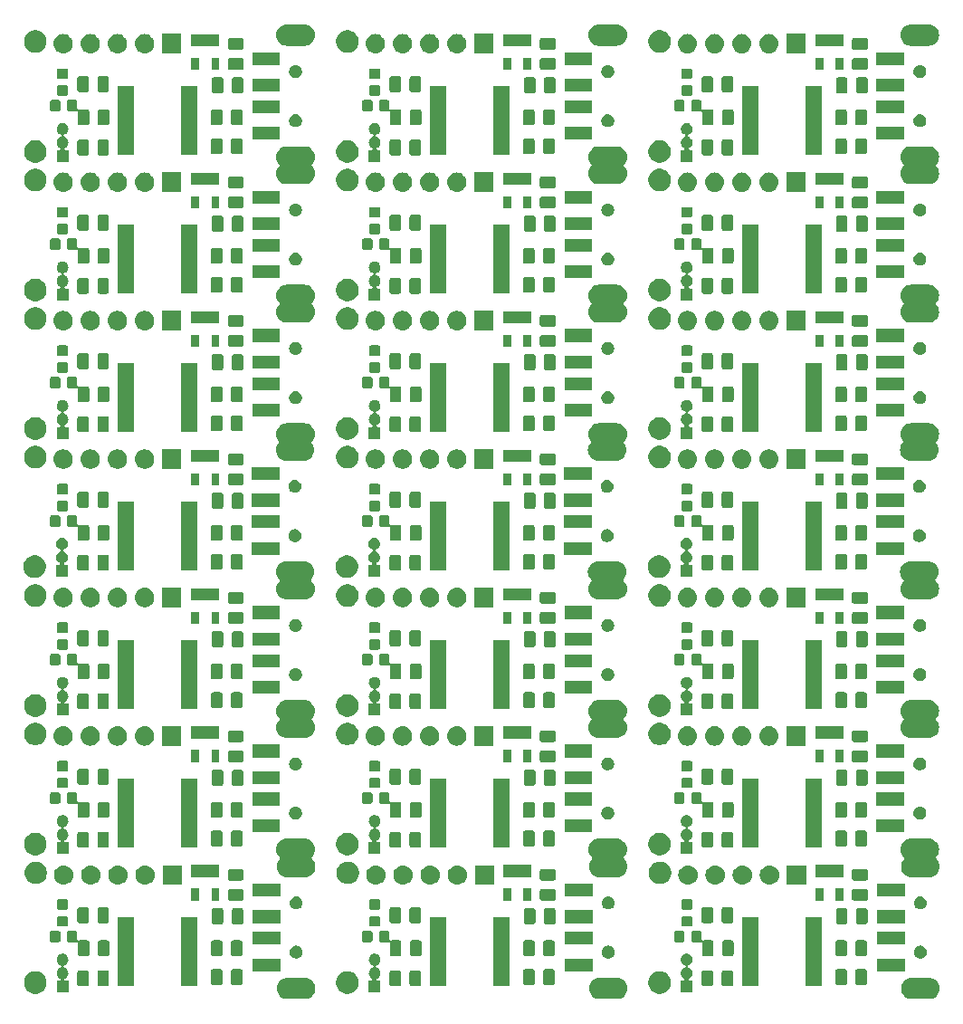
<source format=gbr>
G04 #@! TF.GenerationSoftware,KiCad,Pcbnew,5.1.2*
G04 #@! TF.CreationDate,2019-05-21T19:32:40-05:00*
G04 #@! TF.ProjectId,PlasticFrog,506c6173-7469-4634-9672-6f672e6b6963,rev?*
G04 #@! TF.SameCoordinates,Original*
G04 #@! TF.FileFunction,Soldermask,Top*
G04 #@! TF.FilePolarity,Negative*
%FSLAX46Y46*%
G04 Gerber Fmt 4.6, Leading zero omitted, Abs format (unit mm)*
G04 Created by KiCad (PCBNEW 5.1.2) date 2019-05-21 19:32:40*
%MOMM*%
%LPD*%
G04 APERTURE LIST*
%ADD10C,0.100000*%
G04 APERTURE END LIST*
D10*
G36*
X144146228Y-137763483D02*
G01*
X144299796Y-137810068D01*
X144311972Y-137813761D01*
X144334922Y-137820723D01*
X144508815Y-137913671D01*
X144661239Y-138038761D01*
X144786329Y-138191185D01*
X144879277Y-138365078D01*
X144936517Y-138553772D01*
X144955843Y-138750000D01*
X144936517Y-138946228D01*
X144879277Y-139134922D01*
X144786329Y-139308815D01*
X144661239Y-139461239D01*
X144508815Y-139586329D01*
X144334922Y-139679277D01*
X144146228Y-139736517D01*
X143999175Y-139751000D01*
X142300825Y-139751000D01*
X142153772Y-139736517D01*
X141965078Y-139679277D01*
X141791185Y-139586329D01*
X141638761Y-139461239D01*
X141513671Y-139308815D01*
X141420723Y-139134922D01*
X141363483Y-138946228D01*
X141344157Y-138750000D01*
X141363483Y-138553772D01*
X141420723Y-138365078D01*
X141513671Y-138191185D01*
X141638761Y-138038761D01*
X141791185Y-137913671D01*
X141965078Y-137820723D01*
X141988029Y-137813761D01*
X142000204Y-137810068D01*
X142153772Y-137763483D01*
X142300825Y-137749000D01*
X143999175Y-137749000D01*
X144146228Y-137763483D01*
X144146228Y-137763483D01*
G37*
G36*
X173346228Y-137763483D02*
G01*
X173499796Y-137810068D01*
X173511972Y-137813761D01*
X173534922Y-137820723D01*
X173708815Y-137913671D01*
X173861239Y-138038761D01*
X173986329Y-138191185D01*
X174079277Y-138365078D01*
X174136517Y-138553772D01*
X174155843Y-138750000D01*
X174136517Y-138946228D01*
X174079277Y-139134922D01*
X173986329Y-139308815D01*
X173861239Y-139461239D01*
X173708815Y-139586329D01*
X173534922Y-139679277D01*
X173346228Y-139736517D01*
X173199175Y-139751000D01*
X171500825Y-139751000D01*
X171353772Y-139736517D01*
X171165078Y-139679277D01*
X170991185Y-139586329D01*
X170838761Y-139461239D01*
X170713671Y-139308815D01*
X170620723Y-139134922D01*
X170563483Y-138946228D01*
X170544157Y-138750000D01*
X170563483Y-138553772D01*
X170620723Y-138365078D01*
X170713671Y-138191185D01*
X170838761Y-138038761D01*
X170991185Y-137913671D01*
X171165078Y-137820723D01*
X171188029Y-137813761D01*
X171200204Y-137810068D01*
X171353772Y-137763483D01*
X171500825Y-137749000D01*
X173199175Y-137749000D01*
X173346228Y-137763483D01*
X173346228Y-137763483D01*
G37*
G36*
X114946228Y-137763483D02*
G01*
X115099796Y-137810068D01*
X115111972Y-137813761D01*
X115134922Y-137820723D01*
X115308815Y-137913671D01*
X115461239Y-138038761D01*
X115586329Y-138191185D01*
X115679277Y-138365078D01*
X115736517Y-138553772D01*
X115755843Y-138750000D01*
X115736517Y-138946228D01*
X115679277Y-139134922D01*
X115586329Y-139308815D01*
X115461239Y-139461239D01*
X115308815Y-139586329D01*
X115134922Y-139679277D01*
X114946228Y-139736517D01*
X114799175Y-139751000D01*
X113100825Y-139751000D01*
X112953772Y-139736517D01*
X112765078Y-139679277D01*
X112591185Y-139586329D01*
X112438761Y-139461239D01*
X112313671Y-139308815D01*
X112220723Y-139134922D01*
X112163483Y-138946228D01*
X112144157Y-138750000D01*
X112163483Y-138553772D01*
X112220723Y-138365078D01*
X112313671Y-138191185D01*
X112438761Y-138038761D01*
X112591185Y-137913671D01*
X112765078Y-137820723D01*
X112788029Y-137813761D01*
X112800204Y-137810068D01*
X112953772Y-137763483D01*
X113100825Y-137749000D01*
X114799175Y-137749000D01*
X114946228Y-137763483D01*
X114946228Y-137763483D01*
G37*
G36*
X89856564Y-137189389D02*
G01*
X90047833Y-137268615D01*
X90047835Y-137268616D01*
X90219973Y-137383635D01*
X90366365Y-137530027D01*
X90481385Y-137702167D01*
X90560611Y-137893436D01*
X90601000Y-138096484D01*
X90601000Y-138303516D01*
X90560611Y-138506564D01*
X90481385Y-138697833D01*
X90481384Y-138697835D01*
X90366365Y-138869973D01*
X90219973Y-139016365D01*
X90047835Y-139131384D01*
X90047834Y-139131385D01*
X90047833Y-139131385D01*
X89856564Y-139210611D01*
X89653516Y-139251000D01*
X89446484Y-139251000D01*
X89243436Y-139210611D01*
X89052167Y-139131385D01*
X89052166Y-139131385D01*
X89052165Y-139131384D01*
X88880027Y-139016365D01*
X88733635Y-138869973D01*
X88618616Y-138697835D01*
X88618615Y-138697833D01*
X88539389Y-138506564D01*
X88499000Y-138303516D01*
X88499000Y-138096484D01*
X88539389Y-137893436D01*
X88618615Y-137702167D01*
X88733635Y-137530027D01*
X88880027Y-137383635D01*
X89052165Y-137268616D01*
X89052167Y-137268615D01*
X89243436Y-137189389D01*
X89446484Y-137149000D01*
X89653516Y-137149000D01*
X89856564Y-137189389D01*
X89856564Y-137189389D01*
G37*
G36*
X119056564Y-137189389D02*
G01*
X119247833Y-137268615D01*
X119247835Y-137268616D01*
X119419973Y-137383635D01*
X119566365Y-137530027D01*
X119681385Y-137702167D01*
X119760611Y-137893436D01*
X119801000Y-138096484D01*
X119801000Y-138303516D01*
X119760611Y-138506564D01*
X119681385Y-138697833D01*
X119681384Y-138697835D01*
X119566365Y-138869973D01*
X119419973Y-139016365D01*
X119247835Y-139131384D01*
X119247834Y-139131385D01*
X119247833Y-139131385D01*
X119056564Y-139210611D01*
X118853516Y-139251000D01*
X118646484Y-139251000D01*
X118443436Y-139210611D01*
X118252167Y-139131385D01*
X118252166Y-139131385D01*
X118252165Y-139131384D01*
X118080027Y-139016365D01*
X117933635Y-138869973D01*
X117818616Y-138697835D01*
X117818615Y-138697833D01*
X117739389Y-138506564D01*
X117699000Y-138303516D01*
X117699000Y-138096484D01*
X117739389Y-137893436D01*
X117818615Y-137702167D01*
X117933635Y-137530027D01*
X118080027Y-137383635D01*
X118252165Y-137268616D01*
X118252167Y-137268615D01*
X118443436Y-137189389D01*
X118646484Y-137149000D01*
X118853516Y-137149000D01*
X119056564Y-137189389D01*
X119056564Y-137189389D01*
G37*
G36*
X148256564Y-137189389D02*
G01*
X148447833Y-137268615D01*
X148447835Y-137268616D01*
X148619973Y-137383635D01*
X148766365Y-137530027D01*
X148881385Y-137702167D01*
X148960611Y-137893436D01*
X149001000Y-138096484D01*
X149001000Y-138303516D01*
X148960611Y-138506564D01*
X148881385Y-138697833D01*
X148881384Y-138697835D01*
X148766365Y-138869973D01*
X148619973Y-139016365D01*
X148447835Y-139131384D01*
X148447834Y-139131385D01*
X148447833Y-139131385D01*
X148256564Y-139210611D01*
X148053516Y-139251000D01*
X147846484Y-139251000D01*
X147643436Y-139210611D01*
X147452167Y-139131385D01*
X147452166Y-139131385D01*
X147452165Y-139131384D01*
X147280027Y-139016365D01*
X147133635Y-138869973D01*
X147018616Y-138697835D01*
X147018615Y-138697833D01*
X146939389Y-138506564D01*
X146899000Y-138303516D01*
X146899000Y-138096484D01*
X146939389Y-137893436D01*
X147018615Y-137702167D01*
X147133635Y-137530027D01*
X147280027Y-137383635D01*
X147452165Y-137268616D01*
X147452167Y-137268615D01*
X147643436Y-137189389D01*
X147846484Y-137149000D01*
X148053516Y-137149000D01*
X148256564Y-137189389D01*
X148256564Y-137189389D01*
G37*
G36*
X150608015Y-135516973D02*
G01*
X150711879Y-135548479D01*
X150739055Y-135563005D01*
X150807600Y-135599643D01*
X150891501Y-135668499D01*
X150960357Y-135752400D01*
X150994794Y-135816827D01*
X151011521Y-135848121D01*
X151043027Y-135951985D01*
X151053666Y-136060000D01*
X151043027Y-136168015D01*
X151011521Y-136271879D01*
X151011519Y-136271882D01*
X150960357Y-136367600D01*
X150891501Y-136451501D01*
X150807600Y-136520357D01*
X150739055Y-136556995D01*
X150711879Y-136571521D01*
X150699131Y-136575388D01*
X150676504Y-136584760D01*
X150656130Y-136598374D01*
X150638803Y-136615701D01*
X150625189Y-136636075D01*
X150615812Y-136658714D01*
X150611031Y-136682747D01*
X150611031Y-136707251D01*
X150615811Y-136731285D01*
X150625188Y-136753924D01*
X150638802Y-136774298D01*
X150656129Y-136791625D01*
X150676503Y-136805239D01*
X150699131Y-136814612D01*
X150711879Y-136818479D01*
X150739055Y-136833005D01*
X150807600Y-136869643D01*
X150891501Y-136938499D01*
X150960357Y-137022400D01*
X150989467Y-137076862D01*
X151011521Y-137118121D01*
X151043027Y-137221985D01*
X151053666Y-137330000D01*
X151043027Y-137438015D01*
X151011521Y-137541879D01*
X151011519Y-137541882D01*
X150960357Y-137637600D01*
X150907368Y-137702167D01*
X150891501Y-137721501D01*
X150807600Y-137790356D01*
X150763807Y-137813764D01*
X150743437Y-137827375D01*
X150726110Y-137844702D01*
X150712496Y-137865076D01*
X150703119Y-137887715D01*
X150698338Y-137911748D01*
X150698338Y-137936252D01*
X150703118Y-137960286D01*
X150712495Y-137982924D01*
X150726109Y-138003299D01*
X150743436Y-138020626D01*
X150763810Y-138034240D01*
X150786449Y-138043617D01*
X150810482Y-138048398D01*
X150822735Y-138049000D01*
X151051000Y-138049000D01*
X151051000Y-139151000D01*
X149949000Y-139151000D01*
X149949000Y-138049000D01*
X150177265Y-138049000D01*
X150201651Y-138046598D01*
X150225100Y-138039485D01*
X150246711Y-138027934D01*
X150265653Y-138012389D01*
X150281198Y-137993447D01*
X150292749Y-137971836D01*
X150299862Y-137948387D01*
X150302264Y-137924001D01*
X150299862Y-137899615D01*
X150292749Y-137876166D01*
X150281198Y-137854555D01*
X150265653Y-137835613D01*
X150246711Y-137820068D01*
X150236198Y-137813767D01*
X150192400Y-137790356D01*
X150108499Y-137721501D01*
X150092632Y-137702167D01*
X150039643Y-137637600D01*
X149988481Y-137541882D01*
X149988479Y-137541879D01*
X149956973Y-137438015D01*
X149946334Y-137330000D01*
X149956973Y-137221985D01*
X149988479Y-137118121D01*
X150010533Y-137076862D01*
X150039643Y-137022400D01*
X150108499Y-136938499D01*
X150192400Y-136869643D01*
X150260945Y-136833005D01*
X150288121Y-136818479D01*
X150300869Y-136814612D01*
X150323496Y-136805240D01*
X150343870Y-136791626D01*
X150361197Y-136774299D01*
X150374811Y-136753925D01*
X150384188Y-136731286D01*
X150388969Y-136707253D01*
X150388969Y-136682749D01*
X150384189Y-136658715D01*
X150374812Y-136636076D01*
X150361198Y-136615702D01*
X150343871Y-136598375D01*
X150323497Y-136584761D01*
X150300869Y-136575388D01*
X150288121Y-136571521D01*
X150260945Y-136556995D01*
X150192400Y-136520357D01*
X150108499Y-136451501D01*
X150039643Y-136367600D01*
X149988481Y-136271882D01*
X149988479Y-136271879D01*
X149956973Y-136168015D01*
X149946334Y-136060000D01*
X149956973Y-135951985D01*
X149988479Y-135848121D01*
X150005206Y-135816827D01*
X150039643Y-135752400D01*
X150108499Y-135668499D01*
X150192400Y-135599643D01*
X150260945Y-135563005D01*
X150288121Y-135548479D01*
X150391985Y-135516973D01*
X150472933Y-135509000D01*
X150527067Y-135509000D01*
X150608015Y-135516973D01*
X150608015Y-135516973D01*
G37*
G36*
X121408015Y-135516973D02*
G01*
X121511879Y-135548479D01*
X121539055Y-135563005D01*
X121607600Y-135599643D01*
X121691501Y-135668499D01*
X121760357Y-135752400D01*
X121794794Y-135816827D01*
X121811521Y-135848121D01*
X121843027Y-135951985D01*
X121853666Y-136060000D01*
X121843027Y-136168015D01*
X121811521Y-136271879D01*
X121811519Y-136271882D01*
X121760357Y-136367600D01*
X121691501Y-136451501D01*
X121607600Y-136520357D01*
X121539055Y-136556995D01*
X121511879Y-136571521D01*
X121499131Y-136575388D01*
X121476504Y-136584760D01*
X121456130Y-136598374D01*
X121438803Y-136615701D01*
X121425189Y-136636075D01*
X121415812Y-136658714D01*
X121411031Y-136682747D01*
X121411031Y-136707251D01*
X121415811Y-136731285D01*
X121425188Y-136753924D01*
X121438802Y-136774298D01*
X121456129Y-136791625D01*
X121476503Y-136805239D01*
X121499131Y-136814612D01*
X121511879Y-136818479D01*
X121539055Y-136833005D01*
X121607600Y-136869643D01*
X121691501Y-136938499D01*
X121760357Y-137022400D01*
X121789467Y-137076862D01*
X121811521Y-137118121D01*
X121843027Y-137221985D01*
X121853666Y-137330000D01*
X121843027Y-137438015D01*
X121811521Y-137541879D01*
X121811519Y-137541882D01*
X121760357Y-137637600D01*
X121707368Y-137702167D01*
X121691501Y-137721501D01*
X121607600Y-137790356D01*
X121563807Y-137813764D01*
X121543437Y-137827375D01*
X121526110Y-137844702D01*
X121512496Y-137865076D01*
X121503119Y-137887715D01*
X121498338Y-137911748D01*
X121498338Y-137936252D01*
X121503118Y-137960286D01*
X121512495Y-137982924D01*
X121526109Y-138003299D01*
X121543436Y-138020626D01*
X121563810Y-138034240D01*
X121586449Y-138043617D01*
X121610482Y-138048398D01*
X121622735Y-138049000D01*
X121851000Y-138049000D01*
X121851000Y-139151000D01*
X120749000Y-139151000D01*
X120749000Y-138049000D01*
X120977265Y-138049000D01*
X121001651Y-138046598D01*
X121025100Y-138039485D01*
X121046711Y-138027934D01*
X121065653Y-138012389D01*
X121081198Y-137993447D01*
X121092749Y-137971836D01*
X121099862Y-137948387D01*
X121102264Y-137924001D01*
X121099862Y-137899615D01*
X121092749Y-137876166D01*
X121081198Y-137854555D01*
X121065653Y-137835613D01*
X121046711Y-137820068D01*
X121036198Y-137813767D01*
X120992400Y-137790356D01*
X120908499Y-137721501D01*
X120892632Y-137702167D01*
X120839643Y-137637600D01*
X120788481Y-137541882D01*
X120788479Y-137541879D01*
X120756973Y-137438015D01*
X120746334Y-137330000D01*
X120756973Y-137221985D01*
X120788479Y-137118121D01*
X120810533Y-137076862D01*
X120839643Y-137022400D01*
X120908499Y-136938499D01*
X120992400Y-136869643D01*
X121060945Y-136833005D01*
X121088121Y-136818479D01*
X121100869Y-136814612D01*
X121123496Y-136805240D01*
X121143870Y-136791626D01*
X121161197Y-136774299D01*
X121174811Y-136753925D01*
X121184188Y-136731286D01*
X121188969Y-136707253D01*
X121188969Y-136682749D01*
X121184189Y-136658715D01*
X121174812Y-136636076D01*
X121161198Y-136615702D01*
X121143871Y-136598375D01*
X121123497Y-136584761D01*
X121100869Y-136575388D01*
X121088121Y-136571521D01*
X121060945Y-136556995D01*
X120992400Y-136520357D01*
X120908499Y-136451501D01*
X120839643Y-136367600D01*
X120788481Y-136271882D01*
X120788479Y-136271879D01*
X120756973Y-136168015D01*
X120746334Y-136060000D01*
X120756973Y-135951985D01*
X120788479Y-135848121D01*
X120805206Y-135816827D01*
X120839643Y-135752400D01*
X120908499Y-135668499D01*
X120992400Y-135599643D01*
X121060945Y-135563005D01*
X121088121Y-135548479D01*
X121191985Y-135516973D01*
X121272933Y-135509000D01*
X121327067Y-135509000D01*
X121408015Y-135516973D01*
X121408015Y-135516973D01*
G37*
G36*
X92208015Y-135516973D02*
G01*
X92311879Y-135548479D01*
X92339055Y-135563005D01*
X92407600Y-135599643D01*
X92491501Y-135668499D01*
X92560357Y-135752400D01*
X92594794Y-135816827D01*
X92611521Y-135848121D01*
X92643027Y-135951985D01*
X92653666Y-136060000D01*
X92643027Y-136168015D01*
X92611521Y-136271879D01*
X92611519Y-136271882D01*
X92560357Y-136367600D01*
X92491501Y-136451501D01*
X92407600Y-136520357D01*
X92339055Y-136556995D01*
X92311879Y-136571521D01*
X92299131Y-136575388D01*
X92276504Y-136584760D01*
X92256130Y-136598374D01*
X92238803Y-136615701D01*
X92225189Y-136636075D01*
X92215812Y-136658714D01*
X92211031Y-136682747D01*
X92211031Y-136707251D01*
X92215811Y-136731285D01*
X92225188Y-136753924D01*
X92238802Y-136774298D01*
X92256129Y-136791625D01*
X92276503Y-136805239D01*
X92299131Y-136814612D01*
X92311879Y-136818479D01*
X92339055Y-136833005D01*
X92407600Y-136869643D01*
X92491501Y-136938499D01*
X92560357Y-137022400D01*
X92589467Y-137076862D01*
X92611521Y-137118121D01*
X92643027Y-137221985D01*
X92653666Y-137330000D01*
X92643027Y-137438015D01*
X92611521Y-137541879D01*
X92611519Y-137541882D01*
X92560357Y-137637600D01*
X92507368Y-137702167D01*
X92491501Y-137721501D01*
X92407600Y-137790356D01*
X92363807Y-137813764D01*
X92343437Y-137827375D01*
X92326110Y-137844702D01*
X92312496Y-137865076D01*
X92303119Y-137887715D01*
X92298338Y-137911748D01*
X92298338Y-137936252D01*
X92303118Y-137960286D01*
X92312495Y-137982924D01*
X92326109Y-138003299D01*
X92343436Y-138020626D01*
X92363810Y-138034240D01*
X92386449Y-138043617D01*
X92410482Y-138048398D01*
X92422735Y-138049000D01*
X92651000Y-138049000D01*
X92651000Y-139151000D01*
X91549000Y-139151000D01*
X91549000Y-138049000D01*
X91777265Y-138049000D01*
X91801651Y-138046598D01*
X91825100Y-138039485D01*
X91846711Y-138027934D01*
X91865653Y-138012389D01*
X91881198Y-137993447D01*
X91892749Y-137971836D01*
X91899862Y-137948387D01*
X91902264Y-137924001D01*
X91899862Y-137899615D01*
X91892749Y-137876166D01*
X91881198Y-137854555D01*
X91865653Y-137835613D01*
X91846711Y-137820068D01*
X91836198Y-137813767D01*
X91792400Y-137790356D01*
X91708499Y-137721501D01*
X91692632Y-137702167D01*
X91639643Y-137637600D01*
X91588481Y-137541882D01*
X91588479Y-137541879D01*
X91556973Y-137438015D01*
X91546334Y-137330000D01*
X91556973Y-137221985D01*
X91588479Y-137118121D01*
X91610533Y-137076862D01*
X91639643Y-137022400D01*
X91708499Y-136938499D01*
X91792400Y-136869643D01*
X91860945Y-136833005D01*
X91888121Y-136818479D01*
X91900869Y-136814612D01*
X91923496Y-136805240D01*
X91943870Y-136791626D01*
X91961197Y-136774299D01*
X91974811Y-136753925D01*
X91984188Y-136731286D01*
X91988969Y-136707253D01*
X91988969Y-136682749D01*
X91984189Y-136658715D01*
X91974812Y-136636076D01*
X91961198Y-136615702D01*
X91943871Y-136598375D01*
X91923497Y-136584761D01*
X91900869Y-136575388D01*
X91888121Y-136571521D01*
X91860945Y-136556995D01*
X91792400Y-136520357D01*
X91708499Y-136451501D01*
X91639643Y-136367600D01*
X91588481Y-136271882D01*
X91588479Y-136271879D01*
X91556973Y-136168015D01*
X91546334Y-136060000D01*
X91556973Y-135951985D01*
X91588479Y-135848121D01*
X91605206Y-135816827D01*
X91639643Y-135752400D01*
X91708499Y-135668499D01*
X91792400Y-135599643D01*
X91860945Y-135563005D01*
X91888121Y-135548479D01*
X91991985Y-135516973D01*
X92072933Y-135509000D01*
X92127067Y-135509000D01*
X92208015Y-135516973D01*
X92208015Y-135516973D01*
G37*
G36*
X94396968Y-137053565D02*
G01*
X94435638Y-137065296D01*
X94471277Y-137084346D01*
X94502517Y-137109983D01*
X94528154Y-137141223D01*
X94547204Y-137176862D01*
X94558935Y-137215532D01*
X94563500Y-137261888D01*
X94563500Y-138338112D01*
X94558935Y-138384468D01*
X94547204Y-138423138D01*
X94528154Y-138458777D01*
X94502517Y-138490017D01*
X94471277Y-138515654D01*
X94435638Y-138534704D01*
X94396968Y-138546435D01*
X94350612Y-138551000D01*
X93699388Y-138551000D01*
X93653032Y-138546435D01*
X93614362Y-138534704D01*
X93578723Y-138515654D01*
X93547483Y-138490017D01*
X93521846Y-138458777D01*
X93502796Y-138423138D01*
X93491065Y-138384468D01*
X93486500Y-138338112D01*
X93486500Y-137261888D01*
X93491065Y-137215532D01*
X93502796Y-137176862D01*
X93521846Y-137141223D01*
X93547483Y-137109983D01*
X93578723Y-137084346D01*
X93614362Y-137065296D01*
X93653032Y-137053565D01*
X93699388Y-137049000D01*
X94350612Y-137049000D01*
X94396968Y-137053565D01*
X94396968Y-137053565D01*
G37*
G36*
X96271968Y-137053565D02*
G01*
X96310638Y-137065296D01*
X96346277Y-137084346D01*
X96377517Y-137109983D01*
X96403154Y-137141223D01*
X96422204Y-137176862D01*
X96433935Y-137215532D01*
X96438500Y-137261888D01*
X96438500Y-138338112D01*
X96433935Y-138384468D01*
X96422204Y-138423138D01*
X96403154Y-138458777D01*
X96377517Y-138490017D01*
X96346277Y-138515654D01*
X96310638Y-138534704D01*
X96271968Y-138546435D01*
X96225612Y-138551000D01*
X95574388Y-138551000D01*
X95528032Y-138546435D01*
X95489362Y-138534704D01*
X95453723Y-138515654D01*
X95422483Y-138490017D01*
X95396846Y-138458777D01*
X95377796Y-138423138D01*
X95366065Y-138384468D01*
X95361500Y-138338112D01*
X95361500Y-137261888D01*
X95366065Y-137215532D01*
X95377796Y-137176862D01*
X95396846Y-137141223D01*
X95422483Y-137109983D01*
X95453723Y-137084346D01*
X95489362Y-137065296D01*
X95528032Y-137053565D01*
X95574388Y-137049000D01*
X96225612Y-137049000D01*
X96271968Y-137053565D01*
X96271968Y-137053565D01*
G37*
G36*
X152796968Y-137053565D02*
G01*
X152835638Y-137065296D01*
X152871277Y-137084346D01*
X152902517Y-137109983D01*
X152928154Y-137141223D01*
X152947204Y-137176862D01*
X152958935Y-137215532D01*
X152963500Y-137261888D01*
X152963500Y-138338112D01*
X152958935Y-138384468D01*
X152947204Y-138423138D01*
X152928154Y-138458777D01*
X152902517Y-138490017D01*
X152871277Y-138515654D01*
X152835638Y-138534704D01*
X152796968Y-138546435D01*
X152750612Y-138551000D01*
X152099388Y-138551000D01*
X152053032Y-138546435D01*
X152014362Y-138534704D01*
X151978723Y-138515654D01*
X151947483Y-138490017D01*
X151921846Y-138458777D01*
X151902796Y-138423138D01*
X151891065Y-138384468D01*
X151886500Y-138338112D01*
X151886500Y-137261888D01*
X151891065Y-137215532D01*
X151902796Y-137176862D01*
X151921846Y-137141223D01*
X151947483Y-137109983D01*
X151978723Y-137084346D01*
X152014362Y-137065296D01*
X152053032Y-137053565D01*
X152099388Y-137049000D01*
X152750612Y-137049000D01*
X152796968Y-137053565D01*
X152796968Y-137053565D01*
G37*
G36*
X125471968Y-137053565D02*
G01*
X125510638Y-137065296D01*
X125546277Y-137084346D01*
X125577517Y-137109983D01*
X125603154Y-137141223D01*
X125622204Y-137176862D01*
X125633935Y-137215532D01*
X125638500Y-137261888D01*
X125638500Y-138338112D01*
X125633935Y-138384468D01*
X125622204Y-138423138D01*
X125603154Y-138458777D01*
X125577517Y-138490017D01*
X125546277Y-138515654D01*
X125510638Y-138534704D01*
X125471968Y-138546435D01*
X125425612Y-138551000D01*
X124774388Y-138551000D01*
X124728032Y-138546435D01*
X124689362Y-138534704D01*
X124653723Y-138515654D01*
X124622483Y-138490017D01*
X124596846Y-138458777D01*
X124577796Y-138423138D01*
X124566065Y-138384468D01*
X124561500Y-138338112D01*
X124561500Y-137261888D01*
X124566065Y-137215532D01*
X124577796Y-137176862D01*
X124596846Y-137141223D01*
X124622483Y-137109983D01*
X124653723Y-137084346D01*
X124689362Y-137065296D01*
X124728032Y-137053565D01*
X124774388Y-137049000D01*
X125425612Y-137049000D01*
X125471968Y-137053565D01*
X125471968Y-137053565D01*
G37*
G36*
X123596968Y-137053565D02*
G01*
X123635638Y-137065296D01*
X123671277Y-137084346D01*
X123702517Y-137109983D01*
X123728154Y-137141223D01*
X123747204Y-137176862D01*
X123758935Y-137215532D01*
X123763500Y-137261888D01*
X123763500Y-138338112D01*
X123758935Y-138384468D01*
X123747204Y-138423138D01*
X123728154Y-138458777D01*
X123702517Y-138490017D01*
X123671277Y-138515654D01*
X123635638Y-138534704D01*
X123596968Y-138546435D01*
X123550612Y-138551000D01*
X122899388Y-138551000D01*
X122853032Y-138546435D01*
X122814362Y-138534704D01*
X122778723Y-138515654D01*
X122747483Y-138490017D01*
X122721846Y-138458777D01*
X122702796Y-138423138D01*
X122691065Y-138384468D01*
X122686500Y-138338112D01*
X122686500Y-137261888D01*
X122691065Y-137215532D01*
X122702796Y-137176862D01*
X122721846Y-137141223D01*
X122747483Y-137109983D01*
X122778723Y-137084346D01*
X122814362Y-137065296D01*
X122853032Y-137053565D01*
X122899388Y-137049000D01*
X123550612Y-137049000D01*
X123596968Y-137053565D01*
X123596968Y-137053565D01*
G37*
G36*
X154671968Y-137053565D02*
G01*
X154710638Y-137065296D01*
X154746277Y-137084346D01*
X154777517Y-137109983D01*
X154803154Y-137141223D01*
X154822204Y-137176862D01*
X154833935Y-137215532D01*
X154838500Y-137261888D01*
X154838500Y-138338112D01*
X154833935Y-138384468D01*
X154822204Y-138423138D01*
X154803154Y-138458777D01*
X154777517Y-138490017D01*
X154746277Y-138515654D01*
X154710638Y-138534704D01*
X154671968Y-138546435D01*
X154625612Y-138551000D01*
X153974388Y-138551000D01*
X153928032Y-138546435D01*
X153889362Y-138534704D01*
X153853723Y-138515654D01*
X153822483Y-138490017D01*
X153796846Y-138458777D01*
X153777796Y-138423138D01*
X153766065Y-138384468D01*
X153761500Y-138338112D01*
X153761500Y-137261888D01*
X153766065Y-137215532D01*
X153777796Y-137176862D01*
X153796846Y-137141223D01*
X153822483Y-137109983D01*
X153853723Y-137084346D01*
X153889362Y-137065296D01*
X153928032Y-137053565D01*
X153974388Y-137049000D01*
X154625612Y-137049000D01*
X154671968Y-137053565D01*
X154671968Y-137053565D01*
G37*
G36*
X133926000Y-138501000D02*
G01*
X132374000Y-138501000D01*
X132374000Y-132099000D01*
X133926000Y-132099000D01*
X133926000Y-138501000D01*
X133926000Y-138501000D01*
G37*
G36*
X98826000Y-138501000D02*
G01*
X97274000Y-138501000D01*
X97274000Y-132099000D01*
X98826000Y-132099000D01*
X98826000Y-138501000D01*
X98826000Y-138501000D01*
G37*
G36*
X157226000Y-138501000D02*
G01*
X155674000Y-138501000D01*
X155674000Y-132099000D01*
X157226000Y-132099000D01*
X157226000Y-138501000D01*
X157226000Y-138501000D01*
G37*
G36*
X104726000Y-138501000D02*
G01*
X103174000Y-138501000D01*
X103174000Y-132099000D01*
X104726000Y-132099000D01*
X104726000Y-138501000D01*
X104726000Y-138501000D01*
G37*
G36*
X128026000Y-138501000D02*
G01*
X126474000Y-138501000D01*
X126474000Y-132099000D01*
X128026000Y-132099000D01*
X128026000Y-138501000D01*
X128026000Y-138501000D01*
G37*
G36*
X163126000Y-138501000D02*
G01*
X161574000Y-138501000D01*
X161574000Y-132099000D01*
X163126000Y-132099000D01*
X163126000Y-138501000D01*
X163126000Y-138501000D01*
G37*
G36*
X137971968Y-136953565D02*
G01*
X138010638Y-136965296D01*
X138046277Y-136984346D01*
X138077517Y-137009983D01*
X138103154Y-137041223D01*
X138122204Y-137076862D01*
X138133935Y-137115532D01*
X138138500Y-137161888D01*
X138138500Y-138238112D01*
X138133935Y-138284468D01*
X138122204Y-138323138D01*
X138103154Y-138358777D01*
X138077517Y-138390017D01*
X138046277Y-138415654D01*
X138010638Y-138434704D01*
X137971968Y-138446435D01*
X137925612Y-138451000D01*
X137274388Y-138451000D01*
X137228032Y-138446435D01*
X137189362Y-138434704D01*
X137153723Y-138415654D01*
X137122483Y-138390017D01*
X137096846Y-138358777D01*
X137077796Y-138323138D01*
X137066065Y-138284468D01*
X137061500Y-138238112D01*
X137061500Y-137161888D01*
X137066065Y-137115532D01*
X137077796Y-137076862D01*
X137096846Y-137041223D01*
X137122483Y-137009983D01*
X137153723Y-136984346D01*
X137189362Y-136965296D01*
X137228032Y-136953565D01*
X137274388Y-136949000D01*
X137925612Y-136949000D01*
X137971968Y-136953565D01*
X137971968Y-136953565D01*
G37*
G36*
X165296968Y-136953565D02*
G01*
X165335638Y-136965296D01*
X165371277Y-136984346D01*
X165402517Y-137009983D01*
X165428154Y-137041223D01*
X165447204Y-137076862D01*
X165458935Y-137115532D01*
X165463500Y-137161888D01*
X165463500Y-138238112D01*
X165458935Y-138284468D01*
X165447204Y-138323138D01*
X165428154Y-138358777D01*
X165402517Y-138390017D01*
X165371277Y-138415654D01*
X165335638Y-138434704D01*
X165296968Y-138446435D01*
X165250612Y-138451000D01*
X164599388Y-138451000D01*
X164553032Y-138446435D01*
X164514362Y-138434704D01*
X164478723Y-138415654D01*
X164447483Y-138390017D01*
X164421846Y-138358777D01*
X164402796Y-138323138D01*
X164391065Y-138284468D01*
X164386500Y-138238112D01*
X164386500Y-137161888D01*
X164391065Y-137115532D01*
X164402796Y-137076862D01*
X164421846Y-137041223D01*
X164447483Y-137009983D01*
X164478723Y-136984346D01*
X164514362Y-136965296D01*
X164553032Y-136953565D01*
X164599388Y-136949000D01*
X165250612Y-136949000D01*
X165296968Y-136953565D01*
X165296968Y-136953565D01*
G37*
G36*
X167171968Y-136953565D02*
G01*
X167210638Y-136965296D01*
X167246277Y-136984346D01*
X167277517Y-137009983D01*
X167303154Y-137041223D01*
X167322204Y-137076862D01*
X167333935Y-137115532D01*
X167338500Y-137161888D01*
X167338500Y-138238112D01*
X167333935Y-138284468D01*
X167322204Y-138323138D01*
X167303154Y-138358777D01*
X167277517Y-138390017D01*
X167246277Y-138415654D01*
X167210638Y-138434704D01*
X167171968Y-138446435D01*
X167125612Y-138451000D01*
X166474388Y-138451000D01*
X166428032Y-138446435D01*
X166389362Y-138434704D01*
X166353723Y-138415654D01*
X166322483Y-138390017D01*
X166296846Y-138358777D01*
X166277796Y-138323138D01*
X166266065Y-138284468D01*
X166261500Y-138238112D01*
X166261500Y-137161888D01*
X166266065Y-137115532D01*
X166277796Y-137076862D01*
X166296846Y-137041223D01*
X166322483Y-137009983D01*
X166353723Y-136984346D01*
X166389362Y-136965296D01*
X166428032Y-136953565D01*
X166474388Y-136949000D01*
X167125612Y-136949000D01*
X167171968Y-136953565D01*
X167171968Y-136953565D01*
G37*
G36*
X106896968Y-136953565D02*
G01*
X106935638Y-136965296D01*
X106971277Y-136984346D01*
X107002517Y-137009983D01*
X107028154Y-137041223D01*
X107047204Y-137076862D01*
X107058935Y-137115532D01*
X107063500Y-137161888D01*
X107063500Y-138238112D01*
X107058935Y-138284468D01*
X107047204Y-138323138D01*
X107028154Y-138358777D01*
X107002517Y-138390017D01*
X106971277Y-138415654D01*
X106935638Y-138434704D01*
X106896968Y-138446435D01*
X106850612Y-138451000D01*
X106199388Y-138451000D01*
X106153032Y-138446435D01*
X106114362Y-138434704D01*
X106078723Y-138415654D01*
X106047483Y-138390017D01*
X106021846Y-138358777D01*
X106002796Y-138323138D01*
X105991065Y-138284468D01*
X105986500Y-138238112D01*
X105986500Y-137161888D01*
X105991065Y-137115532D01*
X106002796Y-137076862D01*
X106021846Y-137041223D01*
X106047483Y-137009983D01*
X106078723Y-136984346D01*
X106114362Y-136965296D01*
X106153032Y-136953565D01*
X106199388Y-136949000D01*
X106850612Y-136949000D01*
X106896968Y-136953565D01*
X106896968Y-136953565D01*
G37*
G36*
X136096968Y-136953565D02*
G01*
X136135638Y-136965296D01*
X136171277Y-136984346D01*
X136202517Y-137009983D01*
X136228154Y-137041223D01*
X136247204Y-137076862D01*
X136258935Y-137115532D01*
X136263500Y-137161888D01*
X136263500Y-138238112D01*
X136258935Y-138284468D01*
X136247204Y-138323138D01*
X136228154Y-138358777D01*
X136202517Y-138390017D01*
X136171277Y-138415654D01*
X136135638Y-138434704D01*
X136096968Y-138446435D01*
X136050612Y-138451000D01*
X135399388Y-138451000D01*
X135353032Y-138446435D01*
X135314362Y-138434704D01*
X135278723Y-138415654D01*
X135247483Y-138390017D01*
X135221846Y-138358777D01*
X135202796Y-138323138D01*
X135191065Y-138284468D01*
X135186500Y-138238112D01*
X135186500Y-137161888D01*
X135191065Y-137115532D01*
X135202796Y-137076862D01*
X135221846Y-137041223D01*
X135247483Y-137009983D01*
X135278723Y-136984346D01*
X135314362Y-136965296D01*
X135353032Y-136953565D01*
X135399388Y-136949000D01*
X136050612Y-136949000D01*
X136096968Y-136953565D01*
X136096968Y-136953565D01*
G37*
G36*
X108771968Y-136953565D02*
G01*
X108810638Y-136965296D01*
X108846277Y-136984346D01*
X108877517Y-137009983D01*
X108903154Y-137041223D01*
X108922204Y-137076862D01*
X108933935Y-137115532D01*
X108938500Y-137161888D01*
X108938500Y-138238112D01*
X108933935Y-138284468D01*
X108922204Y-138323138D01*
X108903154Y-138358777D01*
X108877517Y-138390017D01*
X108846277Y-138415654D01*
X108810638Y-138434704D01*
X108771968Y-138446435D01*
X108725612Y-138451000D01*
X108074388Y-138451000D01*
X108028032Y-138446435D01*
X107989362Y-138434704D01*
X107953723Y-138415654D01*
X107922483Y-138390017D01*
X107896846Y-138358777D01*
X107877796Y-138323138D01*
X107866065Y-138284468D01*
X107861500Y-138238112D01*
X107861500Y-137161888D01*
X107866065Y-137115532D01*
X107877796Y-137076862D01*
X107896846Y-137041223D01*
X107922483Y-137009983D01*
X107953723Y-136984346D01*
X107989362Y-136965296D01*
X108028032Y-136953565D01*
X108074388Y-136949000D01*
X108725612Y-136949000D01*
X108771968Y-136953565D01*
X108771968Y-136953565D01*
G37*
G36*
X141701000Y-137151000D02*
G01*
X139099000Y-137151000D01*
X139099000Y-135949000D01*
X141701000Y-135949000D01*
X141701000Y-137151000D01*
X141701000Y-137151000D01*
G37*
G36*
X112501000Y-137151000D02*
G01*
X109899000Y-137151000D01*
X109899000Y-135949000D01*
X112501000Y-135949000D01*
X112501000Y-137151000D01*
X112501000Y-137151000D01*
G37*
G36*
X170901000Y-137151000D02*
G01*
X168299000Y-137151000D01*
X168299000Y-135949000D01*
X170901000Y-135949000D01*
X170901000Y-137151000D01*
X170901000Y-137151000D01*
G37*
G36*
X143286601Y-134764397D02*
G01*
X143325305Y-134772096D01*
X143357340Y-134785365D01*
X143434680Y-134817400D01*
X143533115Y-134883173D01*
X143616827Y-134966885D01*
X143682600Y-135065320D01*
X143727904Y-135174696D01*
X143751000Y-135290805D01*
X143751000Y-135409195D01*
X143727904Y-135525304D01*
X143682600Y-135634680D01*
X143616827Y-135733115D01*
X143533115Y-135816827D01*
X143434680Y-135882600D01*
X143357340Y-135914635D01*
X143325305Y-135927904D01*
X143286601Y-135935603D01*
X143209195Y-135951000D01*
X143090805Y-135951000D01*
X143013399Y-135935603D01*
X142974695Y-135927904D01*
X142942660Y-135914635D01*
X142865320Y-135882600D01*
X142766885Y-135816827D01*
X142683173Y-135733115D01*
X142617400Y-135634680D01*
X142572096Y-135525304D01*
X142549000Y-135409195D01*
X142549000Y-135290805D01*
X142572096Y-135174696D01*
X142617400Y-135065320D01*
X142683173Y-134966885D01*
X142766885Y-134883173D01*
X142865320Y-134817400D01*
X142942660Y-134785365D01*
X142974695Y-134772096D01*
X143013399Y-134764397D01*
X143090805Y-134749000D01*
X143209195Y-134749000D01*
X143286601Y-134764397D01*
X143286601Y-134764397D01*
G37*
G36*
X114086601Y-134764397D02*
G01*
X114125305Y-134772096D01*
X114157340Y-134785365D01*
X114234680Y-134817400D01*
X114333115Y-134883173D01*
X114416827Y-134966885D01*
X114482600Y-135065320D01*
X114527904Y-135174696D01*
X114551000Y-135290805D01*
X114551000Y-135409195D01*
X114527904Y-135525304D01*
X114482600Y-135634680D01*
X114416827Y-135733115D01*
X114333115Y-135816827D01*
X114234680Y-135882600D01*
X114157340Y-135914635D01*
X114125305Y-135927904D01*
X114086601Y-135935603D01*
X114009195Y-135951000D01*
X113890805Y-135951000D01*
X113813399Y-135935603D01*
X113774695Y-135927904D01*
X113742660Y-135914635D01*
X113665320Y-135882600D01*
X113566885Y-135816827D01*
X113483173Y-135733115D01*
X113417400Y-135634680D01*
X113372096Y-135525304D01*
X113349000Y-135409195D01*
X113349000Y-135290805D01*
X113372096Y-135174696D01*
X113417400Y-135065320D01*
X113483173Y-134966885D01*
X113566885Y-134883173D01*
X113665320Y-134817400D01*
X113742660Y-134785365D01*
X113774695Y-134772096D01*
X113813399Y-134764397D01*
X113890805Y-134749000D01*
X114009195Y-134749000D01*
X114086601Y-134764397D01*
X114086601Y-134764397D01*
G37*
G36*
X172486601Y-134764397D02*
G01*
X172525305Y-134772096D01*
X172557340Y-134785365D01*
X172634680Y-134817400D01*
X172733115Y-134883173D01*
X172816827Y-134966885D01*
X172882600Y-135065320D01*
X172927904Y-135174696D01*
X172951000Y-135290805D01*
X172951000Y-135409195D01*
X172927904Y-135525304D01*
X172882600Y-135634680D01*
X172816827Y-135733115D01*
X172733115Y-135816827D01*
X172634680Y-135882600D01*
X172557340Y-135914635D01*
X172525305Y-135927904D01*
X172486601Y-135935603D01*
X172409195Y-135951000D01*
X172290805Y-135951000D01*
X172213399Y-135935603D01*
X172174695Y-135927904D01*
X172142660Y-135914635D01*
X172065320Y-135882600D01*
X171966885Y-135816827D01*
X171883173Y-135733115D01*
X171817400Y-135634680D01*
X171772096Y-135525304D01*
X171749000Y-135409195D01*
X171749000Y-135290805D01*
X171772096Y-135174696D01*
X171817400Y-135065320D01*
X171883173Y-134966885D01*
X171966885Y-134883173D01*
X172065320Y-134817400D01*
X172142660Y-134785365D01*
X172174695Y-134772096D01*
X172213399Y-134764397D01*
X172290805Y-134749000D01*
X172409195Y-134749000D01*
X172486601Y-134764397D01*
X172486601Y-134764397D01*
G37*
G36*
X122529591Y-133378085D02*
G01*
X122563569Y-133388393D01*
X122594890Y-133405134D01*
X122622339Y-133427661D01*
X122644866Y-133455110D01*
X122661607Y-133486431D01*
X122671915Y-133520409D01*
X122676000Y-133561890D01*
X122676000Y-134150748D01*
X122678402Y-134175134D01*
X122685515Y-134198583D01*
X122697066Y-134220194D01*
X122712611Y-134239136D01*
X122731553Y-134254681D01*
X122753164Y-134266232D01*
X122776613Y-134273345D01*
X122800999Y-134275747D01*
X122825385Y-134273345D01*
X122839867Y-134268164D01*
X122840081Y-134268870D01*
X122890532Y-134253565D01*
X122936888Y-134249000D01*
X123588112Y-134249000D01*
X123634468Y-134253565D01*
X123673138Y-134265296D01*
X123708777Y-134284346D01*
X123740017Y-134309983D01*
X123765654Y-134341223D01*
X123784704Y-134376862D01*
X123796435Y-134415532D01*
X123801000Y-134461888D01*
X123801000Y-135538112D01*
X123796435Y-135584468D01*
X123784704Y-135623138D01*
X123765654Y-135658777D01*
X123740017Y-135690017D01*
X123708777Y-135715654D01*
X123673138Y-135734704D01*
X123634468Y-135746435D01*
X123588112Y-135751000D01*
X122936888Y-135751000D01*
X122890532Y-135746435D01*
X122851862Y-135734704D01*
X122816223Y-135715654D01*
X122784983Y-135690017D01*
X122759346Y-135658777D01*
X122740296Y-135623138D01*
X122728565Y-135584468D01*
X122724000Y-135538112D01*
X122724000Y-134531482D01*
X122721598Y-134507096D01*
X122714485Y-134483647D01*
X122702934Y-134462036D01*
X122687389Y-134443094D01*
X122668447Y-134427549D01*
X122646836Y-134415998D01*
X122623387Y-134408885D01*
X122599001Y-134406483D01*
X122574615Y-134408885D01*
X122562714Y-134411866D01*
X122529589Y-134421915D01*
X122488110Y-134426000D01*
X121886890Y-134426000D01*
X121845409Y-134421915D01*
X121811431Y-134411607D01*
X121780110Y-134394866D01*
X121752661Y-134372339D01*
X121730134Y-134344890D01*
X121713393Y-134313569D01*
X121703085Y-134279591D01*
X121699000Y-134238110D01*
X121699000Y-133561890D01*
X121703085Y-133520409D01*
X121713393Y-133486431D01*
X121730134Y-133455110D01*
X121752661Y-133427661D01*
X121780110Y-133405134D01*
X121811431Y-133388393D01*
X121845409Y-133378085D01*
X121886890Y-133374000D01*
X122488110Y-133374000D01*
X122529591Y-133378085D01*
X122529591Y-133378085D01*
G37*
G36*
X106896968Y-134253565D02*
G01*
X106935638Y-134265296D01*
X106971277Y-134284346D01*
X107002517Y-134309983D01*
X107028154Y-134341223D01*
X107047204Y-134376862D01*
X107058935Y-134415532D01*
X107063500Y-134461888D01*
X107063500Y-135538112D01*
X107058935Y-135584468D01*
X107047204Y-135623138D01*
X107028154Y-135658777D01*
X107002517Y-135690017D01*
X106971277Y-135715654D01*
X106935638Y-135734704D01*
X106896968Y-135746435D01*
X106850612Y-135751000D01*
X106199388Y-135751000D01*
X106153032Y-135746435D01*
X106114362Y-135734704D01*
X106078723Y-135715654D01*
X106047483Y-135690017D01*
X106021846Y-135658777D01*
X106002796Y-135623138D01*
X105991065Y-135584468D01*
X105986500Y-135538112D01*
X105986500Y-134461888D01*
X105991065Y-134415532D01*
X106002796Y-134376862D01*
X106021846Y-134341223D01*
X106047483Y-134309983D01*
X106078723Y-134284346D01*
X106114362Y-134265296D01*
X106153032Y-134253565D01*
X106199388Y-134249000D01*
X106850612Y-134249000D01*
X106896968Y-134253565D01*
X106896968Y-134253565D01*
G37*
G36*
X96309468Y-134253565D02*
G01*
X96348138Y-134265296D01*
X96383777Y-134284346D01*
X96415017Y-134309983D01*
X96440654Y-134341223D01*
X96459704Y-134376862D01*
X96471435Y-134415532D01*
X96476000Y-134461888D01*
X96476000Y-135538112D01*
X96471435Y-135584468D01*
X96459704Y-135623138D01*
X96440654Y-135658777D01*
X96415017Y-135690017D01*
X96383777Y-135715654D01*
X96348138Y-135734704D01*
X96309468Y-135746435D01*
X96263112Y-135751000D01*
X95611888Y-135751000D01*
X95565532Y-135746435D01*
X95526862Y-135734704D01*
X95491223Y-135715654D01*
X95459983Y-135690017D01*
X95434346Y-135658777D01*
X95415296Y-135623138D01*
X95403565Y-135584468D01*
X95399000Y-135538112D01*
X95399000Y-134461888D01*
X95403565Y-134415532D01*
X95415296Y-134376862D01*
X95434346Y-134341223D01*
X95459983Y-134309983D01*
X95491223Y-134284346D01*
X95526862Y-134265296D01*
X95565532Y-134253565D01*
X95611888Y-134249000D01*
X96263112Y-134249000D01*
X96309468Y-134253565D01*
X96309468Y-134253565D01*
G37*
G36*
X93329591Y-133378085D02*
G01*
X93363569Y-133388393D01*
X93394890Y-133405134D01*
X93422339Y-133427661D01*
X93444866Y-133455110D01*
X93461607Y-133486431D01*
X93471915Y-133520409D01*
X93476000Y-133561890D01*
X93476000Y-134150748D01*
X93478402Y-134175134D01*
X93485515Y-134198583D01*
X93497066Y-134220194D01*
X93512611Y-134239136D01*
X93531553Y-134254681D01*
X93553164Y-134266232D01*
X93576613Y-134273345D01*
X93600999Y-134275747D01*
X93625385Y-134273345D01*
X93639867Y-134268164D01*
X93640081Y-134268870D01*
X93690532Y-134253565D01*
X93736888Y-134249000D01*
X94388112Y-134249000D01*
X94434468Y-134253565D01*
X94473138Y-134265296D01*
X94508777Y-134284346D01*
X94540017Y-134309983D01*
X94565654Y-134341223D01*
X94584704Y-134376862D01*
X94596435Y-134415532D01*
X94601000Y-134461888D01*
X94601000Y-135538112D01*
X94596435Y-135584468D01*
X94584704Y-135623138D01*
X94565654Y-135658777D01*
X94540017Y-135690017D01*
X94508777Y-135715654D01*
X94473138Y-135734704D01*
X94434468Y-135746435D01*
X94388112Y-135751000D01*
X93736888Y-135751000D01*
X93690532Y-135746435D01*
X93651862Y-135734704D01*
X93616223Y-135715654D01*
X93584983Y-135690017D01*
X93559346Y-135658777D01*
X93540296Y-135623138D01*
X93528565Y-135584468D01*
X93524000Y-135538112D01*
X93524000Y-134531482D01*
X93521598Y-134507096D01*
X93514485Y-134483647D01*
X93502934Y-134462036D01*
X93487389Y-134443094D01*
X93468447Y-134427549D01*
X93446836Y-134415998D01*
X93423387Y-134408885D01*
X93399001Y-134406483D01*
X93374615Y-134408885D01*
X93362714Y-134411866D01*
X93329589Y-134421915D01*
X93288110Y-134426000D01*
X92686890Y-134426000D01*
X92645409Y-134421915D01*
X92611431Y-134411607D01*
X92580110Y-134394866D01*
X92552661Y-134372339D01*
X92530134Y-134344890D01*
X92513393Y-134313569D01*
X92503085Y-134279591D01*
X92499000Y-134238110D01*
X92499000Y-133561890D01*
X92503085Y-133520409D01*
X92513393Y-133486431D01*
X92530134Y-133455110D01*
X92552661Y-133427661D01*
X92580110Y-133405134D01*
X92611431Y-133388393D01*
X92645409Y-133378085D01*
X92686890Y-133374000D01*
X93288110Y-133374000D01*
X93329591Y-133378085D01*
X93329591Y-133378085D01*
G37*
G36*
X125509468Y-134253565D02*
G01*
X125548138Y-134265296D01*
X125583777Y-134284346D01*
X125615017Y-134309983D01*
X125640654Y-134341223D01*
X125659704Y-134376862D01*
X125671435Y-134415532D01*
X125676000Y-134461888D01*
X125676000Y-135538112D01*
X125671435Y-135584468D01*
X125659704Y-135623138D01*
X125640654Y-135658777D01*
X125615017Y-135690017D01*
X125583777Y-135715654D01*
X125548138Y-135734704D01*
X125509468Y-135746435D01*
X125463112Y-135751000D01*
X124811888Y-135751000D01*
X124765532Y-135746435D01*
X124726862Y-135734704D01*
X124691223Y-135715654D01*
X124659983Y-135690017D01*
X124634346Y-135658777D01*
X124615296Y-135623138D01*
X124603565Y-135584468D01*
X124599000Y-135538112D01*
X124599000Y-134461888D01*
X124603565Y-134415532D01*
X124615296Y-134376862D01*
X124634346Y-134341223D01*
X124659983Y-134309983D01*
X124691223Y-134284346D01*
X124726862Y-134265296D01*
X124765532Y-134253565D01*
X124811888Y-134249000D01*
X125463112Y-134249000D01*
X125509468Y-134253565D01*
X125509468Y-134253565D01*
G37*
G36*
X137971968Y-134253565D02*
G01*
X138010638Y-134265296D01*
X138046277Y-134284346D01*
X138077517Y-134309983D01*
X138103154Y-134341223D01*
X138122204Y-134376862D01*
X138133935Y-134415532D01*
X138138500Y-134461888D01*
X138138500Y-135538112D01*
X138133935Y-135584468D01*
X138122204Y-135623138D01*
X138103154Y-135658777D01*
X138077517Y-135690017D01*
X138046277Y-135715654D01*
X138010638Y-135734704D01*
X137971968Y-135746435D01*
X137925612Y-135751000D01*
X137274388Y-135751000D01*
X137228032Y-135746435D01*
X137189362Y-135734704D01*
X137153723Y-135715654D01*
X137122483Y-135690017D01*
X137096846Y-135658777D01*
X137077796Y-135623138D01*
X137066065Y-135584468D01*
X137061500Y-135538112D01*
X137061500Y-134461888D01*
X137066065Y-134415532D01*
X137077796Y-134376862D01*
X137096846Y-134341223D01*
X137122483Y-134309983D01*
X137153723Y-134284346D01*
X137189362Y-134265296D01*
X137228032Y-134253565D01*
X137274388Y-134249000D01*
X137925612Y-134249000D01*
X137971968Y-134253565D01*
X137971968Y-134253565D01*
G37*
G36*
X151729591Y-133378085D02*
G01*
X151763569Y-133388393D01*
X151794890Y-133405134D01*
X151822339Y-133427661D01*
X151844866Y-133455110D01*
X151861607Y-133486431D01*
X151871915Y-133520409D01*
X151876000Y-133561890D01*
X151876000Y-134150748D01*
X151878402Y-134175134D01*
X151885515Y-134198583D01*
X151897066Y-134220194D01*
X151912611Y-134239136D01*
X151931553Y-134254681D01*
X151953164Y-134266232D01*
X151976613Y-134273345D01*
X152000999Y-134275747D01*
X152025385Y-134273345D01*
X152039867Y-134268164D01*
X152040081Y-134268870D01*
X152090532Y-134253565D01*
X152136888Y-134249000D01*
X152788112Y-134249000D01*
X152834468Y-134253565D01*
X152873138Y-134265296D01*
X152908777Y-134284346D01*
X152940017Y-134309983D01*
X152965654Y-134341223D01*
X152984704Y-134376862D01*
X152996435Y-134415532D01*
X153001000Y-134461888D01*
X153001000Y-135538112D01*
X152996435Y-135584468D01*
X152984704Y-135623138D01*
X152965654Y-135658777D01*
X152940017Y-135690017D01*
X152908777Y-135715654D01*
X152873138Y-135734704D01*
X152834468Y-135746435D01*
X152788112Y-135751000D01*
X152136888Y-135751000D01*
X152090532Y-135746435D01*
X152051862Y-135734704D01*
X152016223Y-135715654D01*
X151984983Y-135690017D01*
X151959346Y-135658777D01*
X151940296Y-135623138D01*
X151928565Y-135584468D01*
X151924000Y-135538112D01*
X151924000Y-134531482D01*
X151921598Y-134507096D01*
X151914485Y-134483647D01*
X151902934Y-134462036D01*
X151887389Y-134443094D01*
X151868447Y-134427549D01*
X151846836Y-134415998D01*
X151823387Y-134408885D01*
X151799001Y-134406483D01*
X151774615Y-134408885D01*
X151762714Y-134411866D01*
X151729589Y-134421915D01*
X151688110Y-134426000D01*
X151086890Y-134426000D01*
X151045409Y-134421915D01*
X151011431Y-134411607D01*
X150980110Y-134394866D01*
X150952661Y-134372339D01*
X150930134Y-134344890D01*
X150913393Y-134313569D01*
X150903085Y-134279591D01*
X150899000Y-134238110D01*
X150899000Y-133561890D01*
X150903085Y-133520409D01*
X150913393Y-133486431D01*
X150930134Y-133455110D01*
X150952661Y-133427661D01*
X150980110Y-133405134D01*
X151011431Y-133388393D01*
X151045409Y-133378085D01*
X151086890Y-133374000D01*
X151688110Y-133374000D01*
X151729591Y-133378085D01*
X151729591Y-133378085D01*
G37*
G36*
X167171968Y-134253565D02*
G01*
X167210638Y-134265296D01*
X167246277Y-134284346D01*
X167277517Y-134309983D01*
X167303154Y-134341223D01*
X167322204Y-134376862D01*
X167333935Y-134415532D01*
X167338500Y-134461888D01*
X167338500Y-135538112D01*
X167333935Y-135584468D01*
X167322204Y-135623138D01*
X167303154Y-135658777D01*
X167277517Y-135690017D01*
X167246277Y-135715654D01*
X167210638Y-135734704D01*
X167171968Y-135746435D01*
X167125612Y-135751000D01*
X166474388Y-135751000D01*
X166428032Y-135746435D01*
X166389362Y-135734704D01*
X166353723Y-135715654D01*
X166322483Y-135690017D01*
X166296846Y-135658777D01*
X166277796Y-135623138D01*
X166266065Y-135584468D01*
X166261500Y-135538112D01*
X166261500Y-134461888D01*
X166266065Y-134415532D01*
X166277796Y-134376862D01*
X166296846Y-134341223D01*
X166322483Y-134309983D01*
X166353723Y-134284346D01*
X166389362Y-134265296D01*
X166428032Y-134253565D01*
X166474388Y-134249000D01*
X167125612Y-134249000D01*
X167171968Y-134253565D01*
X167171968Y-134253565D01*
G37*
G36*
X154709468Y-134253565D02*
G01*
X154748138Y-134265296D01*
X154783777Y-134284346D01*
X154815017Y-134309983D01*
X154840654Y-134341223D01*
X154859704Y-134376862D01*
X154871435Y-134415532D01*
X154876000Y-134461888D01*
X154876000Y-135538112D01*
X154871435Y-135584468D01*
X154859704Y-135623138D01*
X154840654Y-135658777D01*
X154815017Y-135690017D01*
X154783777Y-135715654D01*
X154748138Y-135734704D01*
X154709468Y-135746435D01*
X154663112Y-135751000D01*
X154011888Y-135751000D01*
X153965532Y-135746435D01*
X153926862Y-135734704D01*
X153891223Y-135715654D01*
X153859983Y-135690017D01*
X153834346Y-135658777D01*
X153815296Y-135623138D01*
X153803565Y-135584468D01*
X153799000Y-135538112D01*
X153799000Y-134461888D01*
X153803565Y-134415532D01*
X153815296Y-134376862D01*
X153834346Y-134341223D01*
X153859983Y-134309983D01*
X153891223Y-134284346D01*
X153926862Y-134265296D01*
X153965532Y-134253565D01*
X154011888Y-134249000D01*
X154663112Y-134249000D01*
X154709468Y-134253565D01*
X154709468Y-134253565D01*
G37*
G36*
X165296968Y-134253565D02*
G01*
X165335638Y-134265296D01*
X165371277Y-134284346D01*
X165402517Y-134309983D01*
X165428154Y-134341223D01*
X165447204Y-134376862D01*
X165458935Y-134415532D01*
X165463500Y-134461888D01*
X165463500Y-135538112D01*
X165458935Y-135584468D01*
X165447204Y-135623138D01*
X165428154Y-135658777D01*
X165402517Y-135690017D01*
X165371277Y-135715654D01*
X165335638Y-135734704D01*
X165296968Y-135746435D01*
X165250612Y-135751000D01*
X164599388Y-135751000D01*
X164553032Y-135746435D01*
X164514362Y-135734704D01*
X164478723Y-135715654D01*
X164447483Y-135690017D01*
X164421846Y-135658777D01*
X164402796Y-135623138D01*
X164391065Y-135584468D01*
X164386500Y-135538112D01*
X164386500Y-134461888D01*
X164391065Y-134415532D01*
X164402796Y-134376862D01*
X164421846Y-134341223D01*
X164447483Y-134309983D01*
X164478723Y-134284346D01*
X164514362Y-134265296D01*
X164553032Y-134253565D01*
X164599388Y-134249000D01*
X165250612Y-134249000D01*
X165296968Y-134253565D01*
X165296968Y-134253565D01*
G37*
G36*
X136096968Y-134253565D02*
G01*
X136135638Y-134265296D01*
X136171277Y-134284346D01*
X136202517Y-134309983D01*
X136228154Y-134341223D01*
X136247204Y-134376862D01*
X136258935Y-134415532D01*
X136263500Y-134461888D01*
X136263500Y-135538112D01*
X136258935Y-135584468D01*
X136247204Y-135623138D01*
X136228154Y-135658777D01*
X136202517Y-135690017D01*
X136171277Y-135715654D01*
X136135638Y-135734704D01*
X136096968Y-135746435D01*
X136050612Y-135751000D01*
X135399388Y-135751000D01*
X135353032Y-135746435D01*
X135314362Y-135734704D01*
X135278723Y-135715654D01*
X135247483Y-135690017D01*
X135221846Y-135658777D01*
X135202796Y-135623138D01*
X135191065Y-135584468D01*
X135186500Y-135538112D01*
X135186500Y-134461888D01*
X135191065Y-134415532D01*
X135202796Y-134376862D01*
X135221846Y-134341223D01*
X135247483Y-134309983D01*
X135278723Y-134284346D01*
X135314362Y-134265296D01*
X135353032Y-134253565D01*
X135399388Y-134249000D01*
X136050612Y-134249000D01*
X136096968Y-134253565D01*
X136096968Y-134253565D01*
G37*
G36*
X108771968Y-134253565D02*
G01*
X108810638Y-134265296D01*
X108846277Y-134284346D01*
X108877517Y-134309983D01*
X108903154Y-134341223D01*
X108922204Y-134376862D01*
X108933935Y-134415532D01*
X108938500Y-134461888D01*
X108938500Y-135538112D01*
X108933935Y-135584468D01*
X108922204Y-135623138D01*
X108903154Y-135658777D01*
X108877517Y-135690017D01*
X108846277Y-135715654D01*
X108810638Y-135734704D01*
X108771968Y-135746435D01*
X108725612Y-135751000D01*
X108074388Y-135751000D01*
X108028032Y-135746435D01*
X107989362Y-135734704D01*
X107953723Y-135715654D01*
X107922483Y-135690017D01*
X107896846Y-135658777D01*
X107877796Y-135623138D01*
X107866065Y-135584468D01*
X107861500Y-135538112D01*
X107861500Y-134461888D01*
X107866065Y-134415532D01*
X107877796Y-134376862D01*
X107896846Y-134341223D01*
X107922483Y-134309983D01*
X107953723Y-134284346D01*
X107989362Y-134265296D01*
X108028032Y-134253565D01*
X108074388Y-134249000D01*
X108725612Y-134249000D01*
X108771968Y-134253565D01*
X108771968Y-134253565D01*
G37*
G36*
X141701000Y-134651000D02*
G01*
X139099000Y-134651000D01*
X139099000Y-133449000D01*
X141701000Y-133449000D01*
X141701000Y-134651000D01*
X141701000Y-134651000D01*
G37*
G36*
X112501000Y-134651000D02*
G01*
X109899000Y-134651000D01*
X109899000Y-133449000D01*
X112501000Y-133449000D01*
X112501000Y-134651000D01*
X112501000Y-134651000D01*
G37*
G36*
X170901000Y-134651000D02*
G01*
X168299000Y-134651000D01*
X168299000Y-133449000D01*
X170901000Y-133449000D01*
X170901000Y-134651000D01*
X170901000Y-134651000D01*
G37*
G36*
X120954591Y-133378085D02*
G01*
X120988569Y-133388393D01*
X121019890Y-133405134D01*
X121047339Y-133427661D01*
X121069866Y-133455110D01*
X121086607Y-133486431D01*
X121096915Y-133520409D01*
X121101000Y-133561890D01*
X121101000Y-134238110D01*
X121096915Y-134279591D01*
X121086607Y-134313569D01*
X121069866Y-134344890D01*
X121047339Y-134372339D01*
X121019890Y-134394866D01*
X120988569Y-134411607D01*
X120954591Y-134421915D01*
X120913110Y-134426000D01*
X120311890Y-134426000D01*
X120270409Y-134421915D01*
X120236431Y-134411607D01*
X120205110Y-134394866D01*
X120177661Y-134372339D01*
X120155134Y-134344890D01*
X120138393Y-134313569D01*
X120128085Y-134279591D01*
X120124000Y-134238110D01*
X120124000Y-133561890D01*
X120128085Y-133520409D01*
X120138393Y-133486431D01*
X120155134Y-133455110D01*
X120177661Y-133427661D01*
X120205110Y-133405134D01*
X120236431Y-133388393D01*
X120270409Y-133378085D01*
X120311890Y-133374000D01*
X120913110Y-133374000D01*
X120954591Y-133378085D01*
X120954591Y-133378085D01*
G37*
G36*
X150154591Y-133378085D02*
G01*
X150188569Y-133388393D01*
X150219890Y-133405134D01*
X150247339Y-133427661D01*
X150269866Y-133455110D01*
X150286607Y-133486431D01*
X150296915Y-133520409D01*
X150301000Y-133561890D01*
X150301000Y-134238110D01*
X150296915Y-134279591D01*
X150286607Y-134313569D01*
X150269866Y-134344890D01*
X150247339Y-134372339D01*
X150219890Y-134394866D01*
X150188569Y-134411607D01*
X150154591Y-134421915D01*
X150113110Y-134426000D01*
X149511890Y-134426000D01*
X149470409Y-134421915D01*
X149436431Y-134411607D01*
X149405110Y-134394866D01*
X149377661Y-134372339D01*
X149355134Y-134344890D01*
X149338393Y-134313569D01*
X149328085Y-134279591D01*
X149324000Y-134238110D01*
X149324000Y-133561890D01*
X149328085Y-133520409D01*
X149338393Y-133486431D01*
X149355134Y-133455110D01*
X149377661Y-133427661D01*
X149405110Y-133405134D01*
X149436431Y-133388393D01*
X149470409Y-133378085D01*
X149511890Y-133374000D01*
X150113110Y-133374000D01*
X150154591Y-133378085D01*
X150154591Y-133378085D01*
G37*
G36*
X91754591Y-133378085D02*
G01*
X91788569Y-133388393D01*
X91819890Y-133405134D01*
X91847339Y-133427661D01*
X91869866Y-133455110D01*
X91886607Y-133486431D01*
X91896915Y-133520409D01*
X91901000Y-133561890D01*
X91901000Y-134238110D01*
X91896915Y-134279591D01*
X91886607Y-134313569D01*
X91869866Y-134344890D01*
X91847339Y-134372339D01*
X91819890Y-134394866D01*
X91788569Y-134411607D01*
X91754591Y-134421915D01*
X91713110Y-134426000D01*
X91111890Y-134426000D01*
X91070409Y-134421915D01*
X91036431Y-134411607D01*
X91005110Y-134394866D01*
X90977661Y-134372339D01*
X90955134Y-134344890D01*
X90938393Y-134313569D01*
X90928085Y-134279591D01*
X90924000Y-134238110D01*
X90924000Y-133561890D01*
X90928085Y-133520409D01*
X90938393Y-133486431D01*
X90955134Y-133455110D01*
X90977661Y-133427661D01*
X91005110Y-133405134D01*
X91036431Y-133388393D01*
X91070409Y-133378085D01*
X91111890Y-133374000D01*
X91713110Y-133374000D01*
X91754591Y-133378085D01*
X91754591Y-133378085D01*
G37*
G36*
X150879591Y-132003085D02*
G01*
X150913569Y-132013393D01*
X150944890Y-132030134D01*
X150972339Y-132052661D01*
X150994866Y-132080110D01*
X151011607Y-132111431D01*
X151021915Y-132145409D01*
X151026000Y-132186890D01*
X151026000Y-132788110D01*
X151021915Y-132829591D01*
X151011607Y-132863569D01*
X150994866Y-132894890D01*
X150972339Y-132922339D01*
X150944890Y-132944866D01*
X150913569Y-132961607D01*
X150879591Y-132971915D01*
X150838110Y-132976000D01*
X150161890Y-132976000D01*
X150120409Y-132971915D01*
X150086431Y-132961607D01*
X150055110Y-132944866D01*
X150027661Y-132922339D01*
X150005134Y-132894890D01*
X149988393Y-132863569D01*
X149978085Y-132829591D01*
X149974000Y-132788110D01*
X149974000Y-132186890D01*
X149978085Y-132145409D01*
X149988393Y-132111431D01*
X150005134Y-132080110D01*
X150027661Y-132052661D01*
X150055110Y-132030134D01*
X150086431Y-132013393D01*
X150120409Y-132003085D01*
X150161890Y-131999000D01*
X150838110Y-131999000D01*
X150879591Y-132003085D01*
X150879591Y-132003085D01*
G37*
G36*
X121679591Y-132003085D02*
G01*
X121713569Y-132013393D01*
X121744890Y-132030134D01*
X121772339Y-132052661D01*
X121794866Y-132080110D01*
X121811607Y-132111431D01*
X121821915Y-132145409D01*
X121826000Y-132186890D01*
X121826000Y-132788110D01*
X121821915Y-132829591D01*
X121811607Y-132863569D01*
X121794866Y-132894890D01*
X121772339Y-132922339D01*
X121744890Y-132944866D01*
X121713569Y-132961607D01*
X121679591Y-132971915D01*
X121638110Y-132976000D01*
X120961890Y-132976000D01*
X120920409Y-132971915D01*
X120886431Y-132961607D01*
X120855110Y-132944866D01*
X120827661Y-132922339D01*
X120805134Y-132894890D01*
X120788393Y-132863569D01*
X120778085Y-132829591D01*
X120774000Y-132788110D01*
X120774000Y-132186890D01*
X120778085Y-132145409D01*
X120788393Y-132111431D01*
X120805134Y-132080110D01*
X120827661Y-132052661D01*
X120855110Y-132030134D01*
X120886431Y-132013393D01*
X120920409Y-132003085D01*
X120961890Y-131999000D01*
X121638110Y-131999000D01*
X121679591Y-132003085D01*
X121679591Y-132003085D01*
G37*
G36*
X92479591Y-132003085D02*
G01*
X92513569Y-132013393D01*
X92544890Y-132030134D01*
X92572339Y-132052661D01*
X92594866Y-132080110D01*
X92611607Y-132111431D01*
X92621915Y-132145409D01*
X92626000Y-132186890D01*
X92626000Y-132788110D01*
X92621915Y-132829591D01*
X92611607Y-132863569D01*
X92594866Y-132894890D01*
X92572339Y-132922339D01*
X92544890Y-132944866D01*
X92513569Y-132961607D01*
X92479591Y-132971915D01*
X92438110Y-132976000D01*
X91761890Y-132976000D01*
X91720409Y-132971915D01*
X91686431Y-132961607D01*
X91655110Y-132944866D01*
X91627661Y-132922339D01*
X91605134Y-132894890D01*
X91588393Y-132863569D01*
X91578085Y-132829591D01*
X91574000Y-132788110D01*
X91574000Y-132186890D01*
X91578085Y-132145409D01*
X91588393Y-132111431D01*
X91605134Y-132080110D01*
X91627661Y-132052661D01*
X91655110Y-132030134D01*
X91686431Y-132013393D01*
X91720409Y-132003085D01*
X91761890Y-131999000D01*
X92438110Y-131999000D01*
X92479591Y-132003085D01*
X92479591Y-132003085D01*
G37*
G36*
X167246968Y-131253565D02*
G01*
X167285638Y-131265296D01*
X167321277Y-131284346D01*
X167352517Y-131309983D01*
X167378154Y-131341223D01*
X167397204Y-131376862D01*
X167408935Y-131415532D01*
X167413500Y-131461888D01*
X167413500Y-132538112D01*
X167408935Y-132584468D01*
X167397204Y-132623138D01*
X167378154Y-132658777D01*
X167352517Y-132690017D01*
X167321277Y-132715654D01*
X167285638Y-132734704D01*
X167246968Y-132746435D01*
X167200612Y-132751000D01*
X166549388Y-132751000D01*
X166503032Y-132746435D01*
X166464362Y-132734704D01*
X166428723Y-132715654D01*
X166397483Y-132690017D01*
X166371846Y-132658777D01*
X166352796Y-132623138D01*
X166341065Y-132584468D01*
X166336500Y-132538112D01*
X166336500Y-131461888D01*
X166341065Y-131415532D01*
X166352796Y-131376862D01*
X166371846Y-131341223D01*
X166397483Y-131309983D01*
X166428723Y-131284346D01*
X166464362Y-131265296D01*
X166503032Y-131253565D01*
X166549388Y-131249000D01*
X167200612Y-131249000D01*
X167246968Y-131253565D01*
X167246968Y-131253565D01*
G37*
G36*
X106971968Y-131253565D02*
G01*
X107010638Y-131265296D01*
X107046277Y-131284346D01*
X107077517Y-131309983D01*
X107103154Y-131341223D01*
X107122204Y-131376862D01*
X107133935Y-131415532D01*
X107138500Y-131461888D01*
X107138500Y-132538112D01*
X107133935Y-132584468D01*
X107122204Y-132623138D01*
X107103154Y-132658777D01*
X107077517Y-132690017D01*
X107046277Y-132715654D01*
X107010638Y-132734704D01*
X106971968Y-132746435D01*
X106925612Y-132751000D01*
X106274388Y-132751000D01*
X106228032Y-132746435D01*
X106189362Y-132734704D01*
X106153723Y-132715654D01*
X106122483Y-132690017D01*
X106096846Y-132658777D01*
X106077796Y-132623138D01*
X106066065Y-132584468D01*
X106061500Y-132538112D01*
X106061500Y-131461888D01*
X106066065Y-131415532D01*
X106077796Y-131376862D01*
X106096846Y-131341223D01*
X106122483Y-131309983D01*
X106153723Y-131284346D01*
X106189362Y-131265296D01*
X106228032Y-131253565D01*
X106274388Y-131249000D01*
X106925612Y-131249000D01*
X106971968Y-131253565D01*
X106971968Y-131253565D01*
G37*
G36*
X108846968Y-131253565D02*
G01*
X108885638Y-131265296D01*
X108921277Y-131284346D01*
X108952517Y-131309983D01*
X108978154Y-131341223D01*
X108997204Y-131376862D01*
X109008935Y-131415532D01*
X109013500Y-131461888D01*
X109013500Y-132538112D01*
X109008935Y-132584468D01*
X108997204Y-132623138D01*
X108978154Y-132658777D01*
X108952517Y-132690017D01*
X108921277Y-132715654D01*
X108885638Y-132734704D01*
X108846968Y-132746435D01*
X108800612Y-132751000D01*
X108149388Y-132751000D01*
X108103032Y-132746435D01*
X108064362Y-132734704D01*
X108028723Y-132715654D01*
X107997483Y-132690017D01*
X107971846Y-132658777D01*
X107952796Y-132623138D01*
X107941065Y-132584468D01*
X107936500Y-132538112D01*
X107936500Y-131461888D01*
X107941065Y-131415532D01*
X107952796Y-131376862D01*
X107971846Y-131341223D01*
X107997483Y-131309983D01*
X108028723Y-131284346D01*
X108064362Y-131265296D01*
X108103032Y-131253565D01*
X108149388Y-131249000D01*
X108800612Y-131249000D01*
X108846968Y-131253565D01*
X108846968Y-131253565D01*
G37*
G36*
X136171968Y-131253565D02*
G01*
X136210638Y-131265296D01*
X136246277Y-131284346D01*
X136277517Y-131309983D01*
X136303154Y-131341223D01*
X136322204Y-131376862D01*
X136333935Y-131415532D01*
X136338500Y-131461888D01*
X136338500Y-132538112D01*
X136333935Y-132584468D01*
X136322204Y-132623138D01*
X136303154Y-132658777D01*
X136277517Y-132690017D01*
X136246277Y-132715654D01*
X136210638Y-132734704D01*
X136171968Y-132746435D01*
X136125612Y-132751000D01*
X135474388Y-132751000D01*
X135428032Y-132746435D01*
X135389362Y-132734704D01*
X135353723Y-132715654D01*
X135322483Y-132690017D01*
X135296846Y-132658777D01*
X135277796Y-132623138D01*
X135266065Y-132584468D01*
X135261500Y-132538112D01*
X135261500Y-131461888D01*
X135266065Y-131415532D01*
X135277796Y-131376862D01*
X135296846Y-131341223D01*
X135322483Y-131309983D01*
X135353723Y-131284346D01*
X135389362Y-131265296D01*
X135428032Y-131253565D01*
X135474388Y-131249000D01*
X136125612Y-131249000D01*
X136171968Y-131253565D01*
X136171968Y-131253565D01*
G37*
G36*
X138046968Y-131253565D02*
G01*
X138085638Y-131265296D01*
X138121277Y-131284346D01*
X138152517Y-131309983D01*
X138178154Y-131341223D01*
X138197204Y-131376862D01*
X138208935Y-131415532D01*
X138213500Y-131461888D01*
X138213500Y-132538112D01*
X138208935Y-132584468D01*
X138197204Y-132623138D01*
X138178154Y-132658777D01*
X138152517Y-132690017D01*
X138121277Y-132715654D01*
X138085638Y-132734704D01*
X138046968Y-132746435D01*
X138000612Y-132751000D01*
X137349388Y-132751000D01*
X137303032Y-132746435D01*
X137264362Y-132734704D01*
X137228723Y-132715654D01*
X137197483Y-132690017D01*
X137171846Y-132658777D01*
X137152796Y-132623138D01*
X137141065Y-132584468D01*
X137136500Y-132538112D01*
X137136500Y-131461888D01*
X137141065Y-131415532D01*
X137152796Y-131376862D01*
X137171846Y-131341223D01*
X137197483Y-131309983D01*
X137228723Y-131284346D01*
X137264362Y-131265296D01*
X137303032Y-131253565D01*
X137349388Y-131249000D01*
X138000612Y-131249000D01*
X138046968Y-131253565D01*
X138046968Y-131253565D01*
G37*
G36*
X165371968Y-131253565D02*
G01*
X165410638Y-131265296D01*
X165446277Y-131284346D01*
X165477517Y-131309983D01*
X165503154Y-131341223D01*
X165522204Y-131376862D01*
X165533935Y-131415532D01*
X165538500Y-131461888D01*
X165538500Y-132538112D01*
X165533935Y-132584468D01*
X165522204Y-132623138D01*
X165503154Y-132658777D01*
X165477517Y-132690017D01*
X165446277Y-132715654D01*
X165410638Y-132734704D01*
X165371968Y-132746435D01*
X165325612Y-132751000D01*
X164674388Y-132751000D01*
X164628032Y-132746435D01*
X164589362Y-132734704D01*
X164553723Y-132715654D01*
X164522483Y-132690017D01*
X164496846Y-132658777D01*
X164477796Y-132623138D01*
X164466065Y-132584468D01*
X164461500Y-132538112D01*
X164461500Y-131461888D01*
X164466065Y-131415532D01*
X164477796Y-131376862D01*
X164496846Y-131341223D01*
X164522483Y-131309983D01*
X164553723Y-131284346D01*
X164589362Y-131265296D01*
X164628032Y-131253565D01*
X164674388Y-131249000D01*
X165325612Y-131249000D01*
X165371968Y-131253565D01*
X165371968Y-131253565D01*
G37*
G36*
X141701000Y-132651000D02*
G01*
X139099000Y-132651000D01*
X139099000Y-131449000D01*
X141701000Y-131449000D01*
X141701000Y-132651000D01*
X141701000Y-132651000D01*
G37*
G36*
X170901000Y-132651000D02*
G01*
X168299000Y-132651000D01*
X168299000Y-131449000D01*
X170901000Y-131449000D01*
X170901000Y-132651000D01*
X170901000Y-132651000D01*
G37*
G36*
X94396968Y-131153565D02*
G01*
X94435638Y-131165296D01*
X94471277Y-131184346D01*
X94502517Y-131209983D01*
X94528154Y-131241223D01*
X94547204Y-131276862D01*
X94558935Y-131315532D01*
X94563500Y-131361888D01*
X94563500Y-132438112D01*
X94558935Y-132484468D01*
X94547204Y-132523138D01*
X94528154Y-132558777D01*
X94502517Y-132590017D01*
X94471277Y-132615654D01*
X94435638Y-132634704D01*
X94396968Y-132646435D01*
X94350612Y-132651000D01*
X93699388Y-132651000D01*
X93653032Y-132646435D01*
X93614362Y-132634704D01*
X93578723Y-132615654D01*
X93547483Y-132590017D01*
X93521846Y-132558777D01*
X93502796Y-132523138D01*
X93491065Y-132484468D01*
X93486500Y-132438112D01*
X93486500Y-131361888D01*
X93491065Y-131315532D01*
X93502796Y-131276862D01*
X93521846Y-131241223D01*
X93547483Y-131209983D01*
X93578723Y-131184346D01*
X93614362Y-131165296D01*
X93653032Y-131153565D01*
X93699388Y-131149000D01*
X94350612Y-131149000D01*
X94396968Y-131153565D01*
X94396968Y-131153565D01*
G37*
G36*
X96271968Y-131153565D02*
G01*
X96310638Y-131165296D01*
X96346277Y-131184346D01*
X96377517Y-131209983D01*
X96403154Y-131241223D01*
X96422204Y-131276862D01*
X96433935Y-131315532D01*
X96438500Y-131361888D01*
X96438500Y-132438112D01*
X96433935Y-132484468D01*
X96422204Y-132523138D01*
X96403154Y-132558777D01*
X96377517Y-132590017D01*
X96346277Y-132615654D01*
X96310638Y-132634704D01*
X96271968Y-132646435D01*
X96225612Y-132651000D01*
X95574388Y-132651000D01*
X95528032Y-132646435D01*
X95489362Y-132634704D01*
X95453723Y-132615654D01*
X95422483Y-132590017D01*
X95396846Y-132558777D01*
X95377796Y-132523138D01*
X95366065Y-132484468D01*
X95361500Y-132438112D01*
X95361500Y-131361888D01*
X95366065Y-131315532D01*
X95377796Y-131276862D01*
X95396846Y-131241223D01*
X95422483Y-131209983D01*
X95453723Y-131184346D01*
X95489362Y-131165296D01*
X95528032Y-131153565D01*
X95574388Y-131149000D01*
X96225612Y-131149000D01*
X96271968Y-131153565D01*
X96271968Y-131153565D01*
G37*
G36*
X123596968Y-131153565D02*
G01*
X123635638Y-131165296D01*
X123671277Y-131184346D01*
X123702517Y-131209983D01*
X123728154Y-131241223D01*
X123747204Y-131276862D01*
X123758935Y-131315532D01*
X123763500Y-131361888D01*
X123763500Y-132438112D01*
X123758935Y-132484468D01*
X123747204Y-132523138D01*
X123728154Y-132558777D01*
X123702517Y-132590017D01*
X123671277Y-132615654D01*
X123635638Y-132634704D01*
X123596968Y-132646435D01*
X123550612Y-132651000D01*
X122899388Y-132651000D01*
X122853032Y-132646435D01*
X122814362Y-132634704D01*
X122778723Y-132615654D01*
X122747483Y-132590017D01*
X122721846Y-132558777D01*
X122702796Y-132523138D01*
X122691065Y-132484468D01*
X122686500Y-132438112D01*
X122686500Y-131361888D01*
X122691065Y-131315532D01*
X122702796Y-131276862D01*
X122721846Y-131241223D01*
X122747483Y-131209983D01*
X122778723Y-131184346D01*
X122814362Y-131165296D01*
X122853032Y-131153565D01*
X122899388Y-131149000D01*
X123550612Y-131149000D01*
X123596968Y-131153565D01*
X123596968Y-131153565D01*
G37*
G36*
X125471968Y-131153565D02*
G01*
X125510638Y-131165296D01*
X125546277Y-131184346D01*
X125577517Y-131209983D01*
X125603154Y-131241223D01*
X125622204Y-131276862D01*
X125633935Y-131315532D01*
X125638500Y-131361888D01*
X125638500Y-132438112D01*
X125633935Y-132484468D01*
X125622204Y-132523138D01*
X125603154Y-132558777D01*
X125577517Y-132590017D01*
X125546277Y-132615654D01*
X125510638Y-132634704D01*
X125471968Y-132646435D01*
X125425612Y-132651000D01*
X124774388Y-132651000D01*
X124728032Y-132646435D01*
X124689362Y-132634704D01*
X124653723Y-132615654D01*
X124622483Y-132590017D01*
X124596846Y-132558777D01*
X124577796Y-132523138D01*
X124566065Y-132484468D01*
X124561500Y-132438112D01*
X124561500Y-131361888D01*
X124566065Y-131315532D01*
X124577796Y-131276862D01*
X124596846Y-131241223D01*
X124622483Y-131209983D01*
X124653723Y-131184346D01*
X124689362Y-131165296D01*
X124728032Y-131153565D01*
X124774388Y-131149000D01*
X125425612Y-131149000D01*
X125471968Y-131153565D01*
X125471968Y-131153565D01*
G37*
G36*
X112501000Y-132651000D02*
G01*
X109899000Y-132651000D01*
X109899000Y-131449000D01*
X112501000Y-131449000D01*
X112501000Y-132651000D01*
X112501000Y-132651000D01*
G37*
G36*
X152796968Y-131153565D02*
G01*
X152835638Y-131165296D01*
X152871277Y-131184346D01*
X152902517Y-131209983D01*
X152928154Y-131241223D01*
X152947204Y-131276862D01*
X152958935Y-131315532D01*
X152963500Y-131361888D01*
X152963500Y-132438112D01*
X152958935Y-132484468D01*
X152947204Y-132523138D01*
X152928154Y-132558777D01*
X152902517Y-132590017D01*
X152871277Y-132615654D01*
X152835638Y-132634704D01*
X152796968Y-132646435D01*
X152750612Y-132651000D01*
X152099388Y-132651000D01*
X152053032Y-132646435D01*
X152014362Y-132634704D01*
X151978723Y-132615654D01*
X151947483Y-132590017D01*
X151921846Y-132558777D01*
X151902796Y-132523138D01*
X151891065Y-132484468D01*
X151886500Y-132438112D01*
X151886500Y-131361888D01*
X151891065Y-131315532D01*
X151902796Y-131276862D01*
X151921846Y-131241223D01*
X151947483Y-131209983D01*
X151978723Y-131184346D01*
X152014362Y-131165296D01*
X152053032Y-131153565D01*
X152099388Y-131149000D01*
X152750612Y-131149000D01*
X152796968Y-131153565D01*
X152796968Y-131153565D01*
G37*
G36*
X154671968Y-131153565D02*
G01*
X154710638Y-131165296D01*
X154746277Y-131184346D01*
X154777517Y-131209983D01*
X154803154Y-131241223D01*
X154822204Y-131276862D01*
X154833935Y-131315532D01*
X154838500Y-131361888D01*
X154838500Y-132438112D01*
X154833935Y-132484468D01*
X154822204Y-132523138D01*
X154803154Y-132558777D01*
X154777517Y-132590017D01*
X154746277Y-132615654D01*
X154710638Y-132634704D01*
X154671968Y-132646435D01*
X154625612Y-132651000D01*
X153974388Y-132651000D01*
X153928032Y-132646435D01*
X153889362Y-132634704D01*
X153853723Y-132615654D01*
X153822483Y-132590017D01*
X153796846Y-132558777D01*
X153777796Y-132523138D01*
X153766065Y-132484468D01*
X153761500Y-132438112D01*
X153761500Y-131361888D01*
X153766065Y-131315532D01*
X153777796Y-131276862D01*
X153796846Y-131241223D01*
X153822483Y-131209983D01*
X153853723Y-131184346D01*
X153889362Y-131165296D01*
X153928032Y-131153565D01*
X153974388Y-131149000D01*
X154625612Y-131149000D01*
X154671968Y-131153565D01*
X154671968Y-131153565D01*
G37*
G36*
X150879591Y-130428085D02*
G01*
X150913569Y-130438393D01*
X150944890Y-130455134D01*
X150972339Y-130477661D01*
X150994866Y-130505110D01*
X151011607Y-130536431D01*
X151021915Y-130570409D01*
X151026000Y-130611890D01*
X151026000Y-131213110D01*
X151021915Y-131254591D01*
X151011607Y-131288569D01*
X150994866Y-131319890D01*
X150972339Y-131347339D01*
X150944890Y-131369866D01*
X150913569Y-131386607D01*
X150879591Y-131396915D01*
X150838110Y-131401000D01*
X150161890Y-131401000D01*
X150120409Y-131396915D01*
X150086431Y-131386607D01*
X150055110Y-131369866D01*
X150027661Y-131347339D01*
X150005134Y-131319890D01*
X149988393Y-131288569D01*
X149978085Y-131254591D01*
X149974000Y-131213110D01*
X149974000Y-130611890D01*
X149978085Y-130570409D01*
X149988393Y-130536431D01*
X150005134Y-130505110D01*
X150027661Y-130477661D01*
X150055110Y-130455134D01*
X150086431Y-130438393D01*
X150120409Y-130428085D01*
X150161890Y-130424000D01*
X150838110Y-130424000D01*
X150879591Y-130428085D01*
X150879591Y-130428085D01*
G37*
G36*
X121679591Y-130428085D02*
G01*
X121713569Y-130438393D01*
X121744890Y-130455134D01*
X121772339Y-130477661D01*
X121794866Y-130505110D01*
X121811607Y-130536431D01*
X121821915Y-130570409D01*
X121826000Y-130611890D01*
X121826000Y-131213110D01*
X121821915Y-131254591D01*
X121811607Y-131288569D01*
X121794866Y-131319890D01*
X121772339Y-131347339D01*
X121744890Y-131369866D01*
X121713569Y-131386607D01*
X121679591Y-131396915D01*
X121638110Y-131401000D01*
X120961890Y-131401000D01*
X120920409Y-131396915D01*
X120886431Y-131386607D01*
X120855110Y-131369866D01*
X120827661Y-131347339D01*
X120805134Y-131319890D01*
X120788393Y-131288569D01*
X120778085Y-131254591D01*
X120774000Y-131213110D01*
X120774000Y-130611890D01*
X120778085Y-130570409D01*
X120788393Y-130536431D01*
X120805134Y-130505110D01*
X120827661Y-130477661D01*
X120855110Y-130455134D01*
X120886431Y-130438393D01*
X120920409Y-130428085D01*
X120961890Y-130424000D01*
X121638110Y-130424000D01*
X121679591Y-130428085D01*
X121679591Y-130428085D01*
G37*
G36*
X92479591Y-130428085D02*
G01*
X92513569Y-130438393D01*
X92544890Y-130455134D01*
X92572339Y-130477661D01*
X92594866Y-130505110D01*
X92611607Y-130536431D01*
X92621915Y-130570409D01*
X92626000Y-130611890D01*
X92626000Y-131213110D01*
X92621915Y-131254591D01*
X92611607Y-131288569D01*
X92594866Y-131319890D01*
X92572339Y-131347339D01*
X92544890Y-131369866D01*
X92513569Y-131386607D01*
X92479591Y-131396915D01*
X92438110Y-131401000D01*
X91761890Y-131401000D01*
X91720409Y-131396915D01*
X91686431Y-131386607D01*
X91655110Y-131369866D01*
X91627661Y-131347339D01*
X91605134Y-131319890D01*
X91588393Y-131288569D01*
X91578085Y-131254591D01*
X91574000Y-131213110D01*
X91574000Y-130611890D01*
X91578085Y-130570409D01*
X91588393Y-130536431D01*
X91605134Y-130505110D01*
X91627661Y-130477661D01*
X91655110Y-130455134D01*
X91686431Y-130438393D01*
X91720409Y-130428085D01*
X91761890Y-130424000D01*
X92438110Y-130424000D01*
X92479591Y-130428085D01*
X92479591Y-130428085D01*
G37*
G36*
X172486601Y-130164397D02*
G01*
X172525305Y-130172096D01*
X172557340Y-130185365D01*
X172634680Y-130217400D01*
X172733115Y-130283173D01*
X172816827Y-130366885D01*
X172882600Y-130465320D01*
X172910448Y-130532552D01*
X172926129Y-130570409D01*
X172927904Y-130574696D01*
X172951000Y-130690805D01*
X172951000Y-130809195D01*
X172927904Y-130925304D01*
X172882600Y-131034680D01*
X172816827Y-131133115D01*
X172733115Y-131216827D01*
X172634680Y-131282600D01*
X172568570Y-131309983D01*
X172525305Y-131327904D01*
X172517477Y-131329461D01*
X172409195Y-131351000D01*
X172290805Y-131351000D01*
X172182523Y-131329461D01*
X172174695Y-131327904D01*
X172131430Y-131309983D01*
X172065320Y-131282600D01*
X171966885Y-131216827D01*
X171883173Y-131133115D01*
X171817400Y-131034680D01*
X171772096Y-130925304D01*
X171749000Y-130809195D01*
X171749000Y-130690805D01*
X171772096Y-130574696D01*
X171773872Y-130570409D01*
X171789552Y-130532552D01*
X171817400Y-130465320D01*
X171883173Y-130366885D01*
X171966885Y-130283173D01*
X172065320Y-130217400D01*
X172142660Y-130185365D01*
X172174695Y-130172096D01*
X172213399Y-130164397D01*
X172290805Y-130149000D01*
X172409195Y-130149000D01*
X172486601Y-130164397D01*
X172486601Y-130164397D01*
G37*
G36*
X143286601Y-130164397D02*
G01*
X143325305Y-130172096D01*
X143357340Y-130185365D01*
X143434680Y-130217400D01*
X143533115Y-130283173D01*
X143616827Y-130366885D01*
X143682600Y-130465320D01*
X143710448Y-130532552D01*
X143726129Y-130570409D01*
X143727904Y-130574696D01*
X143751000Y-130690805D01*
X143751000Y-130809195D01*
X143727904Y-130925304D01*
X143682600Y-131034680D01*
X143616827Y-131133115D01*
X143533115Y-131216827D01*
X143434680Y-131282600D01*
X143368570Y-131309983D01*
X143325305Y-131327904D01*
X143317477Y-131329461D01*
X143209195Y-131351000D01*
X143090805Y-131351000D01*
X142982523Y-131329461D01*
X142974695Y-131327904D01*
X142931430Y-131309983D01*
X142865320Y-131282600D01*
X142766885Y-131216827D01*
X142683173Y-131133115D01*
X142617400Y-131034680D01*
X142572096Y-130925304D01*
X142549000Y-130809195D01*
X142549000Y-130690805D01*
X142572096Y-130574696D01*
X142573872Y-130570409D01*
X142589552Y-130532552D01*
X142617400Y-130465320D01*
X142683173Y-130366885D01*
X142766885Y-130283173D01*
X142865320Y-130217400D01*
X142942660Y-130185365D01*
X142974695Y-130172096D01*
X143013399Y-130164397D01*
X143090805Y-130149000D01*
X143209195Y-130149000D01*
X143286601Y-130164397D01*
X143286601Y-130164397D01*
G37*
G36*
X114086601Y-130164397D02*
G01*
X114125305Y-130172096D01*
X114157340Y-130185365D01*
X114234680Y-130217400D01*
X114333115Y-130283173D01*
X114416827Y-130366885D01*
X114482600Y-130465320D01*
X114510448Y-130532552D01*
X114526129Y-130570409D01*
X114527904Y-130574696D01*
X114551000Y-130690805D01*
X114551000Y-130809195D01*
X114527904Y-130925304D01*
X114482600Y-131034680D01*
X114416827Y-131133115D01*
X114333115Y-131216827D01*
X114234680Y-131282600D01*
X114168570Y-131309983D01*
X114125305Y-131327904D01*
X114117477Y-131329461D01*
X114009195Y-131351000D01*
X113890805Y-131351000D01*
X113782523Y-131329461D01*
X113774695Y-131327904D01*
X113731430Y-131309983D01*
X113665320Y-131282600D01*
X113566885Y-131216827D01*
X113483173Y-131133115D01*
X113417400Y-131034680D01*
X113372096Y-130925304D01*
X113349000Y-130809195D01*
X113349000Y-130690805D01*
X113372096Y-130574696D01*
X113373872Y-130570409D01*
X113389552Y-130532552D01*
X113417400Y-130465320D01*
X113483173Y-130366885D01*
X113566885Y-130283173D01*
X113665320Y-130217400D01*
X113742660Y-130185365D01*
X113774695Y-130172096D01*
X113813399Y-130164397D01*
X113890805Y-130149000D01*
X114009195Y-130149000D01*
X114086601Y-130164397D01*
X114086601Y-130164397D01*
G37*
G36*
X104876000Y-130581000D02*
G01*
X104124000Y-130581000D01*
X104124000Y-129419000D01*
X104876000Y-129419000D01*
X104876000Y-130581000D01*
X104876000Y-130581000D01*
G37*
G36*
X165176000Y-130581000D02*
G01*
X164424000Y-130581000D01*
X164424000Y-129419000D01*
X165176000Y-129419000D01*
X165176000Y-130581000D01*
X165176000Y-130581000D01*
G37*
G36*
X106776000Y-130581000D02*
G01*
X106024000Y-130581000D01*
X106024000Y-129419000D01*
X106776000Y-129419000D01*
X106776000Y-130581000D01*
X106776000Y-130581000D01*
G37*
G36*
X134076000Y-130581000D02*
G01*
X133324000Y-130581000D01*
X133324000Y-129419000D01*
X134076000Y-129419000D01*
X134076000Y-130581000D01*
X134076000Y-130581000D01*
G37*
G36*
X135976000Y-130581000D02*
G01*
X135224000Y-130581000D01*
X135224000Y-129419000D01*
X135976000Y-129419000D01*
X135976000Y-130581000D01*
X135976000Y-130581000D01*
G37*
G36*
X163276000Y-130581000D02*
G01*
X162524000Y-130581000D01*
X162524000Y-129419000D01*
X163276000Y-129419000D01*
X163276000Y-130581000D01*
X163276000Y-130581000D01*
G37*
G36*
X108884468Y-129466065D02*
G01*
X108923138Y-129477796D01*
X108958777Y-129496846D01*
X108990017Y-129522483D01*
X109015654Y-129553723D01*
X109034704Y-129589362D01*
X109046435Y-129628032D01*
X109051000Y-129674388D01*
X109051000Y-130325612D01*
X109046435Y-130371968D01*
X109034704Y-130410638D01*
X109015654Y-130446277D01*
X108990017Y-130477517D01*
X108958777Y-130503154D01*
X108923138Y-130522204D01*
X108884468Y-130533935D01*
X108838112Y-130538500D01*
X107761888Y-130538500D01*
X107715532Y-130533935D01*
X107676862Y-130522204D01*
X107641223Y-130503154D01*
X107609983Y-130477517D01*
X107584346Y-130446277D01*
X107565296Y-130410638D01*
X107553565Y-130371968D01*
X107549000Y-130325612D01*
X107549000Y-129674388D01*
X107553565Y-129628032D01*
X107565296Y-129589362D01*
X107584346Y-129553723D01*
X107609983Y-129522483D01*
X107641223Y-129496846D01*
X107676862Y-129477796D01*
X107715532Y-129466065D01*
X107761888Y-129461500D01*
X108838112Y-129461500D01*
X108884468Y-129466065D01*
X108884468Y-129466065D01*
G37*
G36*
X138084468Y-129466065D02*
G01*
X138123138Y-129477796D01*
X138158777Y-129496846D01*
X138190017Y-129522483D01*
X138215654Y-129553723D01*
X138234704Y-129589362D01*
X138246435Y-129628032D01*
X138251000Y-129674388D01*
X138251000Y-130325612D01*
X138246435Y-130371968D01*
X138234704Y-130410638D01*
X138215654Y-130446277D01*
X138190017Y-130477517D01*
X138158777Y-130503154D01*
X138123138Y-130522204D01*
X138084468Y-130533935D01*
X138038112Y-130538500D01*
X136961888Y-130538500D01*
X136915532Y-130533935D01*
X136876862Y-130522204D01*
X136841223Y-130503154D01*
X136809983Y-130477517D01*
X136784346Y-130446277D01*
X136765296Y-130410638D01*
X136753565Y-130371968D01*
X136749000Y-130325612D01*
X136749000Y-129674388D01*
X136753565Y-129628032D01*
X136765296Y-129589362D01*
X136784346Y-129553723D01*
X136809983Y-129522483D01*
X136841223Y-129496846D01*
X136876862Y-129477796D01*
X136915532Y-129466065D01*
X136961888Y-129461500D01*
X138038112Y-129461500D01*
X138084468Y-129466065D01*
X138084468Y-129466065D01*
G37*
G36*
X167284468Y-129466065D02*
G01*
X167323138Y-129477796D01*
X167358777Y-129496846D01*
X167390017Y-129522483D01*
X167415654Y-129553723D01*
X167434704Y-129589362D01*
X167446435Y-129628032D01*
X167451000Y-129674388D01*
X167451000Y-130325612D01*
X167446435Y-130371968D01*
X167434704Y-130410638D01*
X167415654Y-130446277D01*
X167390017Y-130477517D01*
X167358777Y-130503154D01*
X167323138Y-130522204D01*
X167284468Y-130533935D01*
X167238112Y-130538500D01*
X166161888Y-130538500D01*
X166115532Y-130533935D01*
X166076862Y-130522204D01*
X166041223Y-130503154D01*
X166009983Y-130477517D01*
X165984346Y-130446277D01*
X165965296Y-130410638D01*
X165953565Y-130371968D01*
X165949000Y-130325612D01*
X165949000Y-129674388D01*
X165953565Y-129628032D01*
X165965296Y-129589362D01*
X165984346Y-129553723D01*
X166009983Y-129522483D01*
X166041223Y-129496846D01*
X166076862Y-129477796D01*
X166115532Y-129466065D01*
X166161888Y-129461500D01*
X167238112Y-129461500D01*
X167284468Y-129466065D01*
X167284468Y-129466065D01*
G37*
G36*
X112501000Y-130151000D02*
G01*
X109899000Y-130151000D01*
X109899000Y-128949000D01*
X112501000Y-128949000D01*
X112501000Y-130151000D01*
X112501000Y-130151000D01*
G37*
G36*
X170901000Y-130151000D02*
G01*
X168299000Y-130151000D01*
X168299000Y-128949000D01*
X170901000Y-128949000D01*
X170901000Y-130151000D01*
X170901000Y-130151000D01*
G37*
G36*
X141701000Y-130151000D02*
G01*
X139099000Y-130151000D01*
X139099000Y-128949000D01*
X141701000Y-128949000D01*
X141701000Y-130151000D01*
X141701000Y-130151000D01*
G37*
G36*
X103271000Y-129051000D02*
G01*
X101469000Y-129051000D01*
X101469000Y-127249000D01*
X103271000Y-127249000D01*
X103271000Y-129051000D01*
X103271000Y-129051000D01*
G37*
G36*
X99940442Y-127255518D02*
G01*
X100006627Y-127262037D01*
X100176466Y-127313557D01*
X100332991Y-127397222D01*
X100368729Y-127426552D01*
X100470186Y-127509814D01*
X100546493Y-127602796D01*
X100582778Y-127647009D01*
X100666443Y-127803534D01*
X100717963Y-127973373D01*
X100735359Y-128150000D01*
X100717963Y-128326627D01*
X100666443Y-128496466D01*
X100666442Y-128496468D01*
X100626455Y-128571277D01*
X100582778Y-128652991D01*
X100574153Y-128663500D01*
X100470186Y-128790186D01*
X100368729Y-128873448D01*
X100332991Y-128902778D01*
X100176466Y-128986443D01*
X100006627Y-129037963D01*
X99940443Y-129044481D01*
X99874260Y-129051000D01*
X99785740Y-129051000D01*
X99719557Y-129044481D01*
X99653373Y-129037963D01*
X99483534Y-128986443D01*
X99327009Y-128902778D01*
X99291271Y-128873448D01*
X99189814Y-128790186D01*
X99085847Y-128663500D01*
X99077222Y-128652991D01*
X99033545Y-128571277D01*
X98993558Y-128496468D01*
X98993557Y-128496466D01*
X98942037Y-128326627D01*
X98924641Y-128150000D01*
X98942037Y-127973373D01*
X98993557Y-127803534D01*
X99077222Y-127647009D01*
X99113507Y-127602796D01*
X99189814Y-127509814D01*
X99291271Y-127426552D01*
X99327009Y-127397222D01*
X99483534Y-127313557D01*
X99653373Y-127262037D01*
X99719558Y-127255518D01*
X99785740Y-127249000D01*
X99874260Y-127249000D01*
X99940442Y-127255518D01*
X99940442Y-127255518D01*
G37*
G36*
X92320442Y-127255518D02*
G01*
X92386627Y-127262037D01*
X92556466Y-127313557D01*
X92712991Y-127397222D01*
X92748729Y-127426552D01*
X92850186Y-127509814D01*
X92926493Y-127602796D01*
X92962778Y-127647009D01*
X93046443Y-127803534D01*
X93097963Y-127973373D01*
X93115359Y-128150000D01*
X93097963Y-128326627D01*
X93046443Y-128496466D01*
X93046442Y-128496468D01*
X93006455Y-128571277D01*
X92962778Y-128652991D01*
X92954153Y-128663500D01*
X92850186Y-128790186D01*
X92748729Y-128873448D01*
X92712991Y-128902778D01*
X92556466Y-128986443D01*
X92386627Y-129037963D01*
X92320443Y-129044481D01*
X92254260Y-129051000D01*
X92165740Y-129051000D01*
X92099557Y-129044481D01*
X92033373Y-129037963D01*
X91863534Y-128986443D01*
X91707009Y-128902778D01*
X91671271Y-128873448D01*
X91569814Y-128790186D01*
X91465847Y-128663500D01*
X91457222Y-128652991D01*
X91413545Y-128571277D01*
X91373558Y-128496468D01*
X91373557Y-128496466D01*
X91322037Y-128326627D01*
X91304641Y-128150000D01*
X91322037Y-127973373D01*
X91373557Y-127803534D01*
X91457222Y-127647009D01*
X91493507Y-127602796D01*
X91569814Y-127509814D01*
X91671271Y-127426552D01*
X91707009Y-127397222D01*
X91863534Y-127313557D01*
X92033373Y-127262037D01*
X92099558Y-127255518D01*
X92165740Y-127249000D01*
X92254260Y-127249000D01*
X92320442Y-127255518D01*
X92320442Y-127255518D01*
G37*
G36*
X97400442Y-127255518D02*
G01*
X97466627Y-127262037D01*
X97636466Y-127313557D01*
X97792991Y-127397222D01*
X97828729Y-127426552D01*
X97930186Y-127509814D01*
X98006493Y-127602796D01*
X98042778Y-127647009D01*
X98126443Y-127803534D01*
X98177963Y-127973373D01*
X98195359Y-128150000D01*
X98177963Y-128326627D01*
X98126443Y-128496466D01*
X98126442Y-128496468D01*
X98086455Y-128571277D01*
X98042778Y-128652991D01*
X98034153Y-128663500D01*
X97930186Y-128790186D01*
X97828729Y-128873448D01*
X97792991Y-128902778D01*
X97636466Y-128986443D01*
X97466627Y-129037963D01*
X97400443Y-129044481D01*
X97334260Y-129051000D01*
X97245740Y-129051000D01*
X97179557Y-129044481D01*
X97113373Y-129037963D01*
X96943534Y-128986443D01*
X96787009Y-128902778D01*
X96751271Y-128873448D01*
X96649814Y-128790186D01*
X96545847Y-128663500D01*
X96537222Y-128652991D01*
X96493545Y-128571277D01*
X96453558Y-128496468D01*
X96453557Y-128496466D01*
X96402037Y-128326627D01*
X96384641Y-128150000D01*
X96402037Y-127973373D01*
X96453557Y-127803534D01*
X96537222Y-127647009D01*
X96573507Y-127602796D01*
X96649814Y-127509814D01*
X96751271Y-127426552D01*
X96787009Y-127397222D01*
X96943534Y-127313557D01*
X97113373Y-127262037D01*
X97179558Y-127255518D01*
X97245740Y-127249000D01*
X97334260Y-127249000D01*
X97400442Y-127255518D01*
X97400442Y-127255518D01*
G37*
G36*
X94860442Y-127255518D02*
G01*
X94926627Y-127262037D01*
X95096466Y-127313557D01*
X95252991Y-127397222D01*
X95288729Y-127426552D01*
X95390186Y-127509814D01*
X95466493Y-127602796D01*
X95502778Y-127647009D01*
X95586443Y-127803534D01*
X95637963Y-127973373D01*
X95655359Y-128150000D01*
X95637963Y-128326627D01*
X95586443Y-128496466D01*
X95586442Y-128496468D01*
X95546455Y-128571277D01*
X95502778Y-128652991D01*
X95494153Y-128663500D01*
X95390186Y-128790186D01*
X95288729Y-128873448D01*
X95252991Y-128902778D01*
X95096466Y-128986443D01*
X94926627Y-129037963D01*
X94860443Y-129044481D01*
X94794260Y-129051000D01*
X94705740Y-129051000D01*
X94639557Y-129044481D01*
X94573373Y-129037963D01*
X94403534Y-128986443D01*
X94247009Y-128902778D01*
X94211271Y-128873448D01*
X94109814Y-128790186D01*
X94005847Y-128663500D01*
X93997222Y-128652991D01*
X93953545Y-128571277D01*
X93913558Y-128496468D01*
X93913557Y-128496466D01*
X93862037Y-128326627D01*
X93844641Y-128150000D01*
X93862037Y-127973373D01*
X93913557Y-127803534D01*
X93997222Y-127647009D01*
X94033507Y-127602796D01*
X94109814Y-127509814D01*
X94211271Y-127426552D01*
X94247009Y-127397222D01*
X94403534Y-127313557D01*
X94573373Y-127262037D01*
X94639558Y-127255518D01*
X94705740Y-127249000D01*
X94794260Y-127249000D01*
X94860442Y-127255518D01*
X94860442Y-127255518D01*
G37*
G36*
X161671000Y-129051000D02*
G01*
X159869000Y-129051000D01*
X159869000Y-127249000D01*
X161671000Y-127249000D01*
X161671000Y-129051000D01*
X161671000Y-129051000D01*
G37*
G36*
X155800442Y-127255518D02*
G01*
X155866627Y-127262037D01*
X156036466Y-127313557D01*
X156192991Y-127397222D01*
X156228729Y-127426552D01*
X156330186Y-127509814D01*
X156406493Y-127602796D01*
X156442778Y-127647009D01*
X156526443Y-127803534D01*
X156577963Y-127973373D01*
X156595359Y-128150000D01*
X156577963Y-128326627D01*
X156526443Y-128496466D01*
X156526442Y-128496468D01*
X156486455Y-128571277D01*
X156442778Y-128652991D01*
X156434153Y-128663500D01*
X156330186Y-128790186D01*
X156228729Y-128873448D01*
X156192991Y-128902778D01*
X156036466Y-128986443D01*
X155866627Y-129037963D01*
X155800443Y-129044481D01*
X155734260Y-129051000D01*
X155645740Y-129051000D01*
X155579557Y-129044481D01*
X155513373Y-129037963D01*
X155343534Y-128986443D01*
X155187009Y-128902778D01*
X155151271Y-128873448D01*
X155049814Y-128790186D01*
X154945847Y-128663500D01*
X154937222Y-128652991D01*
X154893545Y-128571277D01*
X154853558Y-128496468D01*
X154853557Y-128496466D01*
X154802037Y-128326627D01*
X154784641Y-128150000D01*
X154802037Y-127973373D01*
X154853557Y-127803534D01*
X154937222Y-127647009D01*
X154973507Y-127602796D01*
X155049814Y-127509814D01*
X155151271Y-127426552D01*
X155187009Y-127397222D01*
X155343534Y-127313557D01*
X155513373Y-127262037D01*
X155579558Y-127255518D01*
X155645740Y-127249000D01*
X155734260Y-127249000D01*
X155800442Y-127255518D01*
X155800442Y-127255518D01*
G37*
G36*
X158340442Y-127255518D02*
G01*
X158406627Y-127262037D01*
X158576466Y-127313557D01*
X158732991Y-127397222D01*
X158768729Y-127426552D01*
X158870186Y-127509814D01*
X158946493Y-127602796D01*
X158982778Y-127647009D01*
X159066443Y-127803534D01*
X159117963Y-127973373D01*
X159135359Y-128150000D01*
X159117963Y-128326627D01*
X159066443Y-128496466D01*
X159066442Y-128496468D01*
X159026455Y-128571277D01*
X158982778Y-128652991D01*
X158974153Y-128663500D01*
X158870186Y-128790186D01*
X158768729Y-128873448D01*
X158732991Y-128902778D01*
X158576466Y-128986443D01*
X158406627Y-129037963D01*
X158340443Y-129044481D01*
X158274260Y-129051000D01*
X158185740Y-129051000D01*
X158119557Y-129044481D01*
X158053373Y-129037963D01*
X157883534Y-128986443D01*
X157727009Y-128902778D01*
X157691271Y-128873448D01*
X157589814Y-128790186D01*
X157485847Y-128663500D01*
X157477222Y-128652991D01*
X157433545Y-128571277D01*
X157393558Y-128496468D01*
X157393557Y-128496466D01*
X157342037Y-128326627D01*
X157324641Y-128150000D01*
X157342037Y-127973373D01*
X157393557Y-127803534D01*
X157477222Y-127647009D01*
X157513507Y-127602796D01*
X157589814Y-127509814D01*
X157691271Y-127426552D01*
X157727009Y-127397222D01*
X157883534Y-127313557D01*
X158053373Y-127262037D01*
X158119558Y-127255518D01*
X158185740Y-127249000D01*
X158274260Y-127249000D01*
X158340442Y-127255518D01*
X158340442Y-127255518D01*
G37*
G36*
X132471000Y-129051000D02*
G01*
X130669000Y-129051000D01*
X130669000Y-127249000D01*
X132471000Y-127249000D01*
X132471000Y-129051000D01*
X132471000Y-129051000D01*
G37*
G36*
X129140442Y-127255518D02*
G01*
X129206627Y-127262037D01*
X129376466Y-127313557D01*
X129532991Y-127397222D01*
X129568729Y-127426552D01*
X129670186Y-127509814D01*
X129746493Y-127602796D01*
X129782778Y-127647009D01*
X129866443Y-127803534D01*
X129917963Y-127973373D01*
X129935359Y-128150000D01*
X129917963Y-128326627D01*
X129866443Y-128496466D01*
X129866442Y-128496468D01*
X129826455Y-128571277D01*
X129782778Y-128652991D01*
X129774153Y-128663500D01*
X129670186Y-128790186D01*
X129568729Y-128873448D01*
X129532991Y-128902778D01*
X129376466Y-128986443D01*
X129206627Y-129037963D01*
X129140443Y-129044481D01*
X129074260Y-129051000D01*
X128985740Y-129051000D01*
X128919557Y-129044481D01*
X128853373Y-129037963D01*
X128683534Y-128986443D01*
X128527009Y-128902778D01*
X128491271Y-128873448D01*
X128389814Y-128790186D01*
X128285847Y-128663500D01*
X128277222Y-128652991D01*
X128233545Y-128571277D01*
X128193558Y-128496468D01*
X128193557Y-128496466D01*
X128142037Y-128326627D01*
X128124641Y-128150000D01*
X128142037Y-127973373D01*
X128193557Y-127803534D01*
X128277222Y-127647009D01*
X128313507Y-127602796D01*
X128389814Y-127509814D01*
X128491271Y-127426552D01*
X128527009Y-127397222D01*
X128683534Y-127313557D01*
X128853373Y-127262037D01*
X128919558Y-127255518D01*
X128985740Y-127249000D01*
X129074260Y-127249000D01*
X129140442Y-127255518D01*
X129140442Y-127255518D01*
G37*
G36*
X126600442Y-127255518D02*
G01*
X126666627Y-127262037D01*
X126836466Y-127313557D01*
X126992991Y-127397222D01*
X127028729Y-127426552D01*
X127130186Y-127509814D01*
X127206493Y-127602796D01*
X127242778Y-127647009D01*
X127326443Y-127803534D01*
X127377963Y-127973373D01*
X127395359Y-128150000D01*
X127377963Y-128326627D01*
X127326443Y-128496466D01*
X127326442Y-128496468D01*
X127286455Y-128571277D01*
X127242778Y-128652991D01*
X127234153Y-128663500D01*
X127130186Y-128790186D01*
X127028729Y-128873448D01*
X126992991Y-128902778D01*
X126836466Y-128986443D01*
X126666627Y-129037963D01*
X126600443Y-129044481D01*
X126534260Y-129051000D01*
X126445740Y-129051000D01*
X126379557Y-129044481D01*
X126313373Y-129037963D01*
X126143534Y-128986443D01*
X125987009Y-128902778D01*
X125951271Y-128873448D01*
X125849814Y-128790186D01*
X125745847Y-128663500D01*
X125737222Y-128652991D01*
X125693545Y-128571277D01*
X125653558Y-128496468D01*
X125653557Y-128496466D01*
X125602037Y-128326627D01*
X125584641Y-128150000D01*
X125602037Y-127973373D01*
X125653557Y-127803534D01*
X125737222Y-127647009D01*
X125773507Y-127602796D01*
X125849814Y-127509814D01*
X125951271Y-127426552D01*
X125987009Y-127397222D01*
X126143534Y-127313557D01*
X126313373Y-127262037D01*
X126379558Y-127255518D01*
X126445740Y-127249000D01*
X126534260Y-127249000D01*
X126600442Y-127255518D01*
X126600442Y-127255518D01*
G37*
G36*
X150720442Y-127255518D02*
G01*
X150786627Y-127262037D01*
X150956466Y-127313557D01*
X151112991Y-127397222D01*
X151148729Y-127426552D01*
X151250186Y-127509814D01*
X151326493Y-127602796D01*
X151362778Y-127647009D01*
X151446443Y-127803534D01*
X151497963Y-127973373D01*
X151515359Y-128150000D01*
X151497963Y-128326627D01*
X151446443Y-128496466D01*
X151446442Y-128496468D01*
X151406455Y-128571277D01*
X151362778Y-128652991D01*
X151354153Y-128663500D01*
X151250186Y-128790186D01*
X151148729Y-128873448D01*
X151112991Y-128902778D01*
X150956466Y-128986443D01*
X150786627Y-129037963D01*
X150720443Y-129044481D01*
X150654260Y-129051000D01*
X150565740Y-129051000D01*
X150499557Y-129044481D01*
X150433373Y-129037963D01*
X150263534Y-128986443D01*
X150107009Y-128902778D01*
X150071271Y-128873448D01*
X149969814Y-128790186D01*
X149865847Y-128663500D01*
X149857222Y-128652991D01*
X149813545Y-128571277D01*
X149773558Y-128496468D01*
X149773557Y-128496466D01*
X149722037Y-128326627D01*
X149704641Y-128150000D01*
X149722037Y-127973373D01*
X149773557Y-127803534D01*
X149857222Y-127647009D01*
X149893507Y-127602796D01*
X149969814Y-127509814D01*
X150071271Y-127426552D01*
X150107009Y-127397222D01*
X150263534Y-127313557D01*
X150433373Y-127262037D01*
X150499558Y-127255518D01*
X150565740Y-127249000D01*
X150654260Y-127249000D01*
X150720442Y-127255518D01*
X150720442Y-127255518D01*
G37*
G36*
X124060442Y-127255518D02*
G01*
X124126627Y-127262037D01*
X124296466Y-127313557D01*
X124452991Y-127397222D01*
X124488729Y-127426552D01*
X124590186Y-127509814D01*
X124666493Y-127602796D01*
X124702778Y-127647009D01*
X124786443Y-127803534D01*
X124837963Y-127973373D01*
X124855359Y-128150000D01*
X124837963Y-128326627D01*
X124786443Y-128496466D01*
X124786442Y-128496468D01*
X124746455Y-128571277D01*
X124702778Y-128652991D01*
X124694153Y-128663500D01*
X124590186Y-128790186D01*
X124488729Y-128873448D01*
X124452991Y-128902778D01*
X124296466Y-128986443D01*
X124126627Y-129037963D01*
X124060443Y-129044481D01*
X123994260Y-129051000D01*
X123905740Y-129051000D01*
X123839557Y-129044481D01*
X123773373Y-129037963D01*
X123603534Y-128986443D01*
X123447009Y-128902778D01*
X123411271Y-128873448D01*
X123309814Y-128790186D01*
X123205847Y-128663500D01*
X123197222Y-128652991D01*
X123153545Y-128571277D01*
X123113558Y-128496468D01*
X123113557Y-128496466D01*
X123062037Y-128326627D01*
X123044641Y-128150000D01*
X123062037Y-127973373D01*
X123113557Y-127803534D01*
X123197222Y-127647009D01*
X123233507Y-127602796D01*
X123309814Y-127509814D01*
X123411271Y-127426552D01*
X123447009Y-127397222D01*
X123603534Y-127313557D01*
X123773373Y-127262037D01*
X123839558Y-127255518D01*
X123905740Y-127249000D01*
X123994260Y-127249000D01*
X124060442Y-127255518D01*
X124060442Y-127255518D01*
G37*
G36*
X121520442Y-127255518D02*
G01*
X121586627Y-127262037D01*
X121756466Y-127313557D01*
X121912991Y-127397222D01*
X121948729Y-127426552D01*
X122050186Y-127509814D01*
X122126493Y-127602796D01*
X122162778Y-127647009D01*
X122246443Y-127803534D01*
X122297963Y-127973373D01*
X122315359Y-128150000D01*
X122297963Y-128326627D01*
X122246443Y-128496466D01*
X122246442Y-128496468D01*
X122206455Y-128571277D01*
X122162778Y-128652991D01*
X122154153Y-128663500D01*
X122050186Y-128790186D01*
X121948729Y-128873448D01*
X121912991Y-128902778D01*
X121756466Y-128986443D01*
X121586627Y-129037963D01*
X121520443Y-129044481D01*
X121454260Y-129051000D01*
X121365740Y-129051000D01*
X121299557Y-129044481D01*
X121233373Y-129037963D01*
X121063534Y-128986443D01*
X120907009Y-128902778D01*
X120871271Y-128873448D01*
X120769814Y-128790186D01*
X120665847Y-128663500D01*
X120657222Y-128652991D01*
X120613545Y-128571277D01*
X120573558Y-128496468D01*
X120573557Y-128496466D01*
X120522037Y-128326627D01*
X120504641Y-128150000D01*
X120522037Y-127973373D01*
X120573557Y-127803534D01*
X120657222Y-127647009D01*
X120693507Y-127602796D01*
X120769814Y-127509814D01*
X120871271Y-127426552D01*
X120907009Y-127397222D01*
X121063534Y-127313557D01*
X121233373Y-127262037D01*
X121299558Y-127255518D01*
X121365740Y-127249000D01*
X121454260Y-127249000D01*
X121520442Y-127255518D01*
X121520442Y-127255518D01*
G37*
G36*
X153260442Y-127255518D02*
G01*
X153326627Y-127262037D01*
X153496466Y-127313557D01*
X153652991Y-127397222D01*
X153688729Y-127426552D01*
X153790186Y-127509814D01*
X153866493Y-127602796D01*
X153902778Y-127647009D01*
X153986443Y-127803534D01*
X154037963Y-127973373D01*
X154055359Y-128150000D01*
X154037963Y-128326627D01*
X153986443Y-128496466D01*
X153986442Y-128496468D01*
X153946455Y-128571277D01*
X153902778Y-128652991D01*
X153894153Y-128663500D01*
X153790186Y-128790186D01*
X153688729Y-128873448D01*
X153652991Y-128902778D01*
X153496466Y-128986443D01*
X153326627Y-129037963D01*
X153260443Y-129044481D01*
X153194260Y-129051000D01*
X153105740Y-129051000D01*
X153039557Y-129044481D01*
X152973373Y-129037963D01*
X152803534Y-128986443D01*
X152647009Y-128902778D01*
X152611271Y-128873448D01*
X152509814Y-128790186D01*
X152405847Y-128663500D01*
X152397222Y-128652991D01*
X152353545Y-128571277D01*
X152313558Y-128496468D01*
X152313557Y-128496466D01*
X152262037Y-128326627D01*
X152244641Y-128150000D01*
X152262037Y-127973373D01*
X152313557Y-127803534D01*
X152397222Y-127647009D01*
X152433507Y-127602796D01*
X152509814Y-127509814D01*
X152611271Y-127426552D01*
X152647009Y-127397222D01*
X152803534Y-127313557D01*
X152973373Y-127262037D01*
X153039558Y-127255518D01*
X153105740Y-127249000D01*
X153194260Y-127249000D01*
X153260442Y-127255518D01*
X153260442Y-127255518D01*
G37*
G36*
X148306564Y-126939389D02*
G01*
X148497833Y-127018615D01*
X148497835Y-127018616D01*
X148669973Y-127133635D01*
X148816365Y-127280027D01*
X148894672Y-127397221D01*
X148931385Y-127452167D01*
X149010611Y-127643436D01*
X149051000Y-127846484D01*
X149051000Y-128053516D01*
X149010611Y-128256564D01*
X148931822Y-128446778D01*
X148931384Y-128447835D01*
X148816365Y-128619973D01*
X148669973Y-128766365D01*
X148497835Y-128881384D01*
X148497834Y-128881385D01*
X148497833Y-128881385D01*
X148306564Y-128960611D01*
X148103516Y-129001000D01*
X147896484Y-129001000D01*
X147693436Y-128960611D01*
X147502167Y-128881385D01*
X147502166Y-128881385D01*
X147502165Y-128881384D01*
X147330027Y-128766365D01*
X147183635Y-128619973D01*
X147068616Y-128447835D01*
X147068178Y-128446778D01*
X146989389Y-128256564D01*
X146949000Y-128053516D01*
X146949000Y-127846484D01*
X146989389Y-127643436D01*
X147068615Y-127452167D01*
X147105329Y-127397221D01*
X147183635Y-127280027D01*
X147330027Y-127133635D01*
X147502165Y-127018616D01*
X147502167Y-127018615D01*
X147693436Y-126939389D01*
X147896484Y-126899000D01*
X148103516Y-126899000D01*
X148306564Y-126939389D01*
X148306564Y-126939389D01*
G37*
G36*
X89906564Y-126939389D02*
G01*
X90097833Y-127018615D01*
X90097835Y-127018616D01*
X90269973Y-127133635D01*
X90416365Y-127280027D01*
X90494672Y-127397221D01*
X90531385Y-127452167D01*
X90610611Y-127643436D01*
X90651000Y-127846484D01*
X90651000Y-128053516D01*
X90610611Y-128256564D01*
X90531822Y-128446778D01*
X90531384Y-128447835D01*
X90416365Y-128619973D01*
X90269973Y-128766365D01*
X90097835Y-128881384D01*
X90097834Y-128881385D01*
X90097833Y-128881385D01*
X89906564Y-128960611D01*
X89703516Y-129001000D01*
X89496484Y-129001000D01*
X89293436Y-128960611D01*
X89102167Y-128881385D01*
X89102166Y-128881385D01*
X89102165Y-128881384D01*
X88930027Y-128766365D01*
X88783635Y-128619973D01*
X88668616Y-128447835D01*
X88668178Y-128446778D01*
X88589389Y-128256564D01*
X88549000Y-128053516D01*
X88549000Y-127846484D01*
X88589389Y-127643436D01*
X88668615Y-127452167D01*
X88705329Y-127397221D01*
X88783635Y-127280027D01*
X88930027Y-127133635D01*
X89102165Y-127018616D01*
X89102167Y-127018615D01*
X89293436Y-126939389D01*
X89496484Y-126899000D01*
X89703516Y-126899000D01*
X89906564Y-126939389D01*
X89906564Y-126939389D01*
G37*
G36*
X119106564Y-126939389D02*
G01*
X119297833Y-127018615D01*
X119297835Y-127018616D01*
X119469973Y-127133635D01*
X119616365Y-127280027D01*
X119694672Y-127397221D01*
X119731385Y-127452167D01*
X119810611Y-127643436D01*
X119851000Y-127846484D01*
X119851000Y-128053516D01*
X119810611Y-128256564D01*
X119731822Y-128446778D01*
X119731384Y-128447835D01*
X119616365Y-128619973D01*
X119469973Y-128766365D01*
X119297835Y-128881384D01*
X119297834Y-128881385D01*
X119297833Y-128881385D01*
X119106564Y-128960611D01*
X118903516Y-129001000D01*
X118696484Y-129001000D01*
X118493436Y-128960611D01*
X118302167Y-128881385D01*
X118302166Y-128881385D01*
X118302165Y-128881384D01*
X118130027Y-128766365D01*
X117983635Y-128619973D01*
X117868616Y-128447835D01*
X117868178Y-128446778D01*
X117789389Y-128256564D01*
X117749000Y-128053516D01*
X117749000Y-127846484D01*
X117789389Y-127643436D01*
X117868615Y-127452167D01*
X117905329Y-127397221D01*
X117983635Y-127280027D01*
X118130027Y-127133635D01*
X118302165Y-127018616D01*
X118302167Y-127018615D01*
X118493436Y-126939389D01*
X118696484Y-126899000D01*
X118903516Y-126899000D01*
X119106564Y-126939389D01*
X119106564Y-126939389D01*
G37*
G36*
X167284468Y-127591065D02*
G01*
X167323138Y-127602796D01*
X167358777Y-127621846D01*
X167390017Y-127647483D01*
X167415654Y-127678723D01*
X167434704Y-127714362D01*
X167446435Y-127753032D01*
X167451000Y-127799388D01*
X167451000Y-128450612D01*
X167446435Y-128496968D01*
X167434704Y-128535638D01*
X167415654Y-128571277D01*
X167390017Y-128602517D01*
X167358777Y-128628154D01*
X167323138Y-128647204D01*
X167284468Y-128658935D01*
X167238112Y-128663500D01*
X166161888Y-128663500D01*
X166115532Y-128658935D01*
X166076862Y-128647204D01*
X166041223Y-128628154D01*
X166009983Y-128602517D01*
X165984346Y-128571277D01*
X165965296Y-128535638D01*
X165953565Y-128496968D01*
X165949000Y-128450612D01*
X165949000Y-127799388D01*
X165953565Y-127753032D01*
X165965296Y-127714362D01*
X165984346Y-127678723D01*
X166009983Y-127647483D01*
X166041223Y-127621846D01*
X166076862Y-127602796D01*
X166115532Y-127591065D01*
X166161888Y-127586500D01*
X167238112Y-127586500D01*
X167284468Y-127591065D01*
X167284468Y-127591065D01*
G37*
G36*
X138084468Y-127591065D02*
G01*
X138123138Y-127602796D01*
X138158777Y-127621846D01*
X138190017Y-127647483D01*
X138215654Y-127678723D01*
X138234704Y-127714362D01*
X138246435Y-127753032D01*
X138251000Y-127799388D01*
X138251000Y-128450612D01*
X138246435Y-128496968D01*
X138234704Y-128535638D01*
X138215654Y-128571277D01*
X138190017Y-128602517D01*
X138158777Y-128628154D01*
X138123138Y-128647204D01*
X138084468Y-128658935D01*
X138038112Y-128663500D01*
X136961888Y-128663500D01*
X136915532Y-128658935D01*
X136876862Y-128647204D01*
X136841223Y-128628154D01*
X136809983Y-128602517D01*
X136784346Y-128571277D01*
X136765296Y-128535638D01*
X136753565Y-128496968D01*
X136749000Y-128450612D01*
X136749000Y-127799388D01*
X136753565Y-127753032D01*
X136765296Y-127714362D01*
X136784346Y-127678723D01*
X136809983Y-127647483D01*
X136841223Y-127621846D01*
X136876862Y-127602796D01*
X136915532Y-127591065D01*
X136961888Y-127586500D01*
X138038112Y-127586500D01*
X138084468Y-127591065D01*
X138084468Y-127591065D01*
G37*
G36*
X108884468Y-127591065D02*
G01*
X108923138Y-127602796D01*
X108958777Y-127621846D01*
X108990017Y-127647483D01*
X109015654Y-127678723D01*
X109034704Y-127714362D01*
X109046435Y-127753032D01*
X109051000Y-127799388D01*
X109051000Y-128450612D01*
X109046435Y-128496968D01*
X109034704Y-128535638D01*
X109015654Y-128571277D01*
X108990017Y-128602517D01*
X108958777Y-128628154D01*
X108923138Y-128647204D01*
X108884468Y-128658935D01*
X108838112Y-128663500D01*
X107761888Y-128663500D01*
X107715532Y-128658935D01*
X107676862Y-128647204D01*
X107641223Y-128628154D01*
X107609983Y-128602517D01*
X107584346Y-128571277D01*
X107565296Y-128535638D01*
X107553565Y-128496968D01*
X107549000Y-128450612D01*
X107549000Y-127799388D01*
X107553565Y-127753032D01*
X107565296Y-127714362D01*
X107584346Y-127678723D01*
X107609983Y-127647483D01*
X107641223Y-127621846D01*
X107676862Y-127602796D01*
X107715532Y-127591065D01*
X107761888Y-127586500D01*
X108838112Y-127586500D01*
X108884468Y-127591065D01*
X108884468Y-127591065D01*
G37*
G36*
X135976000Y-128381000D02*
G01*
X133324000Y-128381000D01*
X133324000Y-127219000D01*
X135976000Y-127219000D01*
X135976000Y-128381000D01*
X135976000Y-128381000D01*
G37*
G36*
X106776000Y-128381000D02*
G01*
X104124000Y-128381000D01*
X104124000Y-127219000D01*
X106776000Y-127219000D01*
X106776000Y-128381000D01*
X106776000Y-128381000D01*
G37*
G36*
X165176000Y-128381000D02*
G01*
X162524000Y-128381000D01*
X162524000Y-127219000D01*
X165176000Y-127219000D01*
X165176000Y-128381000D01*
X165176000Y-128381000D01*
G37*
G36*
X114896228Y-124763483D02*
G01*
X115084922Y-124820723D01*
X115258815Y-124913671D01*
X115411239Y-125038761D01*
X115536329Y-125191185D01*
X115629277Y-125365078D01*
X115686517Y-125553772D01*
X115705843Y-125750000D01*
X115686517Y-125946228D01*
X115629277Y-126134922D01*
X115536329Y-126308815D01*
X115423604Y-126446172D01*
X115409991Y-126466546D01*
X115400613Y-126489185D01*
X115395833Y-126513218D01*
X115395833Y-126537722D01*
X115400614Y-126561756D01*
X115409991Y-126584394D01*
X115423605Y-126604769D01*
X115440931Y-126622095D01*
X115461238Y-126638761D01*
X115586329Y-126791185D01*
X115679277Y-126965078D01*
X115736517Y-127153772D01*
X115755843Y-127350000D01*
X115736517Y-127546228D01*
X115679277Y-127734922D01*
X115586329Y-127908815D01*
X115461239Y-128061239D01*
X115308815Y-128186329D01*
X115134922Y-128279277D01*
X114946228Y-128336517D01*
X114799175Y-128351000D01*
X113100825Y-128351000D01*
X112953772Y-128336517D01*
X112765078Y-128279277D01*
X112591185Y-128186329D01*
X112438761Y-128061239D01*
X112313671Y-127908815D01*
X112220723Y-127734922D01*
X112163483Y-127546228D01*
X112144157Y-127350000D01*
X112163483Y-127153772D01*
X112220723Y-126965078D01*
X112313671Y-126791185D01*
X112426396Y-126653828D01*
X112440009Y-126633454D01*
X112449387Y-126610815D01*
X112454167Y-126586782D01*
X112454167Y-126562278D01*
X112449386Y-126538244D01*
X112440009Y-126515606D01*
X112426395Y-126495231D01*
X112409069Y-126477905D01*
X112388762Y-126461239D01*
X112263671Y-126308815D01*
X112170723Y-126134922D01*
X112113483Y-125946228D01*
X112094157Y-125750000D01*
X112113483Y-125553772D01*
X112170723Y-125365078D01*
X112263671Y-125191185D01*
X112388761Y-125038761D01*
X112541185Y-124913671D01*
X112715078Y-124820723D01*
X112903772Y-124763483D01*
X113050825Y-124749000D01*
X114749175Y-124749000D01*
X114896228Y-124763483D01*
X114896228Y-124763483D01*
G37*
G36*
X173296228Y-124763483D02*
G01*
X173484922Y-124820723D01*
X173658815Y-124913671D01*
X173811239Y-125038761D01*
X173936329Y-125191185D01*
X174029277Y-125365078D01*
X174086517Y-125553772D01*
X174105843Y-125750000D01*
X174086517Y-125946228D01*
X174029277Y-126134922D01*
X173936329Y-126308815D01*
X173823604Y-126446172D01*
X173809991Y-126466546D01*
X173800613Y-126489185D01*
X173795833Y-126513218D01*
X173795833Y-126537722D01*
X173800614Y-126561756D01*
X173809991Y-126584394D01*
X173823605Y-126604769D01*
X173840931Y-126622095D01*
X173861238Y-126638761D01*
X173986329Y-126791185D01*
X174079277Y-126965078D01*
X174136517Y-127153772D01*
X174155843Y-127350000D01*
X174136517Y-127546228D01*
X174079277Y-127734922D01*
X173986329Y-127908815D01*
X173861239Y-128061239D01*
X173708815Y-128186329D01*
X173534922Y-128279277D01*
X173346228Y-128336517D01*
X173199175Y-128351000D01*
X171500825Y-128351000D01*
X171353772Y-128336517D01*
X171165078Y-128279277D01*
X170991185Y-128186329D01*
X170838761Y-128061239D01*
X170713671Y-127908815D01*
X170620723Y-127734922D01*
X170563483Y-127546228D01*
X170544157Y-127350000D01*
X170563483Y-127153772D01*
X170620723Y-126965078D01*
X170713671Y-126791185D01*
X170826396Y-126653828D01*
X170840009Y-126633454D01*
X170849387Y-126610815D01*
X170854167Y-126586782D01*
X170854167Y-126562278D01*
X170849386Y-126538244D01*
X170840009Y-126515606D01*
X170826395Y-126495231D01*
X170809069Y-126477905D01*
X170788762Y-126461239D01*
X170663671Y-126308815D01*
X170570723Y-126134922D01*
X170513483Y-125946228D01*
X170494157Y-125750000D01*
X170513483Y-125553772D01*
X170570723Y-125365078D01*
X170663671Y-125191185D01*
X170788761Y-125038761D01*
X170941185Y-124913671D01*
X171115078Y-124820723D01*
X171303772Y-124763483D01*
X171450825Y-124749000D01*
X173149175Y-124749000D01*
X173296228Y-124763483D01*
X173296228Y-124763483D01*
G37*
G36*
X144096228Y-124763483D02*
G01*
X144284922Y-124820723D01*
X144458815Y-124913671D01*
X144611239Y-125038761D01*
X144736329Y-125191185D01*
X144829277Y-125365078D01*
X144886517Y-125553772D01*
X144905843Y-125750000D01*
X144886517Y-125946228D01*
X144829277Y-126134922D01*
X144736329Y-126308815D01*
X144623604Y-126446172D01*
X144609991Y-126466546D01*
X144600613Y-126489185D01*
X144595833Y-126513218D01*
X144595833Y-126537722D01*
X144600614Y-126561756D01*
X144609991Y-126584394D01*
X144623605Y-126604769D01*
X144640931Y-126622095D01*
X144661238Y-126638761D01*
X144786329Y-126791185D01*
X144879277Y-126965078D01*
X144936517Y-127153772D01*
X144955843Y-127350000D01*
X144936517Y-127546228D01*
X144879277Y-127734922D01*
X144786329Y-127908815D01*
X144661239Y-128061239D01*
X144508815Y-128186329D01*
X144334922Y-128279277D01*
X144146228Y-128336517D01*
X143999175Y-128351000D01*
X142300825Y-128351000D01*
X142153772Y-128336517D01*
X141965078Y-128279277D01*
X141791185Y-128186329D01*
X141638761Y-128061239D01*
X141513671Y-127908815D01*
X141420723Y-127734922D01*
X141363483Y-127546228D01*
X141344157Y-127350000D01*
X141363483Y-127153772D01*
X141420723Y-126965078D01*
X141513671Y-126791185D01*
X141626396Y-126653828D01*
X141640009Y-126633454D01*
X141649387Y-126610815D01*
X141654167Y-126586782D01*
X141654167Y-126562278D01*
X141649386Y-126538244D01*
X141640009Y-126515606D01*
X141626395Y-126495231D01*
X141609069Y-126477905D01*
X141588762Y-126461239D01*
X141463671Y-126308815D01*
X141370723Y-126134922D01*
X141313483Y-125946228D01*
X141294157Y-125750000D01*
X141313483Y-125553772D01*
X141370723Y-125365078D01*
X141463671Y-125191185D01*
X141588761Y-125038761D01*
X141741185Y-124913671D01*
X141915078Y-124820723D01*
X142103772Y-124763483D01*
X142250825Y-124749000D01*
X143949175Y-124749000D01*
X144096228Y-124763483D01*
X144096228Y-124763483D01*
G37*
G36*
X148256564Y-124239389D02*
G01*
X148447833Y-124318615D01*
X148447835Y-124318616D01*
X148619973Y-124433635D01*
X148766365Y-124580027D01*
X148881385Y-124752167D01*
X148960611Y-124943436D01*
X149001000Y-125146484D01*
X149001000Y-125353516D01*
X148960611Y-125556564D01*
X148942205Y-125601000D01*
X148881384Y-125747835D01*
X148766365Y-125919973D01*
X148619973Y-126066365D01*
X148447835Y-126181384D01*
X148447834Y-126181385D01*
X148447833Y-126181385D01*
X148256564Y-126260611D01*
X148053516Y-126301000D01*
X147846484Y-126301000D01*
X147643436Y-126260611D01*
X147452167Y-126181385D01*
X147452166Y-126181385D01*
X147452165Y-126181384D01*
X147280027Y-126066365D01*
X147133635Y-125919973D01*
X147018616Y-125747835D01*
X146957795Y-125601000D01*
X146939389Y-125556564D01*
X146899000Y-125353516D01*
X146899000Y-125146484D01*
X146939389Y-124943436D01*
X147018615Y-124752167D01*
X147133635Y-124580027D01*
X147280027Y-124433635D01*
X147452165Y-124318616D01*
X147452167Y-124318615D01*
X147643436Y-124239389D01*
X147846484Y-124199000D01*
X148053516Y-124199000D01*
X148256564Y-124239389D01*
X148256564Y-124239389D01*
G37*
G36*
X119056564Y-124239389D02*
G01*
X119247833Y-124318615D01*
X119247835Y-124318616D01*
X119419973Y-124433635D01*
X119566365Y-124580027D01*
X119681385Y-124752167D01*
X119760611Y-124943436D01*
X119801000Y-125146484D01*
X119801000Y-125353516D01*
X119760611Y-125556564D01*
X119742205Y-125601000D01*
X119681384Y-125747835D01*
X119566365Y-125919973D01*
X119419973Y-126066365D01*
X119247835Y-126181384D01*
X119247834Y-126181385D01*
X119247833Y-126181385D01*
X119056564Y-126260611D01*
X118853516Y-126301000D01*
X118646484Y-126301000D01*
X118443436Y-126260611D01*
X118252167Y-126181385D01*
X118252166Y-126181385D01*
X118252165Y-126181384D01*
X118080027Y-126066365D01*
X117933635Y-125919973D01*
X117818616Y-125747835D01*
X117757795Y-125601000D01*
X117739389Y-125556564D01*
X117699000Y-125353516D01*
X117699000Y-125146484D01*
X117739389Y-124943436D01*
X117818615Y-124752167D01*
X117933635Y-124580027D01*
X118080027Y-124433635D01*
X118252165Y-124318616D01*
X118252167Y-124318615D01*
X118443436Y-124239389D01*
X118646484Y-124199000D01*
X118853516Y-124199000D01*
X119056564Y-124239389D01*
X119056564Y-124239389D01*
G37*
G36*
X89856564Y-124239389D02*
G01*
X90047833Y-124318615D01*
X90047835Y-124318616D01*
X90219973Y-124433635D01*
X90366365Y-124580027D01*
X90481385Y-124752167D01*
X90560611Y-124943436D01*
X90601000Y-125146484D01*
X90601000Y-125353516D01*
X90560611Y-125556564D01*
X90542205Y-125601000D01*
X90481384Y-125747835D01*
X90366365Y-125919973D01*
X90219973Y-126066365D01*
X90047835Y-126181384D01*
X90047834Y-126181385D01*
X90047833Y-126181385D01*
X89856564Y-126260611D01*
X89653516Y-126301000D01*
X89446484Y-126301000D01*
X89243436Y-126260611D01*
X89052167Y-126181385D01*
X89052166Y-126181385D01*
X89052165Y-126181384D01*
X88880027Y-126066365D01*
X88733635Y-125919973D01*
X88618616Y-125747835D01*
X88557795Y-125601000D01*
X88539389Y-125556564D01*
X88499000Y-125353516D01*
X88499000Y-125146484D01*
X88539389Y-124943436D01*
X88618615Y-124752167D01*
X88733635Y-124580027D01*
X88880027Y-124433635D01*
X89052165Y-124318616D01*
X89052167Y-124318615D01*
X89243436Y-124239389D01*
X89446484Y-124199000D01*
X89653516Y-124199000D01*
X89856564Y-124239389D01*
X89856564Y-124239389D01*
G37*
G36*
X150608015Y-122566973D02*
G01*
X150711879Y-122598479D01*
X150739055Y-122613005D01*
X150807600Y-122649643D01*
X150891501Y-122718499D01*
X150960357Y-122802400D01*
X150968068Y-122816827D01*
X151011521Y-122898121D01*
X151043027Y-123001985D01*
X151053666Y-123110000D01*
X151043027Y-123218015D01*
X151011521Y-123321879D01*
X151011519Y-123321882D01*
X150960357Y-123417600D01*
X150891501Y-123501501D01*
X150807600Y-123570357D01*
X150739055Y-123606995D01*
X150711879Y-123621521D01*
X150699131Y-123625388D01*
X150676504Y-123634760D01*
X150656130Y-123648374D01*
X150638803Y-123665701D01*
X150625189Y-123686075D01*
X150615812Y-123708714D01*
X150611031Y-123732747D01*
X150611031Y-123757251D01*
X150615811Y-123781285D01*
X150625188Y-123803924D01*
X150638802Y-123824298D01*
X150656129Y-123841625D01*
X150676503Y-123855239D01*
X150699131Y-123864612D01*
X150711879Y-123868479D01*
X150739055Y-123883005D01*
X150807600Y-123919643D01*
X150891501Y-123988499D01*
X150960357Y-124072400D01*
X150989467Y-124126862D01*
X151011521Y-124168121D01*
X151043027Y-124271985D01*
X151053666Y-124380000D01*
X151043027Y-124488015D01*
X151011521Y-124591879D01*
X151011519Y-124591882D01*
X150960357Y-124687600D01*
X150907368Y-124752167D01*
X150891501Y-124771501D01*
X150807600Y-124840356D01*
X150763807Y-124863764D01*
X150743437Y-124877375D01*
X150726110Y-124894702D01*
X150712496Y-124915076D01*
X150703119Y-124937715D01*
X150698338Y-124961748D01*
X150698338Y-124986252D01*
X150703118Y-125010286D01*
X150712495Y-125032924D01*
X150726109Y-125053299D01*
X150743436Y-125070626D01*
X150763810Y-125084240D01*
X150786449Y-125093617D01*
X150810482Y-125098398D01*
X150822735Y-125099000D01*
X151051000Y-125099000D01*
X151051000Y-126201000D01*
X149949000Y-126201000D01*
X149949000Y-125099000D01*
X150177265Y-125099000D01*
X150201651Y-125096598D01*
X150225100Y-125089485D01*
X150246711Y-125077934D01*
X150265653Y-125062389D01*
X150281198Y-125043447D01*
X150292749Y-125021836D01*
X150299862Y-124998387D01*
X150302264Y-124974001D01*
X150299862Y-124949615D01*
X150292749Y-124926166D01*
X150281198Y-124904555D01*
X150265653Y-124885613D01*
X150246711Y-124870068D01*
X150236198Y-124863767D01*
X150192400Y-124840356D01*
X150108499Y-124771501D01*
X150092632Y-124752167D01*
X150039643Y-124687600D01*
X149988481Y-124591882D01*
X149988479Y-124591879D01*
X149956973Y-124488015D01*
X149946334Y-124380000D01*
X149956973Y-124271985D01*
X149988479Y-124168121D01*
X150010533Y-124126862D01*
X150039643Y-124072400D01*
X150108499Y-123988499D01*
X150192400Y-123919643D01*
X150260945Y-123883005D01*
X150288121Y-123868479D01*
X150300869Y-123864612D01*
X150323496Y-123855240D01*
X150343870Y-123841626D01*
X150361197Y-123824299D01*
X150374811Y-123803925D01*
X150384188Y-123781286D01*
X150388969Y-123757253D01*
X150388969Y-123732749D01*
X150384189Y-123708715D01*
X150374812Y-123686076D01*
X150361198Y-123665702D01*
X150343871Y-123648375D01*
X150323497Y-123634761D01*
X150300869Y-123625388D01*
X150288121Y-123621521D01*
X150260945Y-123606995D01*
X150192400Y-123570357D01*
X150108499Y-123501501D01*
X150039643Y-123417600D01*
X149988481Y-123321882D01*
X149988479Y-123321879D01*
X149956973Y-123218015D01*
X149946334Y-123110000D01*
X149956973Y-123001985D01*
X149988479Y-122898121D01*
X150031932Y-122816827D01*
X150039643Y-122802400D01*
X150108499Y-122718499D01*
X150192400Y-122649643D01*
X150260945Y-122613005D01*
X150288121Y-122598479D01*
X150391985Y-122566973D01*
X150472933Y-122559000D01*
X150527067Y-122559000D01*
X150608015Y-122566973D01*
X150608015Y-122566973D01*
G37*
G36*
X92208015Y-122566973D02*
G01*
X92311879Y-122598479D01*
X92339055Y-122613005D01*
X92407600Y-122649643D01*
X92491501Y-122718499D01*
X92560357Y-122802400D01*
X92568068Y-122816827D01*
X92611521Y-122898121D01*
X92643027Y-123001985D01*
X92653666Y-123110000D01*
X92643027Y-123218015D01*
X92611521Y-123321879D01*
X92611519Y-123321882D01*
X92560357Y-123417600D01*
X92491501Y-123501501D01*
X92407600Y-123570357D01*
X92339055Y-123606995D01*
X92311879Y-123621521D01*
X92299131Y-123625388D01*
X92276504Y-123634760D01*
X92256130Y-123648374D01*
X92238803Y-123665701D01*
X92225189Y-123686075D01*
X92215812Y-123708714D01*
X92211031Y-123732747D01*
X92211031Y-123757251D01*
X92215811Y-123781285D01*
X92225188Y-123803924D01*
X92238802Y-123824298D01*
X92256129Y-123841625D01*
X92276503Y-123855239D01*
X92299131Y-123864612D01*
X92311879Y-123868479D01*
X92339055Y-123883005D01*
X92407600Y-123919643D01*
X92491501Y-123988499D01*
X92560357Y-124072400D01*
X92589467Y-124126862D01*
X92611521Y-124168121D01*
X92643027Y-124271985D01*
X92653666Y-124380000D01*
X92643027Y-124488015D01*
X92611521Y-124591879D01*
X92611519Y-124591882D01*
X92560357Y-124687600D01*
X92507368Y-124752167D01*
X92491501Y-124771501D01*
X92407600Y-124840356D01*
X92363807Y-124863764D01*
X92343437Y-124877375D01*
X92326110Y-124894702D01*
X92312496Y-124915076D01*
X92303119Y-124937715D01*
X92298338Y-124961748D01*
X92298338Y-124986252D01*
X92303118Y-125010286D01*
X92312495Y-125032924D01*
X92326109Y-125053299D01*
X92343436Y-125070626D01*
X92363810Y-125084240D01*
X92386449Y-125093617D01*
X92410482Y-125098398D01*
X92422735Y-125099000D01*
X92651000Y-125099000D01*
X92651000Y-126201000D01*
X91549000Y-126201000D01*
X91549000Y-125099000D01*
X91777265Y-125099000D01*
X91801651Y-125096598D01*
X91825100Y-125089485D01*
X91846711Y-125077934D01*
X91865653Y-125062389D01*
X91881198Y-125043447D01*
X91892749Y-125021836D01*
X91899862Y-124998387D01*
X91902264Y-124974001D01*
X91899862Y-124949615D01*
X91892749Y-124926166D01*
X91881198Y-124904555D01*
X91865653Y-124885613D01*
X91846711Y-124870068D01*
X91836198Y-124863767D01*
X91792400Y-124840356D01*
X91708499Y-124771501D01*
X91692632Y-124752167D01*
X91639643Y-124687600D01*
X91588481Y-124591882D01*
X91588479Y-124591879D01*
X91556973Y-124488015D01*
X91546334Y-124380000D01*
X91556973Y-124271985D01*
X91588479Y-124168121D01*
X91610533Y-124126862D01*
X91639643Y-124072400D01*
X91708499Y-123988499D01*
X91792400Y-123919643D01*
X91860945Y-123883005D01*
X91888121Y-123868479D01*
X91900869Y-123864612D01*
X91923496Y-123855240D01*
X91943870Y-123841626D01*
X91961197Y-123824299D01*
X91974811Y-123803925D01*
X91984188Y-123781286D01*
X91988969Y-123757253D01*
X91988969Y-123732749D01*
X91984189Y-123708715D01*
X91974812Y-123686076D01*
X91961198Y-123665702D01*
X91943871Y-123648375D01*
X91923497Y-123634761D01*
X91900869Y-123625388D01*
X91888121Y-123621521D01*
X91860945Y-123606995D01*
X91792400Y-123570357D01*
X91708499Y-123501501D01*
X91639643Y-123417600D01*
X91588481Y-123321882D01*
X91588479Y-123321879D01*
X91556973Y-123218015D01*
X91546334Y-123110000D01*
X91556973Y-123001985D01*
X91588479Y-122898121D01*
X91631932Y-122816827D01*
X91639643Y-122802400D01*
X91708499Y-122718499D01*
X91792400Y-122649643D01*
X91860945Y-122613005D01*
X91888121Y-122598479D01*
X91991985Y-122566973D01*
X92072933Y-122559000D01*
X92127067Y-122559000D01*
X92208015Y-122566973D01*
X92208015Y-122566973D01*
G37*
G36*
X121408015Y-122566973D02*
G01*
X121511879Y-122598479D01*
X121539055Y-122613005D01*
X121607600Y-122649643D01*
X121691501Y-122718499D01*
X121760357Y-122802400D01*
X121768068Y-122816827D01*
X121811521Y-122898121D01*
X121843027Y-123001985D01*
X121853666Y-123110000D01*
X121843027Y-123218015D01*
X121811521Y-123321879D01*
X121811519Y-123321882D01*
X121760357Y-123417600D01*
X121691501Y-123501501D01*
X121607600Y-123570357D01*
X121539055Y-123606995D01*
X121511879Y-123621521D01*
X121499131Y-123625388D01*
X121476504Y-123634760D01*
X121456130Y-123648374D01*
X121438803Y-123665701D01*
X121425189Y-123686075D01*
X121415812Y-123708714D01*
X121411031Y-123732747D01*
X121411031Y-123757251D01*
X121415811Y-123781285D01*
X121425188Y-123803924D01*
X121438802Y-123824298D01*
X121456129Y-123841625D01*
X121476503Y-123855239D01*
X121499131Y-123864612D01*
X121511879Y-123868479D01*
X121539055Y-123883005D01*
X121607600Y-123919643D01*
X121691501Y-123988499D01*
X121760357Y-124072400D01*
X121789467Y-124126862D01*
X121811521Y-124168121D01*
X121843027Y-124271985D01*
X121853666Y-124380000D01*
X121843027Y-124488015D01*
X121811521Y-124591879D01*
X121811519Y-124591882D01*
X121760357Y-124687600D01*
X121707368Y-124752167D01*
X121691501Y-124771501D01*
X121607600Y-124840356D01*
X121563807Y-124863764D01*
X121543437Y-124877375D01*
X121526110Y-124894702D01*
X121512496Y-124915076D01*
X121503119Y-124937715D01*
X121498338Y-124961748D01*
X121498338Y-124986252D01*
X121503118Y-125010286D01*
X121512495Y-125032924D01*
X121526109Y-125053299D01*
X121543436Y-125070626D01*
X121563810Y-125084240D01*
X121586449Y-125093617D01*
X121610482Y-125098398D01*
X121622735Y-125099000D01*
X121851000Y-125099000D01*
X121851000Y-126201000D01*
X120749000Y-126201000D01*
X120749000Y-125099000D01*
X120977265Y-125099000D01*
X121001651Y-125096598D01*
X121025100Y-125089485D01*
X121046711Y-125077934D01*
X121065653Y-125062389D01*
X121081198Y-125043447D01*
X121092749Y-125021836D01*
X121099862Y-124998387D01*
X121102264Y-124974001D01*
X121099862Y-124949615D01*
X121092749Y-124926166D01*
X121081198Y-124904555D01*
X121065653Y-124885613D01*
X121046711Y-124870068D01*
X121036198Y-124863767D01*
X120992400Y-124840356D01*
X120908499Y-124771501D01*
X120892632Y-124752167D01*
X120839643Y-124687600D01*
X120788481Y-124591882D01*
X120788479Y-124591879D01*
X120756973Y-124488015D01*
X120746334Y-124380000D01*
X120756973Y-124271985D01*
X120788479Y-124168121D01*
X120810533Y-124126862D01*
X120839643Y-124072400D01*
X120908499Y-123988499D01*
X120992400Y-123919643D01*
X121060945Y-123883005D01*
X121088121Y-123868479D01*
X121100869Y-123864612D01*
X121123496Y-123855240D01*
X121143870Y-123841626D01*
X121161197Y-123824299D01*
X121174811Y-123803925D01*
X121184188Y-123781286D01*
X121188969Y-123757253D01*
X121188969Y-123732749D01*
X121184189Y-123708715D01*
X121174812Y-123686076D01*
X121161198Y-123665702D01*
X121143871Y-123648375D01*
X121123497Y-123634761D01*
X121100869Y-123625388D01*
X121088121Y-123621521D01*
X121060945Y-123606995D01*
X120992400Y-123570357D01*
X120908499Y-123501501D01*
X120839643Y-123417600D01*
X120788481Y-123321882D01*
X120788479Y-123321879D01*
X120756973Y-123218015D01*
X120746334Y-123110000D01*
X120756973Y-123001985D01*
X120788479Y-122898121D01*
X120831932Y-122816827D01*
X120839643Y-122802400D01*
X120908499Y-122718499D01*
X120992400Y-122649643D01*
X121060945Y-122613005D01*
X121088121Y-122598479D01*
X121191985Y-122566973D01*
X121272933Y-122559000D01*
X121327067Y-122559000D01*
X121408015Y-122566973D01*
X121408015Y-122566973D01*
G37*
G36*
X154671968Y-124103565D02*
G01*
X154710638Y-124115296D01*
X154746277Y-124134346D01*
X154777517Y-124159983D01*
X154803154Y-124191223D01*
X154822204Y-124226862D01*
X154833935Y-124265532D01*
X154838500Y-124311888D01*
X154838500Y-125388112D01*
X154833935Y-125434468D01*
X154822204Y-125473138D01*
X154803154Y-125508777D01*
X154777517Y-125540017D01*
X154746277Y-125565654D01*
X154710638Y-125584704D01*
X154671968Y-125596435D01*
X154625612Y-125601000D01*
X153974388Y-125601000D01*
X153928032Y-125596435D01*
X153889362Y-125584704D01*
X153853723Y-125565654D01*
X153822483Y-125540017D01*
X153796846Y-125508777D01*
X153777796Y-125473138D01*
X153766065Y-125434468D01*
X153761500Y-125388112D01*
X153761500Y-124311888D01*
X153766065Y-124265532D01*
X153777796Y-124226862D01*
X153796846Y-124191223D01*
X153822483Y-124159983D01*
X153853723Y-124134346D01*
X153889362Y-124115296D01*
X153928032Y-124103565D01*
X153974388Y-124099000D01*
X154625612Y-124099000D01*
X154671968Y-124103565D01*
X154671968Y-124103565D01*
G37*
G36*
X125471968Y-124103565D02*
G01*
X125510638Y-124115296D01*
X125546277Y-124134346D01*
X125577517Y-124159983D01*
X125603154Y-124191223D01*
X125622204Y-124226862D01*
X125633935Y-124265532D01*
X125638500Y-124311888D01*
X125638500Y-125388112D01*
X125633935Y-125434468D01*
X125622204Y-125473138D01*
X125603154Y-125508777D01*
X125577517Y-125540017D01*
X125546277Y-125565654D01*
X125510638Y-125584704D01*
X125471968Y-125596435D01*
X125425612Y-125601000D01*
X124774388Y-125601000D01*
X124728032Y-125596435D01*
X124689362Y-125584704D01*
X124653723Y-125565654D01*
X124622483Y-125540017D01*
X124596846Y-125508777D01*
X124577796Y-125473138D01*
X124566065Y-125434468D01*
X124561500Y-125388112D01*
X124561500Y-124311888D01*
X124566065Y-124265532D01*
X124577796Y-124226862D01*
X124596846Y-124191223D01*
X124622483Y-124159983D01*
X124653723Y-124134346D01*
X124689362Y-124115296D01*
X124728032Y-124103565D01*
X124774388Y-124099000D01*
X125425612Y-124099000D01*
X125471968Y-124103565D01*
X125471968Y-124103565D01*
G37*
G36*
X123596968Y-124103565D02*
G01*
X123635638Y-124115296D01*
X123671277Y-124134346D01*
X123702517Y-124159983D01*
X123728154Y-124191223D01*
X123747204Y-124226862D01*
X123758935Y-124265532D01*
X123763500Y-124311888D01*
X123763500Y-125388112D01*
X123758935Y-125434468D01*
X123747204Y-125473138D01*
X123728154Y-125508777D01*
X123702517Y-125540017D01*
X123671277Y-125565654D01*
X123635638Y-125584704D01*
X123596968Y-125596435D01*
X123550612Y-125601000D01*
X122899388Y-125601000D01*
X122853032Y-125596435D01*
X122814362Y-125584704D01*
X122778723Y-125565654D01*
X122747483Y-125540017D01*
X122721846Y-125508777D01*
X122702796Y-125473138D01*
X122691065Y-125434468D01*
X122686500Y-125388112D01*
X122686500Y-124311888D01*
X122691065Y-124265532D01*
X122702796Y-124226862D01*
X122721846Y-124191223D01*
X122747483Y-124159983D01*
X122778723Y-124134346D01*
X122814362Y-124115296D01*
X122853032Y-124103565D01*
X122899388Y-124099000D01*
X123550612Y-124099000D01*
X123596968Y-124103565D01*
X123596968Y-124103565D01*
G37*
G36*
X96271968Y-124103565D02*
G01*
X96310638Y-124115296D01*
X96346277Y-124134346D01*
X96377517Y-124159983D01*
X96403154Y-124191223D01*
X96422204Y-124226862D01*
X96433935Y-124265532D01*
X96438500Y-124311888D01*
X96438500Y-125388112D01*
X96433935Y-125434468D01*
X96422204Y-125473138D01*
X96403154Y-125508777D01*
X96377517Y-125540017D01*
X96346277Y-125565654D01*
X96310638Y-125584704D01*
X96271968Y-125596435D01*
X96225612Y-125601000D01*
X95574388Y-125601000D01*
X95528032Y-125596435D01*
X95489362Y-125584704D01*
X95453723Y-125565654D01*
X95422483Y-125540017D01*
X95396846Y-125508777D01*
X95377796Y-125473138D01*
X95366065Y-125434468D01*
X95361500Y-125388112D01*
X95361500Y-124311888D01*
X95366065Y-124265532D01*
X95377796Y-124226862D01*
X95396846Y-124191223D01*
X95422483Y-124159983D01*
X95453723Y-124134346D01*
X95489362Y-124115296D01*
X95528032Y-124103565D01*
X95574388Y-124099000D01*
X96225612Y-124099000D01*
X96271968Y-124103565D01*
X96271968Y-124103565D01*
G37*
G36*
X94396968Y-124103565D02*
G01*
X94435638Y-124115296D01*
X94471277Y-124134346D01*
X94502517Y-124159983D01*
X94528154Y-124191223D01*
X94547204Y-124226862D01*
X94558935Y-124265532D01*
X94563500Y-124311888D01*
X94563500Y-125388112D01*
X94558935Y-125434468D01*
X94547204Y-125473138D01*
X94528154Y-125508777D01*
X94502517Y-125540017D01*
X94471277Y-125565654D01*
X94435638Y-125584704D01*
X94396968Y-125596435D01*
X94350612Y-125601000D01*
X93699388Y-125601000D01*
X93653032Y-125596435D01*
X93614362Y-125584704D01*
X93578723Y-125565654D01*
X93547483Y-125540017D01*
X93521846Y-125508777D01*
X93502796Y-125473138D01*
X93491065Y-125434468D01*
X93486500Y-125388112D01*
X93486500Y-124311888D01*
X93491065Y-124265532D01*
X93502796Y-124226862D01*
X93521846Y-124191223D01*
X93547483Y-124159983D01*
X93578723Y-124134346D01*
X93614362Y-124115296D01*
X93653032Y-124103565D01*
X93699388Y-124099000D01*
X94350612Y-124099000D01*
X94396968Y-124103565D01*
X94396968Y-124103565D01*
G37*
G36*
X152796968Y-124103565D02*
G01*
X152835638Y-124115296D01*
X152871277Y-124134346D01*
X152902517Y-124159983D01*
X152928154Y-124191223D01*
X152947204Y-124226862D01*
X152958935Y-124265532D01*
X152963500Y-124311888D01*
X152963500Y-125388112D01*
X152958935Y-125434468D01*
X152947204Y-125473138D01*
X152928154Y-125508777D01*
X152902517Y-125540017D01*
X152871277Y-125565654D01*
X152835638Y-125584704D01*
X152796968Y-125596435D01*
X152750612Y-125601000D01*
X152099388Y-125601000D01*
X152053032Y-125596435D01*
X152014362Y-125584704D01*
X151978723Y-125565654D01*
X151947483Y-125540017D01*
X151921846Y-125508777D01*
X151902796Y-125473138D01*
X151891065Y-125434468D01*
X151886500Y-125388112D01*
X151886500Y-124311888D01*
X151891065Y-124265532D01*
X151902796Y-124226862D01*
X151921846Y-124191223D01*
X151947483Y-124159983D01*
X151978723Y-124134346D01*
X152014362Y-124115296D01*
X152053032Y-124103565D01*
X152099388Y-124099000D01*
X152750612Y-124099000D01*
X152796968Y-124103565D01*
X152796968Y-124103565D01*
G37*
G36*
X157226000Y-125551000D02*
G01*
X155674000Y-125551000D01*
X155674000Y-119149000D01*
X157226000Y-119149000D01*
X157226000Y-125551000D01*
X157226000Y-125551000D01*
G37*
G36*
X128026000Y-125551000D02*
G01*
X126474000Y-125551000D01*
X126474000Y-119149000D01*
X128026000Y-119149000D01*
X128026000Y-125551000D01*
X128026000Y-125551000D01*
G37*
G36*
X163126000Y-125551000D02*
G01*
X161574000Y-125551000D01*
X161574000Y-119149000D01*
X163126000Y-119149000D01*
X163126000Y-125551000D01*
X163126000Y-125551000D01*
G37*
G36*
X98826000Y-125551000D02*
G01*
X97274000Y-125551000D01*
X97274000Y-119149000D01*
X98826000Y-119149000D01*
X98826000Y-125551000D01*
X98826000Y-125551000D01*
G37*
G36*
X104726000Y-125551000D02*
G01*
X103174000Y-125551000D01*
X103174000Y-119149000D01*
X104726000Y-119149000D01*
X104726000Y-125551000D01*
X104726000Y-125551000D01*
G37*
G36*
X133926000Y-125551000D02*
G01*
X132374000Y-125551000D01*
X132374000Y-119149000D01*
X133926000Y-119149000D01*
X133926000Y-125551000D01*
X133926000Y-125551000D01*
G37*
G36*
X136096968Y-124003565D02*
G01*
X136135638Y-124015296D01*
X136171277Y-124034346D01*
X136202517Y-124059983D01*
X136228154Y-124091223D01*
X136247204Y-124126862D01*
X136258935Y-124165532D01*
X136263500Y-124211888D01*
X136263500Y-125288112D01*
X136258935Y-125334468D01*
X136247204Y-125373138D01*
X136228154Y-125408777D01*
X136202517Y-125440017D01*
X136171277Y-125465654D01*
X136135638Y-125484704D01*
X136096968Y-125496435D01*
X136050612Y-125501000D01*
X135399388Y-125501000D01*
X135353032Y-125496435D01*
X135314362Y-125484704D01*
X135278723Y-125465654D01*
X135247483Y-125440017D01*
X135221846Y-125408777D01*
X135202796Y-125373138D01*
X135191065Y-125334468D01*
X135186500Y-125288112D01*
X135186500Y-124211888D01*
X135191065Y-124165532D01*
X135202796Y-124126862D01*
X135221846Y-124091223D01*
X135247483Y-124059983D01*
X135278723Y-124034346D01*
X135314362Y-124015296D01*
X135353032Y-124003565D01*
X135399388Y-123999000D01*
X136050612Y-123999000D01*
X136096968Y-124003565D01*
X136096968Y-124003565D01*
G37*
G36*
X106896968Y-124003565D02*
G01*
X106935638Y-124015296D01*
X106971277Y-124034346D01*
X107002517Y-124059983D01*
X107028154Y-124091223D01*
X107047204Y-124126862D01*
X107058935Y-124165532D01*
X107063500Y-124211888D01*
X107063500Y-125288112D01*
X107058935Y-125334468D01*
X107047204Y-125373138D01*
X107028154Y-125408777D01*
X107002517Y-125440017D01*
X106971277Y-125465654D01*
X106935638Y-125484704D01*
X106896968Y-125496435D01*
X106850612Y-125501000D01*
X106199388Y-125501000D01*
X106153032Y-125496435D01*
X106114362Y-125484704D01*
X106078723Y-125465654D01*
X106047483Y-125440017D01*
X106021846Y-125408777D01*
X106002796Y-125373138D01*
X105991065Y-125334468D01*
X105986500Y-125288112D01*
X105986500Y-124211888D01*
X105991065Y-124165532D01*
X106002796Y-124126862D01*
X106021846Y-124091223D01*
X106047483Y-124059983D01*
X106078723Y-124034346D01*
X106114362Y-124015296D01*
X106153032Y-124003565D01*
X106199388Y-123999000D01*
X106850612Y-123999000D01*
X106896968Y-124003565D01*
X106896968Y-124003565D01*
G37*
G36*
X108771968Y-124003565D02*
G01*
X108810638Y-124015296D01*
X108846277Y-124034346D01*
X108877517Y-124059983D01*
X108903154Y-124091223D01*
X108922204Y-124126862D01*
X108933935Y-124165532D01*
X108938500Y-124211888D01*
X108938500Y-125288112D01*
X108933935Y-125334468D01*
X108922204Y-125373138D01*
X108903154Y-125408777D01*
X108877517Y-125440017D01*
X108846277Y-125465654D01*
X108810638Y-125484704D01*
X108771968Y-125496435D01*
X108725612Y-125501000D01*
X108074388Y-125501000D01*
X108028032Y-125496435D01*
X107989362Y-125484704D01*
X107953723Y-125465654D01*
X107922483Y-125440017D01*
X107896846Y-125408777D01*
X107877796Y-125373138D01*
X107866065Y-125334468D01*
X107861500Y-125288112D01*
X107861500Y-124211888D01*
X107866065Y-124165532D01*
X107877796Y-124126862D01*
X107896846Y-124091223D01*
X107922483Y-124059983D01*
X107953723Y-124034346D01*
X107989362Y-124015296D01*
X108028032Y-124003565D01*
X108074388Y-123999000D01*
X108725612Y-123999000D01*
X108771968Y-124003565D01*
X108771968Y-124003565D01*
G37*
G36*
X137971968Y-124003565D02*
G01*
X138010638Y-124015296D01*
X138046277Y-124034346D01*
X138077517Y-124059983D01*
X138103154Y-124091223D01*
X138122204Y-124126862D01*
X138133935Y-124165532D01*
X138138500Y-124211888D01*
X138138500Y-125288112D01*
X138133935Y-125334468D01*
X138122204Y-125373138D01*
X138103154Y-125408777D01*
X138077517Y-125440017D01*
X138046277Y-125465654D01*
X138010638Y-125484704D01*
X137971968Y-125496435D01*
X137925612Y-125501000D01*
X137274388Y-125501000D01*
X137228032Y-125496435D01*
X137189362Y-125484704D01*
X137153723Y-125465654D01*
X137122483Y-125440017D01*
X137096846Y-125408777D01*
X137077796Y-125373138D01*
X137066065Y-125334468D01*
X137061500Y-125288112D01*
X137061500Y-124211888D01*
X137066065Y-124165532D01*
X137077796Y-124126862D01*
X137096846Y-124091223D01*
X137122483Y-124059983D01*
X137153723Y-124034346D01*
X137189362Y-124015296D01*
X137228032Y-124003565D01*
X137274388Y-123999000D01*
X137925612Y-123999000D01*
X137971968Y-124003565D01*
X137971968Y-124003565D01*
G37*
G36*
X167171968Y-124003565D02*
G01*
X167210638Y-124015296D01*
X167246277Y-124034346D01*
X167277517Y-124059983D01*
X167303154Y-124091223D01*
X167322204Y-124126862D01*
X167333935Y-124165532D01*
X167338500Y-124211888D01*
X167338500Y-125288112D01*
X167333935Y-125334468D01*
X167322204Y-125373138D01*
X167303154Y-125408777D01*
X167277517Y-125440017D01*
X167246277Y-125465654D01*
X167210638Y-125484704D01*
X167171968Y-125496435D01*
X167125612Y-125501000D01*
X166474388Y-125501000D01*
X166428032Y-125496435D01*
X166389362Y-125484704D01*
X166353723Y-125465654D01*
X166322483Y-125440017D01*
X166296846Y-125408777D01*
X166277796Y-125373138D01*
X166266065Y-125334468D01*
X166261500Y-125288112D01*
X166261500Y-124211888D01*
X166266065Y-124165532D01*
X166277796Y-124126862D01*
X166296846Y-124091223D01*
X166322483Y-124059983D01*
X166353723Y-124034346D01*
X166389362Y-124015296D01*
X166428032Y-124003565D01*
X166474388Y-123999000D01*
X167125612Y-123999000D01*
X167171968Y-124003565D01*
X167171968Y-124003565D01*
G37*
G36*
X165296968Y-124003565D02*
G01*
X165335638Y-124015296D01*
X165371277Y-124034346D01*
X165402517Y-124059983D01*
X165428154Y-124091223D01*
X165447204Y-124126862D01*
X165458935Y-124165532D01*
X165463500Y-124211888D01*
X165463500Y-125288112D01*
X165458935Y-125334468D01*
X165447204Y-125373138D01*
X165428154Y-125408777D01*
X165402517Y-125440017D01*
X165371277Y-125465654D01*
X165335638Y-125484704D01*
X165296968Y-125496435D01*
X165250612Y-125501000D01*
X164599388Y-125501000D01*
X164553032Y-125496435D01*
X164514362Y-125484704D01*
X164478723Y-125465654D01*
X164447483Y-125440017D01*
X164421846Y-125408777D01*
X164402796Y-125373138D01*
X164391065Y-125334468D01*
X164386500Y-125288112D01*
X164386500Y-124211888D01*
X164391065Y-124165532D01*
X164402796Y-124126862D01*
X164421846Y-124091223D01*
X164447483Y-124059983D01*
X164478723Y-124034346D01*
X164514362Y-124015296D01*
X164553032Y-124003565D01*
X164599388Y-123999000D01*
X165250612Y-123999000D01*
X165296968Y-124003565D01*
X165296968Y-124003565D01*
G37*
G36*
X112451000Y-124151000D02*
G01*
X109849000Y-124151000D01*
X109849000Y-122949000D01*
X112451000Y-122949000D01*
X112451000Y-124151000D01*
X112451000Y-124151000D01*
G37*
G36*
X170851000Y-124151000D02*
G01*
X168249000Y-124151000D01*
X168249000Y-122949000D01*
X170851000Y-122949000D01*
X170851000Y-124151000D01*
X170851000Y-124151000D01*
G37*
G36*
X141651000Y-124151000D02*
G01*
X139049000Y-124151000D01*
X139049000Y-122949000D01*
X141651000Y-122949000D01*
X141651000Y-124151000D01*
X141651000Y-124151000D01*
G37*
G36*
X143236601Y-121764397D02*
G01*
X143275305Y-121772096D01*
X143307340Y-121785365D01*
X143384680Y-121817400D01*
X143483115Y-121883173D01*
X143566827Y-121966885D01*
X143632600Y-122065320D01*
X143677904Y-122174696D01*
X143701000Y-122290805D01*
X143701000Y-122409195D01*
X143677904Y-122525304D01*
X143632600Y-122634680D01*
X143566827Y-122733115D01*
X143483115Y-122816827D01*
X143384680Y-122882600D01*
X143307340Y-122914635D01*
X143275305Y-122927904D01*
X143236601Y-122935603D01*
X143159195Y-122951000D01*
X143040805Y-122951000D01*
X142963399Y-122935603D01*
X142924695Y-122927904D01*
X142892660Y-122914635D01*
X142815320Y-122882600D01*
X142716885Y-122816827D01*
X142633173Y-122733115D01*
X142567400Y-122634680D01*
X142522096Y-122525304D01*
X142499000Y-122409195D01*
X142499000Y-122290805D01*
X142522096Y-122174696D01*
X142567400Y-122065320D01*
X142633173Y-121966885D01*
X142716885Y-121883173D01*
X142815320Y-121817400D01*
X142892660Y-121785365D01*
X142924695Y-121772096D01*
X142963399Y-121764397D01*
X143040805Y-121749000D01*
X143159195Y-121749000D01*
X143236601Y-121764397D01*
X143236601Y-121764397D01*
G37*
G36*
X114036601Y-121764397D02*
G01*
X114075305Y-121772096D01*
X114107340Y-121785365D01*
X114184680Y-121817400D01*
X114283115Y-121883173D01*
X114366827Y-121966885D01*
X114432600Y-122065320D01*
X114477904Y-122174696D01*
X114501000Y-122290805D01*
X114501000Y-122409195D01*
X114477904Y-122525304D01*
X114432600Y-122634680D01*
X114366827Y-122733115D01*
X114283115Y-122816827D01*
X114184680Y-122882600D01*
X114107340Y-122914635D01*
X114075305Y-122927904D01*
X114036601Y-122935603D01*
X113959195Y-122951000D01*
X113840805Y-122951000D01*
X113763399Y-122935603D01*
X113724695Y-122927904D01*
X113692660Y-122914635D01*
X113615320Y-122882600D01*
X113516885Y-122816827D01*
X113433173Y-122733115D01*
X113367400Y-122634680D01*
X113322096Y-122525304D01*
X113299000Y-122409195D01*
X113299000Y-122290805D01*
X113322096Y-122174696D01*
X113367400Y-122065320D01*
X113433173Y-121966885D01*
X113516885Y-121883173D01*
X113615320Y-121817400D01*
X113692660Y-121785365D01*
X113724695Y-121772096D01*
X113763399Y-121764397D01*
X113840805Y-121749000D01*
X113959195Y-121749000D01*
X114036601Y-121764397D01*
X114036601Y-121764397D01*
G37*
G36*
X172436601Y-121764397D02*
G01*
X172475305Y-121772096D01*
X172507340Y-121785365D01*
X172584680Y-121817400D01*
X172683115Y-121883173D01*
X172766827Y-121966885D01*
X172832600Y-122065320D01*
X172877904Y-122174696D01*
X172901000Y-122290805D01*
X172901000Y-122409195D01*
X172877904Y-122525304D01*
X172832600Y-122634680D01*
X172766827Y-122733115D01*
X172683115Y-122816827D01*
X172584680Y-122882600D01*
X172507340Y-122914635D01*
X172475305Y-122927904D01*
X172436601Y-122935603D01*
X172359195Y-122951000D01*
X172240805Y-122951000D01*
X172163399Y-122935603D01*
X172124695Y-122927904D01*
X172092660Y-122914635D01*
X172015320Y-122882600D01*
X171916885Y-122816827D01*
X171833173Y-122733115D01*
X171767400Y-122634680D01*
X171722096Y-122525304D01*
X171699000Y-122409195D01*
X171699000Y-122290805D01*
X171722096Y-122174696D01*
X171767400Y-122065320D01*
X171833173Y-121966885D01*
X171916885Y-121883173D01*
X172015320Y-121817400D01*
X172092660Y-121785365D01*
X172124695Y-121772096D01*
X172163399Y-121764397D01*
X172240805Y-121749000D01*
X172359195Y-121749000D01*
X172436601Y-121764397D01*
X172436601Y-121764397D01*
G37*
G36*
X151729591Y-120428085D02*
G01*
X151763569Y-120438393D01*
X151794890Y-120455134D01*
X151822339Y-120477661D01*
X151844866Y-120505110D01*
X151861607Y-120536431D01*
X151871915Y-120570409D01*
X151876000Y-120611890D01*
X151876000Y-121200748D01*
X151878402Y-121225134D01*
X151885515Y-121248583D01*
X151897066Y-121270194D01*
X151912611Y-121289136D01*
X151931553Y-121304681D01*
X151953164Y-121316232D01*
X151976613Y-121323345D01*
X152000999Y-121325747D01*
X152025385Y-121323345D01*
X152039867Y-121318164D01*
X152040081Y-121318870D01*
X152090532Y-121303565D01*
X152136888Y-121299000D01*
X152788112Y-121299000D01*
X152834468Y-121303565D01*
X152873138Y-121315296D01*
X152908777Y-121334346D01*
X152940017Y-121359983D01*
X152965654Y-121391223D01*
X152984704Y-121426862D01*
X152996435Y-121465532D01*
X153001000Y-121511888D01*
X153001000Y-122588112D01*
X152996435Y-122634468D01*
X152984704Y-122673138D01*
X152965654Y-122708777D01*
X152940017Y-122740017D01*
X152908777Y-122765654D01*
X152873138Y-122784704D01*
X152834468Y-122796435D01*
X152788112Y-122801000D01*
X152136888Y-122801000D01*
X152090532Y-122796435D01*
X152051862Y-122784704D01*
X152016223Y-122765654D01*
X151984983Y-122740017D01*
X151959346Y-122708777D01*
X151940296Y-122673138D01*
X151928565Y-122634468D01*
X151924000Y-122588112D01*
X151924000Y-121581482D01*
X151921598Y-121557096D01*
X151914485Y-121533647D01*
X151902934Y-121512036D01*
X151887389Y-121493094D01*
X151868447Y-121477549D01*
X151846836Y-121465998D01*
X151823387Y-121458885D01*
X151799001Y-121456483D01*
X151774615Y-121458885D01*
X151762714Y-121461866D01*
X151729589Y-121471915D01*
X151688110Y-121476000D01*
X151086890Y-121476000D01*
X151045409Y-121471915D01*
X151011431Y-121461607D01*
X150980110Y-121444866D01*
X150952661Y-121422339D01*
X150930134Y-121394890D01*
X150913393Y-121363569D01*
X150903085Y-121329591D01*
X150899000Y-121288110D01*
X150899000Y-120611890D01*
X150903085Y-120570409D01*
X150913393Y-120536431D01*
X150930134Y-120505110D01*
X150952661Y-120477661D01*
X150980110Y-120455134D01*
X151011431Y-120438393D01*
X151045409Y-120428085D01*
X151086890Y-120424000D01*
X151688110Y-120424000D01*
X151729591Y-120428085D01*
X151729591Y-120428085D01*
G37*
G36*
X137971968Y-121303565D02*
G01*
X138010638Y-121315296D01*
X138046277Y-121334346D01*
X138077517Y-121359983D01*
X138103154Y-121391223D01*
X138122204Y-121426862D01*
X138133935Y-121465532D01*
X138138500Y-121511888D01*
X138138500Y-122588112D01*
X138133935Y-122634468D01*
X138122204Y-122673138D01*
X138103154Y-122708777D01*
X138077517Y-122740017D01*
X138046277Y-122765654D01*
X138010638Y-122784704D01*
X137971968Y-122796435D01*
X137925612Y-122801000D01*
X137274388Y-122801000D01*
X137228032Y-122796435D01*
X137189362Y-122784704D01*
X137153723Y-122765654D01*
X137122483Y-122740017D01*
X137096846Y-122708777D01*
X137077796Y-122673138D01*
X137066065Y-122634468D01*
X137061500Y-122588112D01*
X137061500Y-121511888D01*
X137066065Y-121465532D01*
X137077796Y-121426862D01*
X137096846Y-121391223D01*
X137122483Y-121359983D01*
X137153723Y-121334346D01*
X137189362Y-121315296D01*
X137228032Y-121303565D01*
X137274388Y-121299000D01*
X137925612Y-121299000D01*
X137971968Y-121303565D01*
X137971968Y-121303565D01*
G37*
G36*
X106896968Y-121303565D02*
G01*
X106935638Y-121315296D01*
X106971277Y-121334346D01*
X107002517Y-121359983D01*
X107028154Y-121391223D01*
X107047204Y-121426862D01*
X107058935Y-121465532D01*
X107063500Y-121511888D01*
X107063500Y-122588112D01*
X107058935Y-122634468D01*
X107047204Y-122673138D01*
X107028154Y-122708777D01*
X107002517Y-122740017D01*
X106971277Y-122765654D01*
X106935638Y-122784704D01*
X106896968Y-122796435D01*
X106850612Y-122801000D01*
X106199388Y-122801000D01*
X106153032Y-122796435D01*
X106114362Y-122784704D01*
X106078723Y-122765654D01*
X106047483Y-122740017D01*
X106021846Y-122708777D01*
X106002796Y-122673138D01*
X105991065Y-122634468D01*
X105986500Y-122588112D01*
X105986500Y-121511888D01*
X105991065Y-121465532D01*
X106002796Y-121426862D01*
X106021846Y-121391223D01*
X106047483Y-121359983D01*
X106078723Y-121334346D01*
X106114362Y-121315296D01*
X106153032Y-121303565D01*
X106199388Y-121299000D01*
X106850612Y-121299000D01*
X106896968Y-121303565D01*
X106896968Y-121303565D01*
G37*
G36*
X108771968Y-121303565D02*
G01*
X108810638Y-121315296D01*
X108846277Y-121334346D01*
X108877517Y-121359983D01*
X108903154Y-121391223D01*
X108922204Y-121426862D01*
X108933935Y-121465532D01*
X108938500Y-121511888D01*
X108938500Y-122588112D01*
X108933935Y-122634468D01*
X108922204Y-122673138D01*
X108903154Y-122708777D01*
X108877517Y-122740017D01*
X108846277Y-122765654D01*
X108810638Y-122784704D01*
X108771968Y-122796435D01*
X108725612Y-122801000D01*
X108074388Y-122801000D01*
X108028032Y-122796435D01*
X107989362Y-122784704D01*
X107953723Y-122765654D01*
X107922483Y-122740017D01*
X107896846Y-122708777D01*
X107877796Y-122673138D01*
X107866065Y-122634468D01*
X107861500Y-122588112D01*
X107861500Y-121511888D01*
X107866065Y-121465532D01*
X107877796Y-121426862D01*
X107896846Y-121391223D01*
X107922483Y-121359983D01*
X107953723Y-121334346D01*
X107989362Y-121315296D01*
X108028032Y-121303565D01*
X108074388Y-121299000D01*
X108725612Y-121299000D01*
X108771968Y-121303565D01*
X108771968Y-121303565D01*
G37*
G36*
X122529591Y-120428085D02*
G01*
X122563569Y-120438393D01*
X122594890Y-120455134D01*
X122622339Y-120477661D01*
X122644866Y-120505110D01*
X122661607Y-120536431D01*
X122671915Y-120570409D01*
X122676000Y-120611890D01*
X122676000Y-121200748D01*
X122678402Y-121225134D01*
X122685515Y-121248583D01*
X122697066Y-121270194D01*
X122712611Y-121289136D01*
X122731553Y-121304681D01*
X122753164Y-121316232D01*
X122776613Y-121323345D01*
X122800999Y-121325747D01*
X122825385Y-121323345D01*
X122839867Y-121318164D01*
X122840081Y-121318870D01*
X122890532Y-121303565D01*
X122936888Y-121299000D01*
X123588112Y-121299000D01*
X123634468Y-121303565D01*
X123673138Y-121315296D01*
X123708777Y-121334346D01*
X123740017Y-121359983D01*
X123765654Y-121391223D01*
X123784704Y-121426862D01*
X123796435Y-121465532D01*
X123801000Y-121511888D01*
X123801000Y-122588112D01*
X123796435Y-122634468D01*
X123784704Y-122673138D01*
X123765654Y-122708777D01*
X123740017Y-122740017D01*
X123708777Y-122765654D01*
X123673138Y-122784704D01*
X123634468Y-122796435D01*
X123588112Y-122801000D01*
X122936888Y-122801000D01*
X122890532Y-122796435D01*
X122851862Y-122784704D01*
X122816223Y-122765654D01*
X122784983Y-122740017D01*
X122759346Y-122708777D01*
X122740296Y-122673138D01*
X122728565Y-122634468D01*
X122724000Y-122588112D01*
X122724000Y-121581482D01*
X122721598Y-121557096D01*
X122714485Y-121533647D01*
X122702934Y-121512036D01*
X122687389Y-121493094D01*
X122668447Y-121477549D01*
X122646836Y-121465998D01*
X122623387Y-121458885D01*
X122599001Y-121456483D01*
X122574615Y-121458885D01*
X122562714Y-121461866D01*
X122529589Y-121471915D01*
X122488110Y-121476000D01*
X121886890Y-121476000D01*
X121845409Y-121471915D01*
X121811431Y-121461607D01*
X121780110Y-121444866D01*
X121752661Y-121422339D01*
X121730134Y-121394890D01*
X121713393Y-121363569D01*
X121703085Y-121329591D01*
X121699000Y-121288110D01*
X121699000Y-120611890D01*
X121703085Y-120570409D01*
X121713393Y-120536431D01*
X121730134Y-120505110D01*
X121752661Y-120477661D01*
X121780110Y-120455134D01*
X121811431Y-120438393D01*
X121845409Y-120428085D01*
X121886890Y-120424000D01*
X122488110Y-120424000D01*
X122529591Y-120428085D01*
X122529591Y-120428085D01*
G37*
G36*
X136096968Y-121303565D02*
G01*
X136135638Y-121315296D01*
X136171277Y-121334346D01*
X136202517Y-121359983D01*
X136228154Y-121391223D01*
X136247204Y-121426862D01*
X136258935Y-121465532D01*
X136263500Y-121511888D01*
X136263500Y-122588112D01*
X136258935Y-122634468D01*
X136247204Y-122673138D01*
X136228154Y-122708777D01*
X136202517Y-122740017D01*
X136171277Y-122765654D01*
X136135638Y-122784704D01*
X136096968Y-122796435D01*
X136050612Y-122801000D01*
X135399388Y-122801000D01*
X135353032Y-122796435D01*
X135314362Y-122784704D01*
X135278723Y-122765654D01*
X135247483Y-122740017D01*
X135221846Y-122708777D01*
X135202796Y-122673138D01*
X135191065Y-122634468D01*
X135186500Y-122588112D01*
X135186500Y-121511888D01*
X135191065Y-121465532D01*
X135202796Y-121426862D01*
X135221846Y-121391223D01*
X135247483Y-121359983D01*
X135278723Y-121334346D01*
X135314362Y-121315296D01*
X135353032Y-121303565D01*
X135399388Y-121299000D01*
X136050612Y-121299000D01*
X136096968Y-121303565D01*
X136096968Y-121303565D01*
G37*
G36*
X93329591Y-120428085D02*
G01*
X93363569Y-120438393D01*
X93394890Y-120455134D01*
X93422339Y-120477661D01*
X93444866Y-120505110D01*
X93461607Y-120536431D01*
X93471915Y-120570409D01*
X93476000Y-120611890D01*
X93476000Y-121200748D01*
X93478402Y-121225134D01*
X93485515Y-121248583D01*
X93497066Y-121270194D01*
X93512611Y-121289136D01*
X93531553Y-121304681D01*
X93553164Y-121316232D01*
X93576613Y-121323345D01*
X93600999Y-121325747D01*
X93625385Y-121323345D01*
X93639867Y-121318164D01*
X93640081Y-121318870D01*
X93690532Y-121303565D01*
X93736888Y-121299000D01*
X94388112Y-121299000D01*
X94434468Y-121303565D01*
X94473138Y-121315296D01*
X94508777Y-121334346D01*
X94540017Y-121359983D01*
X94565654Y-121391223D01*
X94584704Y-121426862D01*
X94596435Y-121465532D01*
X94601000Y-121511888D01*
X94601000Y-122588112D01*
X94596435Y-122634468D01*
X94584704Y-122673138D01*
X94565654Y-122708777D01*
X94540017Y-122740017D01*
X94508777Y-122765654D01*
X94473138Y-122784704D01*
X94434468Y-122796435D01*
X94388112Y-122801000D01*
X93736888Y-122801000D01*
X93690532Y-122796435D01*
X93651862Y-122784704D01*
X93616223Y-122765654D01*
X93584983Y-122740017D01*
X93559346Y-122708777D01*
X93540296Y-122673138D01*
X93528565Y-122634468D01*
X93524000Y-122588112D01*
X93524000Y-121581482D01*
X93521598Y-121557096D01*
X93514485Y-121533647D01*
X93502934Y-121512036D01*
X93487389Y-121493094D01*
X93468447Y-121477549D01*
X93446836Y-121465998D01*
X93423387Y-121458885D01*
X93399001Y-121456483D01*
X93374615Y-121458885D01*
X93362714Y-121461866D01*
X93329589Y-121471915D01*
X93288110Y-121476000D01*
X92686890Y-121476000D01*
X92645409Y-121471915D01*
X92611431Y-121461607D01*
X92580110Y-121444866D01*
X92552661Y-121422339D01*
X92530134Y-121394890D01*
X92513393Y-121363569D01*
X92503085Y-121329591D01*
X92499000Y-121288110D01*
X92499000Y-120611890D01*
X92503085Y-120570409D01*
X92513393Y-120536431D01*
X92530134Y-120505110D01*
X92552661Y-120477661D01*
X92580110Y-120455134D01*
X92611431Y-120438393D01*
X92645409Y-120428085D01*
X92686890Y-120424000D01*
X93288110Y-120424000D01*
X93329591Y-120428085D01*
X93329591Y-120428085D01*
G37*
G36*
X96309468Y-121303565D02*
G01*
X96348138Y-121315296D01*
X96383777Y-121334346D01*
X96415017Y-121359983D01*
X96440654Y-121391223D01*
X96459704Y-121426862D01*
X96471435Y-121465532D01*
X96476000Y-121511888D01*
X96476000Y-122588112D01*
X96471435Y-122634468D01*
X96459704Y-122673138D01*
X96440654Y-122708777D01*
X96415017Y-122740017D01*
X96383777Y-122765654D01*
X96348138Y-122784704D01*
X96309468Y-122796435D01*
X96263112Y-122801000D01*
X95611888Y-122801000D01*
X95565532Y-122796435D01*
X95526862Y-122784704D01*
X95491223Y-122765654D01*
X95459983Y-122740017D01*
X95434346Y-122708777D01*
X95415296Y-122673138D01*
X95403565Y-122634468D01*
X95399000Y-122588112D01*
X95399000Y-121511888D01*
X95403565Y-121465532D01*
X95415296Y-121426862D01*
X95434346Y-121391223D01*
X95459983Y-121359983D01*
X95491223Y-121334346D01*
X95526862Y-121315296D01*
X95565532Y-121303565D01*
X95611888Y-121299000D01*
X96263112Y-121299000D01*
X96309468Y-121303565D01*
X96309468Y-121303565D01*
G37*
G36*
X154709468Y-121303565D02*
G01*
X154748138Y-121315296D01*
X154783777Y-121334346D01*
X154815017Y-121359983D01*
X154840654Y-121391223D01*
X154859704Y-121426862D01*
X154871435Y-121465532D01*
X154876000Y-121511888D01*
X154876000Y-122588112D01*
X154871435Y-122634468D01*
X154859704Y-122673138D01*
X154840654Y-122708777D01*
X154815017Y-122740017D01*
X154783777Y-122765654D01*
X154748138Y-122784704D01*
X154709468Y-122796435D01*
X154663112Y-122801000D01*
X154011888Y-122801000D01*
X153965532Y-122796435D01*
X153926862Y-122784704D01*
X153891223Y-122765654D01*
X153859983Y-122740017D01*
X153834346Y-122708777D01*
X153815296Y-122673138D01*
X153803565Y-122634468D01*
X153799000Y-122588112D01*
X153799000Y-121511888D01*
X153803565Y-121465532D01*
X153815296Y-121426862D01*
X153834346Y-121391223D01*
X153859983Y-121359983D01*
X153891223Y-121334346D01*
X153926862Y-121315296D01*
X153965532Y-121303565D01*
X154011888Y-121299000D01*
X154663112Y-121299000D01*
X154709468Y-121303565D01*
X154709468Y-121303565D01*
G37*
G36*
X125509468Y-121303565D02*
G01*
X125548138Y-121315296D01*
X125583777Y-121334346D01*
X125615017Y-121359983D01*
X125640654Y-121391223D01*
X125659704Y-121426862D01*
X125671435Y-121465532D01*
X125676000Y-121511888D01*
X125676000Y-122588112D01*
X125671435Y-122634468D01*
X125659704Y-122673138D01*
X125640654Y-122708777D01*
X125615017Y-122740017D01*
X125583777Y-122765654D01*
X125548138Y-122784704D01*
X125509468Y-122796435D01*
X125463112Y-122801000D01*
X124811888Y-122801000D01*
X124765532Y-122796435D01*
X124726862Y-122784704D01*
X124691223Y-122765654D01*
X124659983Y-122740017D01*
X124634346Y-122708777D01*
X124615296Y-122673138D01*
X124603565Y-122634468D01*
X124599000Y-122588112D01*
X124599000Y-121511888D01*
X124603565Y-121465532D01*
X124615296Y-121426862D01*
X124634346Y-121391223D01*
X124659983Y-121359983D01*
X124691223Y-121334346D01*
X124726862Y-121315296D01*
X124765532Y-121303565D01*
X124811888Y-121299000D01*
X125463112Y-121299000D01*
X125509468Y-121303565D01*
X125509468Y-121303565D01*
G37*
G36*
X165296968Y-121303565D02*
G01*
X165335638Y-121315296D01*
X165371277Y-121334346D01*
X165402517Y-121359983D01*
X165428154Y-121391223D01*
X165447204Y-121426862D01*
X165458935Y-121465532D01*
X165463500Y-121511888D01*
X165463500Y-122588112D01*
X165458935Y-122634468D01*
X165447204Y-122673138D01*
X165428154Y-122708777D01*
X165402517Y-122740017D01*
X165371277Y-122765654D01*
X165335638Y-122784704D01*
X165296968Y-122796435D01*
X165250612Y-122801000D01*
X164599388Y-122801000D01*
X164553032Y-122796435D01*
X164514362Y-122784704D01*
X164478723Y-122765654D01*
X164447483Y-122740017D01*
X164421846Y-122708777D01*
X164402796Y-122673138D01*
X164391065Y-122634468D01*
X164386500Y-122588112D01*
X164386500Y-121511888D01*
X164391065Y-121465532D01*
X164402796Y-121426862D01*
X164421846Y-121391223D01*
X164447483Y-121359983D01*
X164478723Y-121334346D01*
X164514362Y-121315296D01*
X164553032Y-121303565D01*
X164599388Y-121299000D01*
X165250612Y-121299000D01*
X165296968Y-121303565D01*
X165296968Y-121303565D01*
G37*
G36*
X167171968Y-121303565D02*
G01*
X167210638Y-121315296D01*
X167246277Y-121334346D01*
X167277517Y-121359983D01*
X167303154Y-121391223D01*
X167322204Y-121426862D01*
X167333935Y-121465532D01*
X167338500Y-121511888D01*
X167338500Y-122588112D01*
X167333935Y-122634468D01*
X167322204Y-122673138D01*
X167303154Y-122708777D01*
X167277517Y-122740017D01*
X167246277Y-122765654D01*
X167210638Y-122784704D01*
X167171968Y-122796435D01*
X167125612Y-122801000D01*
X166474388Y-122801000D01*
X166428032Y-122796435D01*
X166389362Y-122784704D01*
X166353723Y-122765654D01*
X166322483Y-122740017D01*
X166296846Y-122708777D01*
X166277796Y-122673138D01*
X166266065Y-122634468D01*
X166261500Y-122588112D01*
X166261500Y-121511888D01*
X166266065Y-121465532D01*
X166277796Y-121426862D01*
X166296846Y-121391223D01*
X166322483Y-121359983D01*
X166353723Y-121334346D01*
X166389362Y-121315296D01*
X166428032Y-121303565D01*
X166474388Y-121299000D01*
X167125612Y-121299000D01*
X167171968Y-121303565D01*
X167171968Y-121303565D01*
G37*
G36*
X170851000Y-121651000D02*
G01*
X168249000Y-121651000D01*
X168249000Y-120449000D01*
X170851000Y-120449000D01*
X170851000Y-121651000D01*
X170851000Y-121651000D01*
G37*
G36*
X141651000Y-121651000D02*
G01*
X139049000Y-121651000D01*
X139049000Y-120449000D01*
X141651000Y-120449000D01*
X141651000Y-121651000D01*
X141651000Y-121651000D01*
G37*
G36*
X112451000Y-121651000D02*
G01*
X109849000Y-121651000D01*
X109849000Y-120449000D01*
X112451000Y-120449000D01*
X112451000Y-121651000D01*
X112451000Y-121651000D01*
G37*
G36*
X120954591Y-120428085D02*
G01*
X120988569Y-120438393D01*
X121019890Y-120455134D01*
X121047339Y-120477661D01*
X121069866Y-120505110D01*
X121086607Y-120536431D01*
X121096915Y-120570409D01*
X121101000Y-120611890D01*
X121101000Y-121288110D01*
X121096915Y-121329591D01*
X121086607Y-121363569D01*
X121069866Y-121394890D01*
X121047339Y-121422339D01*
X121019890Y-121444866D01*
X120988569Y-121461607D01*
X120954591Y-121471915D01*
X120913110Y-121476000D01*
X120311890Y-121476000D01*
X120270409Y-121471915D01*
X120236431Y-121461607D01*
X120205110Y-121444866D01*
X120177661Y-121422339D01*
X120155134Y-121394890D01*
X120138393Y-121363569D01*
X120128085Y-121329591D01*
X120124000Y-121288110D01*
X120124000Y-120611890D01*
X120128085Y-120570409D01*
X120138393Y-120536431D01*
X120155134Y-120505110D01*
X120177661Y-120477661D01*
X120205110Y-120455134D01*
X120236431Y-120438393D01*
X120270409Y-120428085D01*
X120311890Y-120424000D01*
X120913110Y-120424000D01*
X120954591Y-120428085D01*
X120954591Y-120428085D01*
G37*
G36*
X150154591Y-120428085D02*
G01*
X150188569Y-120438393D01*
X150219890Y-120455134D01*
X150247339Y-120477661D01*
X150269866Y-120505110D01*
X150286607Y-120536431D01*
X150296915Y-120570409D01*
X150301000Y-120611890D01*
X150301000Y-121288110D01*
X150296915Y-121329591D01*
X150286607Y-121363569D01*
X150269866Y-121394890D01*
X150247339Y-121422339D01*
X150219890Y-121444866D01*
X150188569Y-121461607D01*
X150154591Y-121471915D01*
X150113110Y-121476000D01*
X149511890Y-121476000D01*
X149470409Y-121471915D01*
X149436431Y-121461607D01*
X149405110Y-121444866D01*
X149377661Y-121422339D01*
X149355134Y-121394890D01*
X149338393Y-121363569D01*
X149328085Y-121329591D01*
X149324000Y-121288110D01*
X149324000Y-120611890D01*
X149328085Y-120570409D01*
X149338393Y-120536431D01*
X149355134Y-120505110D01*
X149377661Y-120477661D01*
X149405110Y-120455134D01*
X149436431Y-120438393D01*
X149470409Y-120428085D01*
X149511890Y-120424000D01*
X150113110Y-120424000D01*
X150154591Y-120428085D01*
X150154591Y-120428085D01*
G37*
G36*
X91754591Y-120428085D02*
G01*
X91788569Y-120438393D01*
X91819890Y-120455134D01*
X91847339Y-120477661D01*
X91869866Y-120505110D01*
X91886607Y-120536431D01*
X91896915Y-120570409D01*
X91901000Y-120611890D01*
X91901000Y-121288110D01*
X91896915Y-121329591D01*
X91886607Y-121363569D01*
X91869866Y-121394890D01*
X91847339Y-121422339D01*
X91819890Y-121444866D01*
X91788569Y-121461607D01*
X91754591Y-121471915D01*
X91713110Y-121476000D01*
X91111890Y-121476000D01*
X91070409Y-121471915D01*
X91036431Y-121461607D01*
X91005110Y-121444866D01*
X90977661Y-121422339D01*
X90955134Y-121394890D01*
X90938393Y-121363569D01*
X90928085Y-121329591D01*
X90924000Y-121288110D01*
X90924000Y-120611890D01*
X90928085Y-120570409D01*
X90938393Y-120536431D01*
X90955134Y-120505110D01*
X90977661Y-120477661D01*
X91005110Y-120455134D01*
X91036431Y-120438393D01*
X91070409Y-120428085D01*
X91111890Y-120424000D01*
X91713110Y-120424000D01*
X91754591Y-120428085D01*
X91754591Y-120428085D01*
G37*
G36*
X150879591Y-119053085D02*
G01*
X150913569Y-119063393D01*
X150944890Y-119080134D01*
X150972339Y-119102661D01*
X150994866Y-119130110D01*
X151011607Y-119161431D01*
X151021915Y-119195409D01*
X151026000Y-119236890D01*
X151026000Y-119838110D01*
X151021915Y-119879591D01*
X151011607Y-119913569D01*
X150994866Y-119944890D01*
X150972339Y-119972339D01*
X150944890Y-119994866D01*
X150913569Y-120011607D01*
X150879591Y-120021915D01*
X150838110Y-120026000D01*
X150161890Y-120026000D01*
X150120409Y-120021915D01*
X150086431Y-120011607D01*
X150055110Y-119994866D01*
X150027661Y-119972339D01*
X150005134Y-119944890D01*
X149988393Y-119913569D01*
X149978085Y-119879591D01*
X149974000Y-119838110D01*
X149974000Y-119236890D01*
X149978085Y-119195409D01*
X149988393Y-119161431D01*
X150005134Y-119130110D01*
X150027661Y-119102661D01*
X150055110Y-119080134D01*
X150086431Y-119063393D01*
X150120409Y-119053085D01*
X150161890Y-119049000D01*
X150838110Y-119049000D01*
X150879591Y-119053085D01*
X150879591Y-119053085D01*
G37*
G36*
X121679591Y-119053085D02*
G01*
X121713569Y-119063393D01*
X121744890Y-119080134D01*
X121772339Y-119102661D01*
X121794866Y-119130110D01*
X121811607Y-119161431D01*
X121821915Y-119195409D01*
X121826000Y-119236890D01*
X121826000Y-119838110D01*
X121821915Y-119879591D01*
X121811607Y-119913569D01*
X121794866Y-119944890D01*
X121772339Y-119972339D01*
X121744890Y-119994866D01*
X121713569Y-120011607D01*
X121679591Y-120021915D01*
X121638110Y-120026000D01*
X120961890Y-120026000D01*
X120920409Y-120021915D01*
X120886431Y-120011607D01*
X120855110Y-119994866D01*
X120827661Y-119972339D01*
X120805134Y-119944890D01*
X120788393Y-119913569D01*
X120778085Y-119879591D01*
X120774000Y-119838110D01*
X120774000Y-119236890D01*
X120778085Y-119195409D01*
X120788393Y-119161431D01*
X120805134Y-119130110D01*
X120827661Y-119102661D01*
X120855110Y-119080134D01*
X120886431Y-119063393D01*
X120920409Y-119053085D01*
X120961890Y-119049000D01*
X121638110Y-119049000D01*
X121679591Y-119053085D01*
X121679591Y-119053085D01*
G37*
G36*
X92479591Y-119053085D02*
G01*
X92513569Y-119063393D01*
X92544890Y-119080134D01*
X92572339Y-119102661D01*
X92594866Y-119130110D01*
X92611607Y-119161431D01*
X92621915Y-119195409D01*
X92626000Y-119236890D01*
X92626000Y-119838110D01*
X92621915Y-119879591D01*
X92611607Y-119913569D01*
X92594866Y-119944890D01*
X92572339Y-119972339D01*
X92544890Y-119994866D01*
X92513569Y-120011607D01*
X92479591Y-120021915D01*
X92438110Y-120026000D01*
X91761890Y-120026000D01*
X91720409Y-120021915D01*
X91686431Y-120011607D01*
X91655110Y-119994866D01*
X91627661Y-119972339D01*
X91605134Y-119944890D01*
X91588393Y-119913569D01*
X91578085Y-119879591D01*
X91574000Y-119838110D01*
X91574000Y-119236890D01*
X91578085Y-119195409D01*
X91588393Y-119161431D01*
X91605134Y-119130110D01*
X91627661Y-119102661D01*
X91655110Y-119080134D01*
X91686431Y-119063393D01*
X91720409Y-119053085D01*
X91761890Y-119049000D01*
X92438110Y-119049000D01*
X92479591Y-119053085D01*
X92479591Y-119053085D01*
G37*
G36*
X106971968Y-118303565D02*
G01*
X107010638Y-118315296D01*
X107046277Y-118334346D01*
X107077517Y-118359983D01*
X107103154Y-118391223D01*
X107122204Y-118426862D01*
X107133935Y-118465532D01*
X107138500Y-118511888D01*
X107138500Y-119588112D01*
X107133935Y-119634468D01*
X107122204Y-119673138D01*
X107103154Y-119708777D01*
X107077517Y-119740017D01*
X107046277Y-119765654D01*
X107010638Y-119784704D01*
X106971968Y-119796435D01*
X106925612Y-119801000D01*
X106274388Y-119801000D01*
X106228032Y-119796435D01*
X106189362Y-119784704D01*
X106153723Y-119765654D01*
X106122483Y-119740017D01*
X106096846Y-119708777D01*
X106077796Y-119673138D01*
X106066065Y-119634468D01*
X106061500Y-119588112D01*
X106061500Y-118511888D01*
X106066065Y-118465532D01*
X106077796Y-118426862D01*
X106096846Y-118391223D01*
X106122483Y-118359983D01*
X106153723Y-118334346D01*
X106189362Y-118315296D01*
X106228032Y-118303565D01*
X106274388Y-118299000D01*
X106925612Y-118299000D01*
X106971968Y-118303565D01*
X106971968Y-118303565D01*
G37*
G36*
X108846968Y-118303565D02*
G01*
X108885638Y-118315296D01*
X108921277Y-118334346D01*
X108952517Y-118359983D01*
X108978154Y-118391223D01*
X108997204Y-118426862D01*
X109008935Y-118465532D01*
X109013500Y-118511888D01*
X109013500Y-119588112D01*
X109008935Y-119634468D01*
X108997204Y-119673138D01*
X108978154Y-119708777D01*
X108952517Y-119740017D01*
X108921277Y-119765654D01*
X108885638Y-119784704D01*
X108846968Y-119796435D01*
X108800612Y-119801000D01*
X108149388Y-119801000D01*
X108103032Y-119796435D01*
X108064362Y-119784704D01*
X108028723Y-119765654D01*
X107997483Y-119740017D01*
X107971846Y-119708777D01*
X107952796Y-119673138D01*
X107941065Y-119634468D01*
X107936500Y-119588112D01*
X107936500Y-118511888D01*
X107941065Y-118465532D01*
X107952796Y-118426862D01*
X107971846Y-118391223D01*
X107997483Y-118359983D01*
X108028723Y-118334346D01*
X108064362Y-118315296D01*
X108103032Y-118303565D01*
X108149388Y-118299000D01*
X108800612Y-118299000D01*
X108846968Y-118303565D01*
X108846968Y-118303565D01*
G37*
G36*
X136171968Y-118303565D02*
G01*
X136210638Y-118315296D01*
X136246277Y-118334346D01*
X136277517Y-118359983D01*
X136303154Y-118391223D01*
X136322204Y-118426862D01*
X136333935Y-118465532D01*
X136338500Y-118511888D01*
X136338500Y-119588112D01*
X136333935Y-119634468D01*
X136322204Y-119673138D01*
X136303154Y-119708777D01*
X136277517Y-119740017D01*
X136246277Y-119765654D01*
X136210638Y-119784704D01*
X136171968Y-119796435D01*
X136125612Y-119801000D01*
X135474388Y-119801000D01*
X135428032Y-119796435D01*
X135389362Y-119784704D01*
X135353723Y-119765654D01*
X135322483Y-119740017D01*
X135296846Y-119708777D01*
X135277796Y-119673138D01*
X135266065Y-119634468D01*
X135261500Y-119588112D01*
X135261500Y-118511888D01*
X135266065Y-118465532D01*
X135277796Y-118426862D01*
X135296846Y-118391223D01*
X135322483Y-118359983D01*
X135353723Y-118334346D01*
X135389362Y-118315296D01*
X135428032Y-118303565D01*
X135474388Y-118299000D01*
X136125612Y-118299000D01*
X136171968Y-118303565D01*
X136171968Y-118303565D01*
G37*
G36*
X165371968Y-118303565D02*
G01*
X165410638Y-118315296D01*
X165446277Y-118334346D01*
X165477517Y-118359983D01*
X165503154Y-118391223D01*
X165522204Y-118426862D01*
X165533935Y-118465532D01*
X165538500Y-118511888D01*
X165538500Y-119588112D01*
X165533935Y-119634468D01*
X165522204Y-119673138D01*
X165503154Y-119708777D01*
X165477517Y-119740017D01*
X165446277Y-119765654D01*
X165410638Y-119784704D01*
X165371968Y-119796435D01*
X165325612Y-119801000D01*
X164674388Y-119801000D01*
X164628032Y-119796435D01*
X164589362Y-119784704D01*
X164553723Y-119765654D01*
X164522483Y-119740017D01*
X164496846Y-119708777D01*
X164477796Y-119673138D01*
X164466065Y-119634468D01*
X164461500Y-119588112D01*
X164461500Y-118511888D01*
X164466065Y-118465532D01*
X164477796Y-118426862D01*
X164496846Y-118391223D01*
X164522483Y-118359983D01*
X164553723Y-118334346D01*
X164589362Y-118315296D01*
X164628032Y-118303565D01*
X164674388Y-118299000D01*
X165325612Y-118299000D01*
X165371968Y-118303565D01*
X165371968Y-118303565D01*
G37*
G36*
X167246968Y-118303565D02*
G01*
X167285638Y-118315296D01*
X167321277Y-118334346D01*
X167352517Y-118359983D01*
X167378154Y-118391223D01*
X167397204Y-118426862D01*
X167408935Y-118465532D01*
X167413500Y-118511888D01*
X167413500Y-119588112D01*
X167408935Y-119634468D01*
X167397204Y-119673138D01*
X167378154Y-119708777D01*
X167352517Y-119740017D01*
X167321277Y-119765654D01*
X167285638Y-119784704D01*
X167246968Y-119796435D01*
X167200612Y-119801000D01*
X166549388Y-119801000D01*
X166503032Y-119796435D01*
X166464362Y-119784704D01*
X166428723Y-119765654D01*
X166397483Y-119740017D01*
X166371846Y-119708777D01*
X166352796Y-119673138D01*
X166341065Y-119634468D01*
X166336500Y-119588112D01*
X166336500Y-118511888D01*
X166341065Y-118465532D01*
X166352796Y-118426862D01*
X166371846Y-118391223D01*
X166397483Y-118359983D01*
X166428723Y-118334346D01*
X166464362Y-118315296D01*
X166503032Y-118303565D01*
X166549388Y-118299000D01*
X167200612Y-118299000D01*
X167246968Y-118303565D01*
X167246968Y-118303565D01*
G37*
G36*
X138046968Y-118303565D02*
G01*
X138085638Y-118315296D01*
X138121277Y-118334346D01*
X138152517Y-118359983D01*
X138178154Y-118391223D01*
X138197204Y-118426862D01*
X138208935Y-118465532D01*
X138213500Y-118511888D01*
X138213500Y-119588112D01*
X138208935Y-119634468D01*
X138197204Y-119673138D01*
X138178154Y-119708777D01*
X138152517Y-119740017D01*
X138121277Y-119765654D01*
X138085638Y-119784704D01*
X138046968Y-119796435D01*
X138000612Y-119801000D01*
X137349388Y-119801000D01*
X137303032Y-119796435D01*
X137264362Y-119784704D01*
X137228723Y-119765654D01*
X137197483Y-119740017D01*
X137171846Y-119708777D01*
X137152796Y-119673138D01*
X137141065Y-119634468D01*
X137136500Y-119588112D01*
X137136500Y-118511888D01*
X137141065Y-118465532D01*
X137152796Y-118426862D01*
X137171846Y-118391223D01*
X137197483Y-118359983D01*
X137228723Y-118334346D01*
X137264362Y-118315296D01*
X137303032Y-118303565D01*
X137349388Y-118299000D01*
X138000612Y-118299000D01*
X138046968Y-118303565D01*
X138046968Y-118303565D01*
G37*
G36*
X123596968Y-118203565D02*
G01*
X123635638Y-118215296D01*
X123671277Y-118234346D01*
X123702517Y-118259983D01*
X123728154Y-118291223D01*
X123747204Y-118326862D01*
X123758935Y-118365532D01*
X123763500Y-118411888D01*
X123763500Y-119488112D01*
X123758935Y-119534468D01*
X123747204Y-119573138D01*
X123728154Y-119608777D01*
X123702517Y-119640017D01*
X123671277Y-119665654D01*
X123635638Y-119684704D01*
X123596968Y-119696435D01*
X123550612Y-119701000D01*
X122899388Y-119701000D01*
X122853032Y-119696435D01*
X122814362Y-119684704D01*
X122778723Y-119665654D01*
X122747483Y-119640017D01*
X122721846Y-119608777D01*
X122702796Y-119573138D01*
X122691065Y-119534468D01*
X122686500Y-119488112D01*
X122686500Y-118411888D01*
X122691065Y-118365532D01*
X122702796Y-118326862D01*
X122721846Y-118291223D01*
X122747483Y-118259983D01*
X122778723Y-118234346D01*
X122814362Y-118215296D01*
X122853032Y-118203565D01*
X122899388Y-118199000D01*
X123550612Y-118199000D01*
X123596968Y-118203565D01*
X123596968Y-118203565D01*
G37*
G36*
X154671968Y-118203565D02*
G01*
X154710638Y-118215296D01*
X154746277Y-118234346D01*
X154777517Y-118259983D01*
X154803154Y-118291223D01*
X154822204Y-118326862D01*
X154833935Y-118365532D01*
X154838500Y-118411888D01*
X154838500Y-119488112D01*
X154833935Y-119534468D01*
X154822204Y-119573138D01*
X154803154Y-119608777D01*
X154777517Y-119640017D01*
X154746277Y-119665654D01*
X154710638Y-119684704D01*
X154671968Y-119696435D01*
X154625612Y-119701000D01*
X153974388Y-119701000D01*
X153928032Y-119696435D01*
X153889362Y-119684704D01*
X153853723Y-119665654D01*
X153822483Y-119640017D01*
X153796846Y-119608777D01*
X153777796Y-119573138D01*
X153766065Y-119534468D01*
X153761500Y-119488112D01*
X153761500Y-118411888D01*
X153766065Y-118365532D01*
X153777796Y-118326862D01*
X153796846Y-118291223D01*
X153822483Y-118259983D01*
X153853723Y-118234346D01*
X153889362Y-118215296D01*
X153928032Y-118203565D01*
X153974388Y-118199000D01*
X154625612Y-118199000D01*
X154671968Y-118203565D01*
X154671968Y-118203565D01*
G37*
G36*
X94396968Y-118203565D02*
G01*
X94435638Y-118215296D01*
X94471277Y-118234346D01*
X94502517Y-118259983D01*
X94528154Y-118291223D01*
X94547204Y-118326862D01*
X94558935Y-118365532D01*
X94563500Y-118411888D01*
X94563500Y-119488112D01*
X94558935Y-119534468D01*
X94547204Y-119573138D01*
X94528154Y-119608777D01*
X94502517Y-119640017D01*
X94471277Y-119665654D01*
X94435638Y-119684704D01*
X94396968Y-119696435D01*
X94350612Y-119701000D01*
X93699388Y-119701000D01*
X93653032Y-119696435D01*
X93614362Y-119684704D01*
X93578723Y-119665654D01*
X93547483Y-119640017D01*
X93521846Y-119608777D01*
X93502796Y-119573138D01*
X93491065Y-119534468D01*
X93486500Y-119488112D01*
X93486500Y-118411888D01*
X93491065Y-118365532D01*
X93502796Y-118326862D01*
X93521846Y-118291223D01*
X93547483Y-118259983D01*
X93578723Y-118234346D01*
X93614362Y-118215296D01*
X93653032Y-118203565D01*
X93699388Y-118199000D01*
X94350612Y-118199000D01*
X94396968Y-118203565D01*
X94396968Y-118203565D01*
G37*
G36*
X152796968Y-118203565D02*
G01*
X152835638Y-118215296D01*
X152871277Y-118234346D01*
X152902517Y-118259983D01*
X152928154Y-118291223D01*
X152947204Y-118326862D01*
X152958935Y-118365532D01*
X152963500Y-118411888D01*
X152963500Y-119488112D01*
X152958935Y-119534468D01*
X152947204Y-119573138D01*
X152928154Y-119608777D01*
X152902517Y-119640017D01*
X152871277Y-119665654D01*
X152835638Y-119684704D01*
X152796968Y-119696435D01*
X152750612Y-119701000D01*
X152099388Y-119701000D01*
X152053032Y-119696435D01*
X152014362Y-119684704D01*
X151978723Y-119665654D01*
X151947483Y-119640017D01*
X151921846Y-119608777D01*
X151902796Y-119573138D01*
X151891065Y-119534468D01*
X151886500Y-119488112D01*
X151886500Y-118411888D01*
X151891065Y-118365532D01*
X151902796Y-118326862D01*
X151921846Y-118291223D01*
X151947483Y-118259983D01*
X151978723Y-118234346D01*
X152014362Y-118215296D01*
X152053032Y-118203565D01*
X152099388Y-118199000D01*
X152750612Y-118199000D01*
X152796968Y-118203565D01*
X152796968Y-118203565D01*
G37*
G36*
X125471968Y-118203565D02*
G01*
X125510638Y-118215296D01*
X125546277Y-118234346D01*
X125577517Y-118259983D01*
X125603154Y-118291223D01*
X125622204Y-118326862D01*
X125633935Y-118365532D01*
X125638500Y-118411888D01*
X125638500Y-119488112D01*
X125633935Y-119534468D01*
X125622204Y-119573138D01*
X125603154Y-119608777D01*
X125577517Y-119640017D01*
X125546277Y-119665654D01*
X125510638Y-119684704D01*
X125471968Y-119696435D01*
X125425612Y-119701000D01*
X124774388Y-119701000D01*
X124728032Y-119696435D01*
X124689362Y-119684704D01*
X124653723Y-119665654D01*
X124622483Y-119640017D01*
X124596846Y-119608777D01*
X124577796Y-119573138D01*
X124566065Y-119534468D01*
X124561500Y-119488112D01*
X124561500Y-118411888D01*
X124566065Y-118365532D01*
X124577796Y-118326862D01*
X124596846Y-118291223D01*
X124622483Y-118259983D01*
X124653723Y-118234346D01*
X124689362Y-118215296D01*
X124728032Y-118203565D01*
X124774388Y-118199000D01*
X125425612Y-118199000D01*
X125471968Y-118203565D01*
X125471968Y-118203565D01*
G37*
G36*
X96271968Y-118203565D02*
G01*
X96310638Y-118215296D01*
X96346277Y-118234346D01*
X96377517Y-118259983D01*
X96403154Y-118291223D01*
X96422204Y-118326862D01*
X96433935Y-118365532D01*
X96438500Y-118411888D01*
X96438500Y-119488112D01*
X96433935Y-119534468D01*
X96422204Y-119573138D01*
X96403154Y-119608777D01*
X96377517Y-119640017D01*
X96346277Y-119665654D01*
X96310638Y-119684704D01*
X96271968Y-119696435D01*
X96225612Y-119701000D01*
X95574388Y-119701000D01*
X95528032Y-119696435D01*
X95489362Y-119684704D01*
X95453723Y-119665654D01*
X95422483Y-119640017D01*
X95396846Y-119608777D01*
X95377796Y-119573138D01*
X95366065Y-119534468D01*
X95361500Y-119488112D01*
X95361500Y-118411888D01*
X95366065Y-118365532D01*
X95377796Y-118326862D01*
X95396846Y-118291223D01*
X95422483Y-118259983D01*
X95453723Y-118234346D01*
X95489362Y-118215296D01*
X95528032Y-118203565D01*
X95574388Y-118199000D01*
X96225612Y-118199000D01*
X96271968Y-118203565D01*
X96271968Y-118203565D01*
G37*
G36*
X112451000Y-119651000D02*
G01*
X109849000Y-119651000D01*
X109849000Y-118449000D01*
X112451000Y-118449000D01*
X112451000Y-119651000D01*
X112451000Y-119651000D01*
G37*
G36*
X170851000Y-119651000D02*
G01*
X168249000Y-119651000D01*
X168249000Y-118449000D01*
X170851000Y-118449000D01*
X170851000Y-119651000D01*
X170851000Y-119651000D01*
G37*
G36*
X141651000Y-119651000D02*
G01*
X139049000Y-119651000D01*
X139049000Y-118449000D01*
X141651000Y-118449000D01*
X141651000Y-119651000D01*
X141651000Y-119651000D01*
G37*
G36*
X150879591Y-117478085D02*
G01*
X150913569Y-117488393D01*
X150944890Y-117505134D01*
X150972339Y-117527661D01*
X150994866Y-117555110D01*
X151011607Y-117586431D01*
X151021915Y-117620409D01*
X151026000Y-117661890D01*
X151026000Y-118263110D01*
X151021915Y-118304591D01*
X151011607Y-118338569D01*
X150994866Y-118369890D01*
X150972339Y-118397339D01*
X150944890Y-118419866D01*
X150913569Y-118436607D01*
X150879591Y-118446915D01*
X150838110Y-118451000D01*
X150161890Y-118451000D01*
X150120409Y-118446915D01*
X150086431Y-118436607D01*
X150055110Y-118419866D01*
X150027661Y-118397339D01*
X150005134Y-118369890D01*
X149988393Y-118338569D01*
X149978085Y-118304591D01*
X149974000Y-118263110D01*
X149974000Y-117661890D01*
X149978085Y-117620409D01*
X149988393Y-117586431D01*
X150005134Y-117555110D01*
X150027661Y-117527661D01*
X150055110Y-117505134D01*
X150086431Y-117488393D01*
X150120409Y-117478085D01*
X150161890Y-117474000D01*
X150838110Y-117474000D01*
X150879591Y-117478085D01*
X150879591Y-117478085D01*
G37*
G36*
X121679591Y-117478085D02*
G01*
X121713569Y-117488393D01*
X121744890Y-117505134D01*
X121772339Y-117527661D01*
X121794866Y-117555110D01*
X121811607Y-117586431D01*
X121821915Y-117620409D01*
X121826000Y-117661890D01*
X121826000Y-118263110D01*
X121821915Y-118304591D01*
X121811607Y-118338569D01*
X121794866Y-118369890D01*
X121772339Y-118397339D01*
X121744890Y-118419866D01*
X121713569Y-118436607D01*
X121679591Y-118446915D01*
X121638110Y-118451000D01*
X120961890Y-118451000D01*
X120920409Y-118446915D01*
X120886431Y-118436607D01*
X120855110Y-118419866D01*
X120827661Y-118397339D01*
X120805134Y-118369890D01*
X120788393Y-118338569D01*
X120778085Y-118304591D01*
X120774000Y-118263110D01*
X120774000Y-117661890D01*
X120778085Y-117620409D01*
X120788393Y-117586431D01*
X120805134Y-117555110D01*
X120827661Y-117527661D01*
X120855110Y-117505134D01*
X120886431Y-117488393D01*
X120920409Y-117478085D01*
X120961890Y-117474000D01*
X121638110Y-117474000D01*
X121679591Y-117478085D01*
X121679591Y-117478085D01*
G37*
G36*
X92479591Y-117478085D02*
G01*
X92513569Y-117488393D01*
X92544890Y-117505134D01*
X92572339Y-117527661D01*
X92594866Y-117555110D01*
X92611607Y-117586431D01*
X92621915Y-117620409D01*
X92626000Y-117661890D01*
X92626000Y-118263110D01*
X92621915Y-118304591D01*
X92611607Y-118338569D01*
X92594866Y-118369890D01*
X92572339Y-118397339D01*
X92544890Y-118419866D01*
X92513569Y-118436607D01*
X92479591Y-118446915D01*
X92438110Y-118451000D01*
X91761890Y-118451000D01*
X91720409Y-118446915D01*
X91686431Y-118436607D01*
X91655110Y-118419866D01*
X91627661Y-118397339D01*
X91605134Y-118369890D01*
X91588393Y-118338569D01*
X91578085Y-118304591D01*
X91574000Y-118263110D01*
X91574000Y-117661890D01*
X91578085Y-117620409D01*
X91588393Y-117586431D01*
X91605134Y-117555110D01*
X91627661Y-117527661D01*
X91655110Y-117505134D01*
X91686431Y-117488393D01*
X91720409Y-117478085D01*
X91761890Y-117474000D01*
X92438110Y-117474000D01*
X92479591Y-117478085D01*
X92479591Y-117478085D01*
G37*
G36*
X172436601Y-117164397D02*
G01*
X172475305Y-117172096D01*
X172507340Y-117185365D01*
X172584680Y-117217400D01*
X172683115Y-117283173D01*
X172766827Y-117366885D01*
X172832600Y-117465320D01*
X172858362Y-117527517D01*
X172869792Y-117555110D01*
X172877904Y-117574696D01*
X172901000Y-117690805D01*
X172901000Y-117809195D01*
X172877904Y-117925304D01*
X172832600Y-118034680D01*
X172766827Y-118133115D01*
X172683115Y-118216827D01*
X172584680Y-118282600D01*
X172507340Y-118314635D01*
X172475305Y-118327904D01*
X172442919Y-118334346D01*
X172359195Y-118351000D01*
X172240805Y-118351000D01*
X172157081Y-118334346D01*
X172124695Y-118327904D01*
X172092660Y-118314635D01*
X172015320Y-118282600D01*
X171916885Y-118216827D01*
X171833173Y-118133115D01*
X171767400Y-118034680D01*
X171722096Y-117925304D01*
X171699000Y-117809195D01*
X171699000Y-117690805D01*
X171722096Y-117574696D01*
X171730209Y-117555110D01*
X171741638Y-117527517D01*
X171767400Y-117465320D01*
X171833173Y-117366885D01*
X171916885Y-117283173D01*
X172015320Y-117217400D01*
X172092660Y-117185365D01*
X172124695Y-117172096D01*
X172163399Y-117164397D01*
X172240805Y-117149000D01*
X172359195Y-117149000D01*
X172436601Y-117164397D01*
X172436601Y-117164397D01*
G37*
G36*
X114036601Y-117164397D02*
G01*
X114075305Y-117172096D01*
X114107340Y-117185365D01*
X114184680Y-117217400D01*
X114283115Y-117283173D01*
X114366827Y-117366885D01*
X114432600Y-117465320D01*
X114458362Y-117527517D01*
X114469792Y-117555110D01*
X114477904Y-117574696D01*
X114501000Y-117690805D01*
X114501000Y-117809195D01*
X114477904Y-117925304D01*
X114432600Y-118034680D01*
X114366827Y-118133115D01*
X114283115Y-118216827D01*
X114184680Y-118282600D01*
X114107340Y-118314635D01*
X114075305Y-118327904D01*
X114042919Y-118334346D01*
X113959195Y-118351000D01*
X113840805Y-118351000D01*
X113757081Y-118334346D01*
X113724695Y-118327904D01*
X113692660Y-118314635D01*
X113615320Y-118282600D01*
X113516885Y-118216827D01*
X113433173Y-118133115D01*
X113367400Y-118034680D01*
X113322096Y-117925304D01*
X113299000Y-117809195D01*
X113299000Y-117690805D01*
X113322096Y-117574696D01*
X113330209Y-117555110D01*
X113341638Y-117527517D01*
X113367400Y-117465320D01*
X113433173Y-117366885D01*
X113516885Y-117283173D01*
X113615320Y-117217400D01*
X113692660Y-117185365D01*
X113724695Y-117172096D01*
X113763399Y-117164397D01*
X113840805Y-117149000D01*
X113959195Y-117149000D01*
X114036601Y-117164397D01*
X114036601Y-117164397D01*
G37*
G36*
X143236601Y-117164397D02*
G01*
X143275305Y-117172096D01*
X143307340Y-117185365D01*
X143384680Y-117217400D01*
X143483115Y-117283173D01*
X143566827Y-117366885D01*
X143632600Y-117465320D01*
X143658362Y-117527517D01*
X143669792Y-117555110D01*
X143677904Y-117574696D01*
X143701000Y-117690805D01*
X143701000Y-117809195D01*
X143677904Y-117925304D01*
X143632600Y-118034680D01*
X143566827Y-118133115D01*
X143483115Y-118216827D01*
X143384680Y-118282600D01*
X143307340Y-118314635D01*
X143275305Y-118327904D01*
X143242919Y-118334346D01*
X143159195Y-118351000D01*
X143040805Y-118351000D01*
X142957081Y-118334346D01*
X142924695Y-118327904D01*
X142892660Y-118314635D01*
X142815320Y-118282600D01*
X142716885Y-118216827D01*
X142633173Y-118133115D01*
X142567400Y-118034680D01*
X142522096Y-117925304D01*
X142499000Y-117809195D01*
X142499000Y-117690805D01*
X142522096Y-117574696D01*
X142530209Y-117555110D01*
X142541638Y-117527517D01*
X142567400Y-117465320D01*
X142633173Y-117366885D01*
X142716885Y-117283173D01*
X142815320Y-117217400D01*
X142892660Y-117185365D01*
X142924695Y-117172096D01*
X142963399Y-117164397D01*
X143040805Y-117149000D01*
X143159195Y-117149000D01*
X143236601Y-117164397D01*
X143236601Y-117164397D01*
G37*
G36*
X135976000Y-117631000D02*
G01*
X135224000Y-117631000D01*
X135224000Y-116469000D01*
X135976000Y-116469000D01*
X135976000Y-117631000D01*
X135976000Y-117631000D01*
G37*
G36*
X104876000Y-117631000D02*
G01*
X104124000Y-117631000D01*
X104124000Y-116469000D01*
X104876000Y-116469000D01*
X104876000Y-117631000D01*
X104876000Y-117631000D01*
G37*
G36*
X106776000Y-117631000D02*
G01*
X106024000Y-117631000D01*
X106024000Y-116469000D01*
X106776000Y-116469000D01*
X106776000Y-117631000D01*
X106776000Y-117631000D01*
G37*
G36*
X134076000Y-117631000D02*
G01*
X133324000Y-117631000D01*
X133324000Y-116469000D01*
X134076000Y-116469000D01*
X134076000Y-117631000D01*
X134076000Y-117631000D01*
G37*
G36*
X163276000Y-117631000D02*
G01*
X162524000Y-117631000D01*
X162524000Y-116469000D01*
X163276000Y-116469000D01*
X163276000Y-117631000D01*
X163276000Y-117631000D01*
G37*
G36*
X165176000Y-117631000D02*
G01*
X164424000Y-117631000D01*
X164424000Y-116469000D01*
X165176000Y-116469000D01*
X165176000Y-117631000D01*
X165176000Y-117631000D01*
G37*
G36*
X108884468Y-116516065D02*
G01*
X108923138Y-116527796D01*
X108958777Y-116546846D01*
X108990017Y-116572483D01*
X109015654Y-116603723D01*
X109034704Y-116639362D01*
X109046435Y-116678032D01*
X109051000Y-116724388D01*
X109051000Y-117375612D01*
X109046435Y-117421968D01*
X109034704Y-117460638D01*
X109015654Y-117496277D01*
X108990017Y-117527517D01*
X108958777Y-117553154D01*
X108923138Y-117572204D01*
X108884468Y-117583935D01*
X108838112Y-117588500D01*
X107761888Y-117588500D01*
X107715532Y-117583935D01*
X107676862Y-117572204D01*
X107641223Y-117553154D01*
X107609983Y-117527517D01*
X107584346Y-117496277D01*
X107565296Y-117460638D01*
X107553565Y-117421968D01*
X107549000Y-117375612D01*
X107549000Y-116724388D01*
X107553565Y-116678032D01*
X107565296Y-116639362D01*
X107584346Y-116603723D01*
X107609983Y-116572483D01*
X107641223Y-116546846D01*
X107676862Y-116527796D01*
X107715532Y-116516065D01*
X107761888Y-116511500D01*
X108838112Y-116511500D01*
X108884468Y-116516065D01*
X108884468Y-116516065D01*
G37*
G36*
X167284468Y-116516065D02*
G01*
X167323138Y-116527796D01*
X167358777Y-116546846D01*
X167390017Y-116572483D01*
X167415654Y-116603723D01*
X167434704Y-116639362D01*
X167446435Y-116678032D01*
X167451000Y-116724388D01*
X167451000Y-117375612D01*
X167446435Y-117421968D01*
X167434704Y-117460638D01*
X167415654Y-117496277D01*
X167390017Y-117527517D01*
X167358777Y-117553154D01*
X167323138Y-117572204D01*
X167284468Y-117583935D01*
X167238112Y-117588500D01*
X166161888Y-117588500D01*
X166115532Y-117583935D01*
X166076862Y-117572204D01*
X166041223Y-117553154D01*
X166009983Y-117527517D01*
X165984346Y-117496277D01*
X165965296Y-117460638D01*
X165953565Y-117421968D01*
X165949000Y-117375612D01*
X165949000Y-116724388D01*
X165953565Y-116678032D01*
X165965296Y-116639362D01*
X165984346Y-116603723D01*
X166009983Y-116572483D01*
X166041223Y-116546846D01*
X166076862Y-116527796D01*
X166115532Y-116516065D01*
X166161888Y-116511500D01*
X167238112Y-116511500D01*
X167284468Y-116516065D01*
X167284468Y-116516065D01*
G37*
G36*
X138084468Y-116516065D02*
G01*
X138123138Y-116527796D01*
X138158777Y-116546846D01*
X138190017Y-116572483D01*
X138215654Y-116603723D01*
X138234704Y-116639362D01*
X138246435Y-116678032D01*
X138251000Y-116724388D01*
X138251000Y-117375612D01*
X138246435Y-117421968D01*
X138234704Y-117460638D01*
X138215654Y-117496277D01*
X138190017Y-117527517D01*
X138158777Y-117553154D01*
X138123138Y-117572204D01*
X138084468Y-117583935D01*
X138038112Y-117588500D01*
X136961888Y-117588500D01*
X136915532Y-117583935D01*
X136876862Y-117572204D01*
X136841223Y-117553154D01*
X136809983Y-117527517D01*
X136784346Y-117496277D01*
X136765296Y-117460638D01*
X136753565Y-117421968D01*
X136749000Y-117375612D01*
X136749000Y-116724388D01*
X136753565Y-116678032D01*
X136765296Y-116639362D01*
X136784346Y-116603723D01*
X136809983Y-116572483D01*
X136841223Y-116546846D01*
X136876862Y-116527796D01*
X136915532Y-116516065D01*
X136961888Y-116511500D01*
X138038112Y-116511500D01*
X138084468Y-116516065D01*
X138084468Y-116516065D01*
G37*
G36*
X141651000Y-117151000D02*
G01*
X139049000Y-117151000D01*
X139049000Y-115949000D01*
X141651000Y-115949000D01*
X141651000Y-117151000D01*
X141651000Y-117151000D01*
G37*
G36*
X112451000Y-117151000D02*
G01*
X109849000Y-117151000D01*
X109849000Y-115949000D01*
X112451000Y-115949000D01*
X112451000Y-117151000D01*
X112451000Y-117151000D01*
G37*
G36*
X170851000Y-117151000D02*
G01*
X168249000Y-117151000D01*
X168249000Y-115949000D01*
X170851000Y-115949000D01*
X170851000Y-117151000D01*
X170851000Y-117151000D01*
G37*
G36*
X158290442Y-114255518D02*
G01*
X158356627Y-114262037D01*
X158526466Y-114313557D01*
X158682991Y-114397222D01*
X158718729Y-114426552D01*
X158820186Y-114509814D01*
X158903448Y-114611271D01*
X158932778Y-114647009D01*
X158932779Y-114647011D01*
X158991123Y-114756163D01*
X159016443Y-114803534D01*
X159067963Y-114973373D01*
X159085359Y-115150000D01*
X159067963Y-115326627D01*
X159016443Y-115496466D01*
X158932778Y-115652991D01*
X158920359Y-115668123D01*
X158820186Y-115790186D01*
X158718729Y-115873448D01*
X158682991Y-115902778D01*
X158526466Y-115986443D01*
X158356627Y-116037963D01*
X158290442Y-116044482D01*
X158224260Y-116051000D01*
X158135740Y-116051000D01*
X158069558Y-116044482D01*
X158003373Y-116037963D01*
X157833534Y-115986443D01*
X157677009Y-115902778D01*
X157641271Y-115873448D01*
X157539814Y-115790186D01*
X157439641Y-115668123D01*
X157427222Y-115652991D01*
X157343557Y-115496466D01*
X157292037Y-115326627D01*
X157274641Y-115150000D01*
X157292037Y-114973373D01*
X157343557Y-114803534D01*
X157368878Y-114756163D01*
X157427221Y-114647011D01*
X157427222Y-114647009D01*
X157456552Y-114611271D01*
X157539814Y-114509814D01*
X157641271Y-114426552D01*
X157677009Y-114397222D01*
X157833534Y-114313557D01*
X158003373Y-114262037D01*
X158069558Y-114255518D01*
X158135740Y-114249000D01*
X158224260Y-114249000D01*
X158290442Y-114255518D01*
X158290442Y-114255518D01*
G37*
G36*
X124010442Y-114255518D02*
G01*
X124076627Y-114262037D01*
X124246466Y-114313557D01*
X124402991Y-114397222D01*
X124438729Y-114426552D01*
X124540186Y-114509814D01*
X124623448Y-114611271D01*
X124652778Y-114647009D01*
X124652779Y-114647011D01*
X124711123Y-114756163D01*
X124736443Y-114803534D01*
X124787963Y-114973373D01*
X124805359Y-115150000D01*
X124787963Y-115326627D01*
X124736443Y-115496466D01*
X124652778Y-115652991D01*
X124640359Y-115668123D01*
X124540186Y-115790186D01*
X124438729Y-115873448D01*
X124402991Y-115902778D01*
X124246466Y-115986443D01*
X124076627Y-116037963D01*
X124010442Y-116044482D01*
X123944260Y-116051000D01*
X123855740Y-116051000D01*
X123789558Y-116044482D01*
X123723373Y-116037963D01*
X123553534Y-115986443D01*
X123397009Y-115902778D01*
X123361271Y-115873448D01*
X123259814Y-115790186D01*
X123159641Y-115668123D01*
X123147222Y-115652991D01*
X123063557Y-115496466D01*
X123012037Y-115326627D01*
X122994641Y-115150000D01*
X123012037Y-114973373D01*
X123063557Y-114803534D01*
X123088878Y-114756163D01*
X123147221Y-114647011D01*
X123147222Y-114647009D01*
X123176552Y-114611271D01*
X123259814Y-114509814D01*
X123361271Y-114426552D01*
X123397009Y-114397222D01*
X123553534Y-114313557D01*
X123723373Y-114262037D01*
X123789558Y-114255518D01*
X123855740Y-114249000D01*
X123944260Y-114249000D01*
X124010442Y-114255518D01*
X124010442Y-114255518D01*
G37*
G36*
X150670442Y-114255518D02*
G01*
X150736627Y-114262037D01*
X150906466Y-114313557D01*
X151062991Y-114397222D01*
X151098729Y-114426552D01*
X151200186Y-114509814D01*
X151283448Y-114611271D01*
X151312778Y-114647009D01*
X151312779Y-114647011D01*
X151371123Y-114756163D01*
X151396443Y-114803534D01*
X151447963Y-114973373D01*
X151465359Y-115150000D01*
X151447963Y-115326627D01*
X151396443Y-115496466D01*
X151312778Y-115652991D01*
X151300359Y-115668123D01*
X151200186Y-115790186D01*
X151098729Y-115873448D01*
X151062991Y-115902778D01*
X150906466Y-115986443D01*
X150736627Y-116037963D01*
X150670442Y-116044482D01*
X150604260Y-116051000D01*
X150515740Y-116051000D01*
X150449558Y-116044482D01*
X150383373Y-116037963D01*
X150213534Y-115986443D01*
X150057009Y-115902778D01*
X150021271Y-115873448D01*
X149919814Y-115790186D01*
X149819641Y-115668123D01*
X149807222Y-115652991D01*
X149723557Y-115496466D01*
X149672037Y-115326627D01*
X149654641Y-115150000D01*
X149672037Y-114973373D01*
X149723557Y-114803534D01*
X149748878Y-114756163D01*
X149807221Y-114647011D01*
X149807222Y-114647009D01*
X149836552Y-114611271D01*
X149919814Y-114509814D01*
X150021271Y-114426552D01*
X150057009Y-114397222D01*
X150213534Y-114313557D01*
X150383373Y-114262037D01*
X150449558Y-114255518D01*
X150515740Y-114249000D01*
X150604260Y-114249000D01*
X150670442Y-114255518D01*
X150670442Y-114255518D01*
G37*
G36*
X153210442Y-114255518D02*
G01*
X153276627Y-114262037D01*
X153446466Y-114313557D01*
X153602991Y-114397222D01*
X153638729Y-114426552D01*
X153740186Y-114509814D01*
X153823448Y-114611271D01*
X153852778Y-114647009D01*
X153852779Y-114647011D01*
X153911123Y-114756163D01*
X153936443Y-114803534D01*
X153987963Y-114973373D01*
X154005359Y-115150000D01*
X153987963Y-115326627D01*
X153936443Y-115496466D01*
X153852778Y-115652991D01*
X153840359Y-115668123D01*
X153740186Y-115790186D01*
X153638729Y-115873448D01*
X153602991Y-115902778D01*
X153446466Y-115986443D01*
X153276627Y-116037963D01*
X153210442Y-116044482D01*
X153144260Y-116051000D01*
X153055740Y-116051000D01*
X152989558Y-116044482D01*
X152923373Y-116037963D01*
X152753534Y-115986443D01*
X152597009Y-115902778D01*
X152561271Y-115873448D01*
X152459814Y-115790186D01*
X152359641Y-115668123D01*
X152347222Y-115652991D01*
X152263557Y-115496466D01*
X152212037Y-115326627D01*
X152194641Y-115150000D01*
X152212037Y-114973373D01*
X152263557Y-114803534D01*
X152288878Y-114756163D01*
X152347221Y-114647011D01*
X152347222Y-114647009D01*
X152376552Y-114611271D01*
X152459814Y-114509814D01*
X152561271Y-114426552D01*
X152597009Y-114397222D01*
X152753534Y-114313557D01*
X152923373Y-114262037D01*
X152989558Y-114255518D01*
X153055740Y-114249000D01*
X153144260Y-114249000D01*
X153210442Y-114255518D01*
X153210442Y-114255518D01*
G37*
G36*
X155750442Y-114255518D02*
G01*
X155816627Y-114262037D01*
X155986466Y-114313557D01*
X156142991Y-114397222D01*
X156178729Y-114426552D01*
X156280186Y-114509814D01*
X156363448Y-114611271D01*
X156392778Y-114647009D01*
X156392779Y-114647011D01*
X156451123Y-114756163D01*
X156476443Y-114803534D01*
X156527963Y-114973373D01*
X156545359Y-115150000D01*
X156527963Y-115326627D01*
X156476443Y-115496466D01*
X156392778Y-115652991D01*
X156380359Y-115668123D01*
X156280186Y-115790186D01*
X156178729Y-115873448D01*
X156142991Y-115902778D01*
X155986466Y-115986443D01*
X155816627Y-116037963D01*
X155750442Y-116044482D01*
X155684260Y-116051000D01*
X155595740Y-116051000D01*
X155529558Y-116044482D01*
X155463373Y-116037963D01*
X155293534Y-115986443D01*
X155137009Y-115902778D01*
X155101271Y-115873448D01*
X154999814Y-115790186D01*
X154899641Y-115668123D01*
X154887222Y-115652991D01*
X154803557Y-115496466D01*
X154752037Y-115326627D01*
X154734641Y-115150000D01*
X154752037Y-114973373D01*
X154803557Y-114803534D01*
X154828878Y-114756163D01*
X154887221Y-114647011D01*
X154887222Y-114647009D01*
X154916552Y-114611271D01*
X154999814Y-114509814D01*
X155101271Y-114426552D01*
X155137009Y-114397222D01*
X155293534Y-114313557D01*
X155463373Y-114262037D01*
X155529558Y-114255518D01*
X155595740Y-114249000D01*
X155684260Y-114249000D01*
X155750442Y-114255518D01*
X155750442Y-114255518D01*
G37*
G36*
X121470442Y-114255518D02*
G01*
X121536627Y-114262037D01*
X121706466Y-114313557D01*
X121862991Y-114397222D01*
X121898729Y-114426552D01*
X122000186Y-114509814D01*
X122083448Y-114611271D01*
X122112778Y-114647009D01*
X122112779Y-114647011D01*
X122171123Y-114756163D01*
X122196443Y-114803534D01*
X122247963Y-114973373D01*
X122265359Y-115150000D01*
X122247963Y-115326627D01*
X122196443Y-115496466D01*
X122112778Y-115652991D01*
X122100359Y-115668123D01*
X122000186Y-115790186D01*
X121898729Y-115873448D01*
X121862991Y-115902778D01*
X121706466Y-115986443D01*
X121536627Y-116037963D01*
X121470442Y-116044482D01*
X121404260Y-116051000D01*
X121315740Y-116051000D01*
X121249558Y-116044482D01*
X121183373Y-116037963D01*
X121013534Y-115986443D01*
X120857009Y-115902778D01*
X120821271Y-115873448D01*
X120719814Y-115790186D01*
X120619641Y-115668123D01*
X120607222Y-115652991D01*
X120523557Y-115496466D01*
X120472037Y-115326627D01*
X120454641Y-115150000D01*
X120472037Y-114973373D01*
X120523557Y-114803534D01*
X120548878Y-114756163D01*
X120607221Y-114647011D01*
X120607222Y-114647009D01*
X120636552Y-114611271D01*
X120719814Y-114509814D01*
X120821271Y-114426552D01*
X120857009Y-114397222D01*
X121013534Y-114313557D01*
X121183373Y-114262037D01*
X121249558Y-114255518D01*
X121315740Y-114249000D01*
X121404260Y-114249000D01*
X121470442Y-114255518D01*
X121470442Y-114255518D01*
G37*
G36*
X126550442Y-114255518D02*
G01*
X126616627Y-114262037D01*
X126786466Y-114313557D01*
X126942991Y-114397222D01*
X126978729Y-114426552D01*
X127080186Y-114509814D01*
X127163448Y-114611271D01*
X127192778Y-114647009D01*
X127192779Y-114647011D01*
X127251123Y-114756163D01*
X127276443Y-114803534D01*
X127327963Y-114973373D01*
X127345359Y-115150000D01*
X127327963Y-115326627D01*
X127276443Y-115496466D01*
X127192778Y-115652991D01*
X127180359Y-115668123D01*
X127080186Y-115790186D01*
X126978729Y-115873448D01*
X126942991Y-115902778D01*
X126786466Y-115986443D01*
X126616627Y-116037963D01*
X126550442Y-116044482D01*
X126484260Y-116051000D01*
X126395740Y-116051000D01*
X126329558Y-116044482D01*
X126263373Y-116037963D01*
X126093534Y-115986443D01*
X125937009Y-115902778D01*
X125901271Y-115873448D01*
X125799814Y-115790186D01*
X125699641Y-115668123D01*
X125687222Y-115652991D01*
X125603557Y-115496466D01*
X125552037Y-115326627D01*
X125534641Y-115150000D01*
X125552037Y-114973373D01*
X125603557Y-114803534D01*
X125628878Y-114756163D01*
X125687221Y-114647011D01*
X125687222Y-114647009D01*
X125716552Y-114611271D01*
X125799814Y-114509814D01*
X125901271Y-114426552D01*
X125937009Y-114397222D01*
X126093534Y-114313557D01*
X126263373Y-114262037D01*
X126329558Y-114255518D01*
X126395740Y-114249000D01*
X126484260Y-114249000D01*
X126550442Y-114255518D01*
X126550442Y-114255518D01*
G37*
G36*
X129090442Y-114255518D02*
G01*
X129156627Y-114262037D01*
X129326466Y-114313557D01*
X129482991Y-114397222D01*
X129518729Y-114426552D01*
X129620186Y-114509814D01*
X129703448Y-114611271D01*
X129732778Y-114647009D01*
X129732779Y-114647011D01*
X129791123Y-114756163D01*
X129816443Y-114803534D01*
X129867963Y-114973373D01*
X129885359Y-115150000D01*
X129867963Y-115326627D01*
X129816443Y-115496466D01*
X129732778Y-115652991D01*
X129720359Y-115668123D01*
X129620186Y-115790186D01*
X129518729Y-115873448D01*
X129482991Y-115902778D01*
X129326466Y-115986443D01*
X129156627Y-116037963D01*
X129090442Y-116044482D01*
X129024260Y-116051000D01*
X128935740Y-116051000D01*
X128869558Y-116044482D01*
X128803373Y-116037963D01*
X128633534Y-115986443D01*
X128477009Y-115902778D01*
X128441271Y-115873448D01*
X128339814Y-115790186D01*
X128239641Y-115668123D01*
X128227222Y-115652991D01*
X128143557Y-115496466D01*
X128092037Y-115326627D01*
X128074641Y-115150000D01*
X128092037Y-114973373D01*
X128143557Y-114803534D01*
X128168878Y-114756163D01*
X128227221Y-114647011D01*
X128227222Y-114647009D01*
X128256552Y-114611271D01*
X128339814Y-114509814D01*
X128441271Y-114426552D01*
X128477009Y-114397222D01*
X128633534Y-114313557D01*
X128803373Y-114262037D01*
X128869558Y-114255518D01*
X128935740Y-114249000D01*
X129024260Y-114249000D01*
X129090442Y-114255518D01*
X129090442Y-114255518D01*
G37*
G36*
X161621000Y-116051000D02*
G01*
X159819000Y-116051000D01*
X159819000Y-114249000D01*
X161621000Y-114249000D01*
X161621000Y-116051000D01*
X161621000Y-116051000D01*
G37*
G36*
X132421000Y-116051000D02*
G01*
X130619000Y-116051000D01*
X130619000Y-114249000D01*
X132421000Y-114249000D01*
X132421000Y-116051000D01*
X132421000Y-116051000D01*
G37*
G36*
X92270442Y-114255518D02*
G01*
X92336627Y-114262037D01*
X92506466Y-114313557D01*
X92662991Y-114397222D01*
X92698729Y-114426552D01*
X92800186Y-114509814D01*
X92883448Y-114611271D01*
X92912778Y-114647009D01*
X92912779Y-114647011D01*
X92971123Y-114756163D01*
X92996443Y-114803534D01*
X93047963Y-114973373D01*
X93065359Y-115150000D01*
X93047963Y-115326627D01*
X92996443Y-115496466D01*
X92912778Y-115652991D01*
X92900359Y-115668123D01*
X92800186Y-115790186D01*
X92698729Y-115873448D01*
X92662991Y-115902778D01*
X92506466Y-115986443D01*
X92336627Y-116037963D01*
X92270442Y-116044482D01*
X92204260Y-116051000D01*
X92115740Y-116051000D01*
X92049558Y-116044482D01*
X91983373Y-116037963D01*
X91813534Y-115986443D01*
X91657009Y-115902778D01*
X91621271Y-115873448D01*
X91519814Y-115790186D01*
X91419641Y-115668123D01*
X91407222Y-115652991D01*
X91323557Y-115496466D01*
X91272037Y-115326627D01*
X91254641Y-115150000D01*
X91272037Y-114973373D01*
X91323557Y-114803534D01*
X91348878Y-114756163D01*
X91407221Y-114647011D01*
X91407222Y-114647009D01*
X91436552Y-114611271D01*
X91519814Y-114509814D01*
X91621271Y-114426552D01*
X91657009Y-114397222D01*
X91813534Y-114313557D01*
X91983373Y-114262037D01*
X92049558Y-114255518D01*
X92115740Y-114249000D01*
X92204260Y-114249000D01*
X92270442Y-114255518D01*
X92270442Y-114255518D01*
G37*
G36*
X94810442Y-114255518D02*
G01*
X94876627Y-114262037D01*
X95046466Y-114313557D01*
X95202991Y-114397222D01*
X95238729Y-114426552D01*
X95340186Y-114509814D01*
X95423448Y-114611271D01*
X95452778Y-114647009D01*
X95452779Y-114647011D01*
X95511123Y-114756163D01*
X95536443Y-114803534D01*
X95587963Y-114973373D01*
X95605359Y-115150000D01*
X95587963Y-115326627D01*
X95536443Y-115496466D01*
X95452778Y-115652991D01*
X95440359Y-115668123D01*
X95340186Y-115790186D01*
X95238729Y-115873448D01*
X95202991Y-115902778D01*
X95046466Y-115986443D01*
X94876627Y-116037963D01*
X94810442Y-116044482D01*
X94744260Y-116051000D01*
X94655740Y-116051000D01*
X94589558Y-116044482D01*
X94523373Y-116037963D01*
X94353534Y-115986443D01*
X94197009Y-115902778D01*
X94161271Y-115873448D01*
X94059814Y-115790186D01*
X93959641Y-115668123D01*
X93947222Y-115652991D01*
X93863557Y-115496466D01*
X93812037Y-115326627D01*
X93794641Y-115150000D01*
X93812037Y-114973373D01*
X93863557Y-114803534D01*
X93888878Y-114756163D01*
X93947221Y-114647011D01*
X93947222Y-114647009D01*
X93976552Y-114611271D01*
X94059814Y-114509814D01*
X94161271Y-114426552D01*
X94197009Y-114397222D01*
X94353534Y-114313557D01*
X94523373Y-114262037D01*
X94589558Y-114255518D01*
X94655740Y-114249000D01*
X94744260Y-114249000D01*
X94810442Y-114255518D01*
X94810442Y-114255518D01*
G37*
G36*
X97350442Y-114255518D02*
G01*
X97416627Y-114262037D01*
X97586466Y-114313557D01*
X97742991Y-114397222D01*
X97778729Y-114426552D01*
X97880186Y-114509814D01*
X97963448Y-114611271D01*
X97992778Y-114647009D01*
X97992779Y-114647011D01*
X98051123Y-114756163D01*
X98076443Y-114803534D01*
X98127963Y-114973373D01*
X98145359Y-115150000D01*
X98127963Y-115326627D01*
X98076443Y-115496466D01*
X97992778Y-115652991D01*
X97980359Y-115668123D01*
X97880186Y-115790186D01*
X97778729Y-115873448D01*
X97742991Y-115902778D01*
X97586466Y-115986443D01*
X97416627Y-116037963D01*
X97350442Y-116044482D01*
X97284260Y-116051000D01*
X97195740Y-116051000D01*
X97129558Y-116044482D01*
X97063373Y-116037963D01*
X96893534Y-115986443D01*
X96737009Y-115902778D01*
X96701271Y-115873448D01*
X96599814Y-115790186D01*
X96499641Y-115668123D01*
X96487222Y-115652991D01*
X96403557Y-115496466D01*
X96352037Y-115326627D01*
X96334641Y-115150000D01*
X96352037Y-114973373D01*
X96403557Y-114803534D01*
X96428878Y-114756163D01*
X96487221Y-114647011D01*
X96487222Y-114647009D01*
X96516552Y-114611271D01*
X96599814Y-114509814D01*
X96701271Y-114426552D01*
X96737009Y-114397222D01*
X96893534Y-114313557D01*
X97063373Y-114262037D01*
X97129558Y-114255518D01*
X97195740Y-114249000D01*
X97284260Y-114249000D01*
X97350442Y-114255518D01*
X97350442Y-114255518D
... [521566 chars truncated]
</source>
